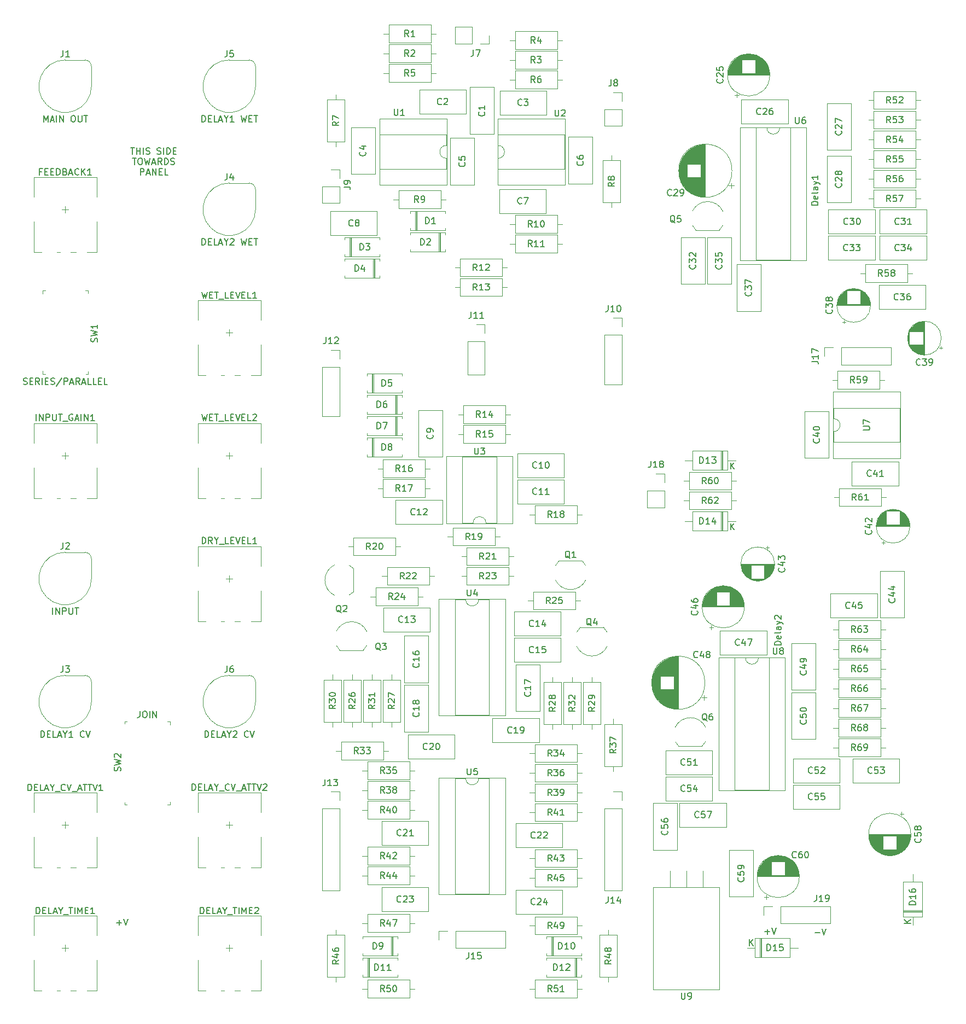
<source format=gto>
%TF.GenerationSoftware,KiCad,Pcbnew,(6.0.0-0)*%
%TF.CreationDate,2022-03-07T15:03:07+00:00*%
%TF.ProjectId,dual-digi-delay,6475616c-2d64-4696-9769-2d64656c6179,r05*%
%TF.SameCoordinates,Original*%
%TF.FileFunction,Legend,Top*%
%TF.FilePolarity,Positive*%
%FSLAX46Y46*%
G04 Gerber Fmt 4.6, Leading zero omitted, Abs format (unit mm)*
G04 Created by KiCad (PCBNEW (6.0.0-0)) date 2022-03-07 15:03:07*
%MOMM*%
%LPD*%
G01*
G04 APERTURE LIST*
%ADD10C,0.150000*%
%ADD11C,0.120000*%
%ADD12C,0.100000*%
G04 APERTURE END LIST*
D10*
X150820380Y-56490904D02*
X149820380Y-56490904D01*
X149820380Y-56252809D01*
X149868000Y-56109952D01*
X149963238Y-56014714D01*
X150058476Y-55967095D01*
X150248952Y-55919476D01*
X150391809Y-55919476D01*
X150582285Y-55967095D01*
X150677523Y-56014714D01*
X150772761Y-56109952D01*
X150820380Y-56252809D01*
X150820380Y-56490904D01*
X150772761Y-55109952D02*
X150820380Y-55205190D01*
X150820380Y-55395666D01*
X150772761Y-55490904D01*
X150677523Y-55538523D01*
X150296571Y-55538523D01*
X150201333Y-55490904D01*
X150153714Y-55395666D01*
X150153714Y-55205190D01*
X150201333Y-55109952D01*
X150296571Y-55062333D01*
X150391809Y-55062333D01*
X150487047Y-55538523D01*
X150820380Y-54490904D02*
X150772761Y-54586142D01*
X150677523Y-54633761D01*
X149820380Y-54633761D01*
X150820380Y-53681380D02*
X150296571Y-53681380D01*
X150201333Y-53729000D01*
X150153714Y-53824238D01*
X150153714Y-54014714D01*
X150201333Y-54109952D01*
X150772761Y-53681380D02*
X150820380Y-53776619D01*
X150820380Y-54014714D01*
X150772761Y-54109952D01*
X150677523Y-54157571D01*
X150582285Y-54157571D01*
X150487047Y-54109952D01*
X150439428Y-54014714D01*
X150439428Y-53776619D01*
X150391809Y-53681380D01*
X150153714Y-53300428D02*
X150820380Y-53062333D01*
X150153714Y-52824238D02*
X150820380Y-53062333D01*
X151058476Y-53157571D01*
X151106095Y-53205190D01*
X151153714Y-53300428D01*
X150820380Y-51919476D02*
X150820380Y-52490904D01*
X150820380Y-52205190D02*
X149820380Y-52205190D01*
X149963238Y-52300428D01*
X150058476Y-52395666D01*
X150106095Y-52490904D01*
X55451904Y-43632380D02*
X55451904Y-42632380D01*
X55690000Y-42632380D01*
X55832857Y-42680000D01*
X55928095Y-42775238D01*
X55975714Y-42870476D01*
X56023333Y-43060952D01*
X56023333Y-43203809D01*
X55975714Y-43394285D01*
X55928095Y-43489523D01*
X55832857Y-43584761D01*
X55690000Y-43632380D01*
X55451904Y-43632380D01*
X56451904Y-43108571D02*
X56785238Y-43108571D01*
X56928095Y-43632380D02*
X56451904Y-43632380D01*
X56451904Y-42632380D01*
X56928095Y-42632380D01*
X57832857Y-43632380D02*
X57356666Y-43632380D01*
X57356666Y-42632380D01*
X58118571Y-43346666D02*
X58594761Y-43346666D01*
X58023333Y-43632380D02*
X58356666Y-42632380D01*
X58690000Y-43632380D01*
X59213809Y-43156190D02*
X59213809Y-43632380D01*
X58880476Y-42632380D02*
X59213809Y-43156190D01*
X59547142Y-42632380D01*
X60404285Y-43632380D02*
X59832857Y-43632380D01*
X60118571Y-43632380D02*
X60118571Y-42632380D01*
X60023333Y-42775238D01*
X59928095Y-42870476D01*
X59832857Y-42918095D01*
X61499523Y-42632380D02*
X61737619Y-43632380D01*
X61928095Y-42918095D01*
X62118571Y-43632380D01*
X62356666Y-42632380D01*
X62737619Y-43108571D02*
X63070952Y-43108571D01*
X63213809Y-43632380D02*
X62737619Y-43632380D01*
X62737619Y-42632380D01*
X63213809Y-42632380D01*
X63499523Y-42632380D02*
X64070952Y-42632380D01*
X63785238Y-43632380D02*
X63785238Y-42632380D01*
X55928095Y-138882380D02*
X55928095Y-137882380D01*
X56166190Y-137882380D01*
X56309047Y-137930000D01*
X56404285Y-138025238D01*
X56451904Y-138120476D01*
X56499523Y-138310952D01*
X56499523Y-138453809D01*
X56451904Y-138644285D01*
X56404285Y-138739523D01*
X56309047Y-138834761D01*
X56166190Y-138882380D01*
X55928095Y-138882380D01*
X56928095Y-138358571D02*
X57261428Y-138358571D01*
X57404285Y-138882380D02*
X56928095Y-138882380D01*
X56928095Y-137882380D01*
X57404285Y-137882380D01*
X58309047Y-138882380D02*
X57832857Y-138882380D01*
X57832857Y-137882380D01*
X58594761Y-138596666D02*
X59070952Y-138596666D01*
X58499523Y-138882380D02*
X58832857Y-137882380D01*
X59166190Y-138882380D01*
X59690000Y-138406190D02*
X59690000Y-138882380D01*
X59356666Y-137882380D02*
X59690000Y-138406190D01*
X60023333Y-137882380D01*
X60309047Y-137977619D02*
X60356666Y-137930000D01*
X60451904Y-137882380D01*
X60690000Y-137882380D01*
X60785238Y-137930000D01*
X60832857Y-137977619D01*
X60880476Y-138072857D01*
X60880476Y-138168095D01*
X60832857Y-138310952D01*
X60261428Y-138882380D01*
X60880476Y-138882380D01*
X62642380Y-138787142D02*
X62594761Y-138834761D01*
X62451904Y-138882380D01*
X62356666Y-138882380D01*
X62213809Y-138834761D01*
X62118571Y-138739523D01*
X62070952Y-138644285D01*
X62023333Y-138453809D01*
X62023333Y-138310952D01*
X62070952Y-138120476D01*
X62118571Y-138025238D01*
X62213809Y-137930000D01*
X62356666Y-137882380D01*
X62451904Y-137882380D01*
X62594761Y-137930000D01*
X62642380Y-137977619D01*
X62928095Y-137882380D02*
X63261428Y-138882380D01*
X63594761Y-137882380D01*
X27837619Y-84224761D02*
X27980476Y-84272380D01*
X28218571Y-84272380D01*
X28313809Y-84224761D01*
X28361428Y-84177142D01*
X28409047Y-84081904D01*
X28409047Y-83986666D01*
X28361428Y-83891428D01*
X28313809Y-83843809D01*
X28218571Y-83796190D01*
X28028095Y-83748571D01*
X27932857Y-83700952D01*
X27885238Y-83653333D01*
X27837619Y-83558095D01*
X27837619Y-83462857D01*
X27885238Y-83367619D01*
X27932857Y-83320000D01*
X28028095Y-83272380D01*
X28266190Y-83272380D01*
X28409047Y-83320000D01*
X28837619Y-83748571D02*
X29170952Y-83748571D01*
X29313809Y-84272380D02*
X28837619Y-84272380D01*
X28837619Y-83272380D01*
X29313809Y-83272380D01*
X30313809Y-84272380D02*
X29980476Y-83796190D01*
X29742380Y-84272380D02*
X29742380Y-83272380D01*
X30123333Y-83272380D01*
X30218571Y-83320000D01*
X30266190Y-83367619D01*
X30313809Y-83462857D01*
X30313809Y-83605714D01*
X30266190Y-83700952D01*
X30218571Y-83748571D01*
X30123333Y-83796190D01*
X29742380Y-83796190D01*
X30742380Y-84272380D02*
X30742380Y-83272380D01*
X31218571Y-83748571D02*
X31551904Y-83748571D01*
X31694761Y-84272380D02*
X31218571Y-84272380D01*
X31218571Y-83272380D01*
X31694761Y-83272380D01*
X32075714Y-84224761D02*
X32218571Y-84272380D01*
X32456666Y-84272380D01*
X32551904Y-84224761D01*
X32599523Y-84177142D01*
X32647142Y-84081904D01*
X32647142Y-83986666D01*
X32599523Y-83891428D01*
X32551904Y-83843809D01*
X32456666Y-83796190D01*
X32266190Y-83748571D01*
X32170952Y-83700952D01*
X32123333Y-83653333D01*
X32075714Y-83558095D01*
X32075714Y-83462857D01*
X32123333Y-83367619D01*
X32170952Y-83320000D01*
X32266190Y-83272380D01*
X32504285Y-83272380D01*
X32647142Y-83320000D01*
X33790000Y-83224761D02*
X32932857Y-84510476D01*
X34123333Y-84272380D02*
X34123333Y-83272380D01*
X34504285Y-83272380D01*
X34599523Y-83320000D01*
X34647142Y-83367619D01*
X34694761Y-83462857D01*
X34694761Y-83605714D01*
X34647142Y-83700952D01*
X34599523Y-83748571D01*
X34504285Y-83796190D01*
X34123333Y-83796190D01*
X35075714Y-83986666D02*
X35551904Y-83986666D01*
X34980476Y-84272380D02*
X35313809Y-83272380D01*
X35647142Y-84272380D01*
X36551904Y-84272380D02*
X36218571Y-83796190D01*
X35980476Y-84272380D02*
X35980476Y-83272380D01*
X36361428Y-83272380D01*
X36456666Y-83320000D01*
X36504285Y-83367619D01*
X36551904Y-83462857D01*
X36551904Y-83605714D01*
X36504285Y-83700952D01*
X36456666Y-83748571D01*
X36361428Y-83796190D01*
X35980476Y-83796190D01*
X36932857Y-83986666D02*
X37409047Y-83986666D01*
X36837619Y-84272380D02*
X37170952Y-83272380D01*
X37504285Y-84272380D01*
X38313809Y-84272380D02*
X37837619Y-84272380D01*
X37837619Y-83272380D01*
X39123333Y-84272380D02*
X38647142Y-84272380D01*
X38647142Y-83272380D01*
X39456666Y-83748571D02*
X39790000Y-83748571D01*
X39932857Y-84272380D02*
X39456666Y-84272380D01*
X39456666Y-83272380D01*
X39932857Y-83272380D01*
X40837619Y-84272380D02*
X40361428Y-84272380D01*
X40361428Y-83272380D01*
X150320476Y-169108428D02*
X151082380Y-169108428D01*
X151415714Y-168489380D02*
X151749047Y-169489380D01*
X152082380Y-168489380D01*
X45847142Y-134834380D02*
X45847142Y-135548666D01*
X45799523Y-135691523D01*
X45704285Y-135786761D01*
X45561428Y-135834380D01*
X45466190Y-135834380D01*
X46513809Y-134834380D02*
X46704285Y-134834380D01*
X46799523Y-134882000D01*
X46894761Y-134977238D01*
X46942380Y-135167714D01*
X46942380Y-135501047D01*
X46894761Y-135691523D01*
X46799523Y-135786761D01*
X46704285Y-135834380D01*
X46513809Y-135834380D01*
X46418571Y-135786761D01*
X46323333Y-135691523D01*
X46275714Y-135501047D01*
X46275714Y-135167714D01*
X46323333Y-134977238D01*
X46418571Y-134882000D01*
X46513809Y-134834380D01*
X47370952Y-135834380D02*
X47370952Y-134834380D01*
X47847142Y-135834380D02*
X47847142Y-134834380D01*
X48418571Y-135834380D01*
X48418571Y-134834380D01*
X55451904Y-62682380D02*
X55451904Y-61682380D01*
X55690000Y-61682380D01*
X55832857Y-61730000D01*
X55928095Y-61825238D01*
X55975714Y-61920476D01*
X56023333Y-62110952D01*
X56023333Y-62253809D01*
X55975714Y-62444285D01*
X55928095Y-62539523D01*
X55832857Y-62634761D01*
X55690000Y-62682380D01*
X55451904Y-62682380D01*
X56451904Y-62158571D02*
X56785238Y-62158571D01*
X56928095Y-62682380D02*
X56451904Y-62682380D01*
X56451904Y-61682380D01*
X56928095Y-61682380D01*
X57832857Y-62682380D02*
X57356666Y-62682380D01*
X57356666Y-61682380D01*
X58118571Y-62396666D02*
X58594761Y-62396666D01*
X58023333Y-62682380D02*
X58356666Y-61682380D01*
X58690000Y-62682380D01*
X59213809Y-62206190D02*
X59213809Y-62682380D01*
X58880476Y-61682380D02*
X59213809Y-62206190D01*
X59547142Y-61682380D01*
X59832857Y-61777619D02*
X59880476Y-61730000D01*
X59975714Y-61682380D01*
X60213809Y-61682380D01*
X60309047Y-61730000D01*
X60356666Y-61777619D01*
X60404285Y-61872857D01*
X60404285Y-61968095D01*
X60356666Y-62110952D01*
X59785238Y-62682380D01*
X60404285Y-62682380D01*
X61499523Y-61682380D02*
X61737619Y-62682380D01*
X61928095Y-61968095D01*
X62118571Y-62682380D01*
X62356666Y-61682380D01*
X62737619Y-62158571D02*
X63070952Y-62158571D01*
X63213809Y-62682380D02*
X62737619Y-62682380D01*
X62737619Y-61682380D01*
X63213809Y-61682380D01*
X63499523Y-61682380D02*
X64070952Y-61682380D01*
X63785238Y-62682380D02*
X63785238Y-61682380D01*
X32361428Y-119832380D02*
X32361428Y-118832380D01*
X32837619Y-119832380D02*
X32837619Y-118832380D01*
X33409047Y-119832380D01*
X33409047Y-118832380D01*
X33885238Y-119832380D02*
X33885238Y-118832380D01*
X34266190Y-118832380D01*
X34361428Y-118880000D01*
X34409047Y-118927619D01*
X34456666Y-119022857D01*
X34456666Y-119165714D01*
X34409047Y-119260952D01*
X34361428Y-119308571D01*
X34266190Y-119356190D01*
X33885238Y-119356190D01*
X34885238Y-118832380D02*
X34885238Y-119641904D01*
X34932857Y-119737142D01*
X34980476Y-119784761D01*
X35075714Y-119832380D01*
X35266190Y-119832380D01*
X35361428Y-119784761D01*
X35409047Y-119737142D01*
X35456666Y-119641904D01*
X35456666Y-118832380D01*
X35790000Y-118832380D02*
X36361428Y-118832380D01*
X36075714Y-119832380D02*
X36075714Y-118832380D01*
X30528095Y-138882380D02*
X30528095Y-137882380D01*
X30766190Y-137882380D01*
X30909047Y-137930000D01*
X31004285Y-138025238D01*
X31051904Y-138120476D01*
X31099523Y-138310952D01*
X31099523Y-138453809D01*
X31051904Y-138644285D01*
X31004285Y-138739523D01*
X30909047Y-138834761D01*
X30766190Y-138882380D01*
X30528095Y-138882380D01*
X31528095Y-138358571D02*
X31861428Y-138358571D01*
X32004285Y-138882380D02*
X31528095Y-138882380D01*
X31528095Y-137882380D01*
X32004285Y-137882380D01*
X32909047Y-138882380D02*
X32432857Y-138882380D01*
X32432857Y-137882380D01*
X33194761Y-138596666D02*
X33670952Y-138596666D01*
X33099523Y-138882380D02*
X33432857Y-137882380D01*
X33766190Y-138882380D01*
X34290000Y-138406190D02*
X34290000Y-138882380D01*
X33956666Y-137882380D02*
X34290000Y-138406190D01*
X34623333Y-137882380D01*
X35480476Y-138882380D02*
X34909047Y-138882380D01*
X35194761Y-138882380D02*
X35194761Y-137882380D01*
X35099523Y-138025238D01*
X35004285Y-138120476D01*
X34909047Y-138168095D01*
X37242380Y-138787142D02*
X37194761Y-138834761D01*
X37051904Y-138882380D01*
X36956666Y-138882380D01*
X36813809Y-138834761D01*
X36718571Y-138739523D01*
X36670952Y-138644285D01*
X36623333Y-138453809D01*
X36623333Y-138310952D01*
X36670952Y-138120476D01*
X36718571Y-138025238D01*
X36813809Y-137930000D01*
X36956666Y-137882380D01*
X37051904Y-137882380D01*
X37194761Y-137930000D01*
X37242380Y-137977619D01*
X37528095Y-137882380D02*
X37861428Y-138882380D01*
X38194761Y-137882380D01*
X142573476Y-168981428D02*
X143335380Y-168981428D01*
X142954428Y-169362380D02*
X142954428Y-168600476D01*
X143668714Y-168362380D02*
X144002047Y-169362380D01*
X144335380Y-168362380D01*
X30956666Y-43632380D02*
X30956666Y-42632380D01*
X31290000Y-43346666D01*
X31623333Y-42632380D01*
X31623333Y-43632380D01*
X32051904Y-43346666D02*
X32528095Y-43346666D01*
X31956666Y-43632380D02*
X32290000Y-42632380D01*
X32623333Y-43632380D01*
X32956666Y-43632380D02*
X32956666Y-42632380D01*
X33432857Y-43632380D02*
X33432857Y-42632380D01*
X34004285Y-43632380D01*
X34004285Y-42632380D01*
X35432857Y-42632380D02*
X35623333Y-42632380D01*
X35718571Y-42680000D01*
X35813809Y-42775238D01*
X35861428Y-42965714D01*
X35861428Y-43299047D01*
X35813809Y-43489523D01*
X35718571Y-43584761D01*
X35623333Y-43632380D01*
X35432857Y-43632380D01*
X35337619Y-43584761D01*
X35242380Y-43489523D01*
X35194761Y-43299047D01*
X35194761Y-42965714D01*
X35242380Y-42775238D01*
X35337619Y-42680000D01*
X35432857Y-42632380D01*
X36290000Y-42632380D02*
X36290000Y-43441904D01*
X36337619Y-43537142D01*
X36385238Y-43584761D01*
X36480476Y-43632380D01*
X36670952Y-43632380D01*
X36766190Y-43584761D01*
X36813809Y-43537142D01*
X36861428Y-43441904D01*
X36861428Y-42632380D01*
X37194761Y-42632380D02*
X37766190Y-42632380D01*
X37480476Y-43632380D02*
X37480476Y-42632380D01*
X44434571Y-47626380D02*
X45006000Y-47626380D01*
X44720285Y-48626380D02*
X44720285Y-47626380D01*
X45339333Y-48626380D02*
X45339333Y-47626380D01*
X45339333Y-48102571D02*
X45910761Y-48102571D01*
X45910761Y-48626380D02*
X45910761Y-47626380D01*
X46386952Y-48626380D02*
X46386952Y-47626380D01*
X46815523Y-48578761D02*
X46958380Y-48626380D01*
X47196476Y-48626380D01*
X47291714Y-48578761D01*
X47339333Y-48531142D01*
X47386952Y-48435904D01*
X47386952Y-48340666D01*
X47339333Y-48245428D01*
X47291714Y-48197809D01*
X47196476Y-48150190D01*
X47006000Y-48102571D01*
X46910761Y-48054952D01*
X46863142Y-48007333D01*
X46815523Y-47912095D01*
X46815523Y-47816857D01*
X46863142Y-47721619D01*
X46910761Y-47674000D01*
X47006000Y-47626380D01*
X47244095Y-47626380D01*
X47386952Y-47674000D01*
X48529809Y-48578761D02*
X48672666Y-48626380D01*
X48910761Y-48626380D01*
X49006000Y-48578761D01*
X49053619Y-48531142D01*
X49101238Y-48435904D01*
X49101238Y-48340666D01*
X49053619Y-48245428D01*
X49006000Y-48197809D01*
X48910761Y-48150190D01*
X48720285Y-48102571D01*
X48625047Y-48054952D01*
X48577428Y-48007333D01*
X48529809Y-47912095D01*
X48529809Y-47816857D01*
X48577428Y-47721619D01*
X48625047Y-47674000D01*
X48720285Y-47626380D01*
X48958380Y-47626380D01*
X49101238Y-47674000D01*
X49529809Y-48626380D02*
X49529809Y-47626380D01*
X50006000Y-48626380D02*
X50006000Y-47626380D01*
X50244095Y-47626380D01*
X50386952Y-47674000D01*
X50482190Y-47769238D01*
X50529809Y-47864476D01*
X50577428Y-48054952D01*
X50577428Y-48197809D01*
X50529809Y-48388285D01*
X50482190Y-48483523D01*
X50386952Y-48578761D01*
X50244095Y-48626380D01*
X50006000Y-48626380D01*
X51006000Y-48102571D02*
X51339333Y-48102571D01*
X51482190Y-48626380D02*
X51006000Y-48626380D01*
X51006000Y-47626380D01*
X51482190Y-47626380D01*
X44720285Y-49236380D02*
X45291714Y-49236380D01*
X45006000Y-50236380D02*
X45006000Y-49236380D01*
X45815523Y-49236380D02*
X46006000Y-49236380D01*
X46101238Y-49284000D01*
X46196476Y-49379238D01*
X46244095Y-49569714D01*
X46244095Y-49903047D01*
X46196476Y-50093523D01*
X46101238Y-50188761D01*
X46006000Y-50236380D01*
X45815523Y-50236380D01*
X45720285Y-50188761D01*
X45625047Y-50093523D01*
X45577428Y-49903047D01*
X45577428Y-49569714D01*
X45625047Y-49379238D01*
X45720285Y-49284000D01*
X45815523Y-49236380D01*
X46577428Y-49236380D02*
X46815523Y-50236380D01*
X47006000Y-49522095D01*
X47196476Y-50236380D01*
X47434571Y-49236380D01*
X47767904Y-49950666D02*
X48244095Y-49950666D01*
X47672666Y-50236380D02*
X48006000Y-49236380D01*
X48339333Y-50236380D01*
X49244095Y-50236380D02*
X48910761Y-49760190D01*
X48672666Y-50236380D02*
X48672666Y-49236380D01*
X49053619Y-49236380D01*
X49148857Y-49284000D01*
X49196476Y-49331619D01*
X49244095Y-49426857D01*
X49244095Y-49569714D01*
X49196476Y-49664952D01*
X49148857Y-49712571D01*
X49053619Y-49760190D01*
X48672666Y-49760190D01*
X49672666Y-50236380D02*
X49672666Y-49236380D01*
X49910761Y-49236380D01*
X50053619Y-49284000D01*
X50148857Y-49379238D01*
X50196476Y-49474476D01*
X50244095Y-49664952D01*
X50244095Y-49807809D01*
X50196476Y-49998285D01*
X50148857Y-50093523D01*
X50053619Y-50188761D01*
X49910761Y-50236380D01*
X49672666Y-50236380D01*
X50625047Y-50188761D02*
X50767904Y-50236380D01*
X51006000Y-50236380D01*
X51101238Y-50188761D01*
X51148857Y-50141142D01*
X51196476Y-50045904D01*
X51196476Y-49950666D01*
X51148857Y-49855428D01*
X51101238Y-49807809D01*
X51006000Y-49760190D01*
X50815523Y-49712571D01*
X50720285Y-49664952D01*
X50672666Y-49617333D01*
X50625047Y-49522095D01*
X50625047Y-49426857D01*
X50672666Y-49331619D01*
X50720285Y-49284000D01*
X50815523Y-49236380D01*
X51053619Y-49236380D01*
X51196476Y-49284000D01*
X45934571Y-51846380D02*
X45934571Y-50846380D01*
X46315523Y-50846380D01*
X46410761Y-50894000D01*
X46458380Y-50941619D01*
X46506000Y-51036857D01*
X46506000Y-51179714D01*
X46458380Y-51274952D01*
X46410761Y-51322571D01*
X46315523Y-51370190D01*
X45934571Y-51370190D01*
X46886952Y-51560666D02*
X47363142Y-51560666D01*
X46791714Y-51846380D02*
X47125047Y-50846380D01*
X47458380Y-51846380D01*
X47791714Y-51846380D02*
X47791714Y-50846380D01*
X48363142Y-51846380D01*
X48363142Y-50846380D01*
X48839333Y-51322571D02*
X49172666Y-51322571D01*
X49315523Y-51846380D02*
X48839333Y-51846380D01*
X48839333Y-50846380D01*
X49315523Y-50846380D01*
X50220285Y-51846380D02*
X49744095Y-51846380D01*
X49744095Y-50846380D01*
X145105380Y-124562904D02*
X144105380Y-124562904D01*
X144105380Y-124324809D01*
X144153000Y-124181952D01*
X144248238Y-124086714D01*
X144343476Y-124039095D01*
X144533952Y-123991476D01*
X144676809Y-123991476D01*
X144867285Y-124039095D01*
X144962523Y-124086714D01*
X145057761Y-124181952D01*
X145105380Y-124324809D01*
X145105380Y-124562904D01*
X145057761Y-123181952D02*
X145105380Y-123277190D01*
X145105380Y-123467666D01*
X145057761Y-123562904D01*
X144962523Y-123610523D01*
X144581571Y-123610523D01*
X144486333Y-123562904D01*
X144438714Y-123467666D01*
X144438714Y-123277190D01*
X144486333Y-123181952D01*
X144581571Y-123134333D01*
X144676809Y-123134333D01*
X144772047Y-123610523D01*
X145105380Y-122562904D02*
X145057761Y-122658142D01*
X144962523Y-122705761D01*
X144105380Y-122705761D01*
X145105380Y-121753380D02*
X144581571Y-121753380D01*
X144486333Y-121801000D01*
X144438714Y-121896238D01*
X144438714Y-122086714D01*
X144486333Y-122181952D01*
X145057761Y-121753380D02*
X145105380Y-121848619D01*
X145105380Y-122086714D01*
X145057761Y-122181952D01*
X144962523Y-122229571D01*
X144867285Y-122229571D01*
X144772047Y-122181952D01*
X144724428Y-122086714D01*
X144724428Y-121848619D01*
X144676809Y-121753380D01*
X144438714Y-121372428D02*
X145105380Y-121134333D01*
X144438714Y-120896238D02*
X145105380Y-121134333D01*
X145343476Y-121229571D01*
X145391095Y-121277190D01*
X145438714Y-121372428D01*
X144200619Y-120562904D02*
X144153000Y-120515285D01*
X144105380Y-120420047D01*
X144105380Y-120181952D01*
X144153000Y-120086714D01*
X144200619Y-120039095D01*
X144295857Y-119991476D01*
X144391095Y-119991476D01*
X144533952Y-120039095D01*
X145105380Y-120610523D01*
X145105380Y-119991476D01*
X42243476Y-167584428D02*
X43005380Y-167584428D01*
X42624428Y-167965380D02*
X42624428Y-167203476D01*
X43338714Y-166965380D02*
X43672047Y-167965380D01*
X44005380Y-166965380D01*
%TO.C,C32*%
X131802142Y-65753857D02*
X131849761Y-65801476D01*
X131897380Y-65944333D01*
X131897380Y-66039571D01*
X131849761Y-66182428D01*
X131754523Y-66277666D01*
X131659285Y-66325285D01*
X131468809Y-66372904D01*
X131325952Y-66372904D01*
X131135476Y-66325285D01*
X131040238Y-66277666D01*
X130945000Y-66182428D01*
X130897380Y-66039571D01*
X130897380Y-65944333D01*
X130945000Y-65801476D01*
X130992619Y-65753857D01*
X130897380Y-65420523D02*
X130897380Y-64801476D01*
X131278333Y-65134809D01*
X131278333Y-64991952D01*
X131325952Y-64896714D01*
X131373571Y-64849095D01*
X131468809Y-64801476D01*
X131706904Y-64801476D01*
X131802142Y-64849095D01*
X131849761Y-64896714D01*
X131897380Y-64991952D01*
X131897380Y-65277666D01*
X131849761Y-65372904D01*
X131802142Y-65420523D01*
X130992619Y-64420523D02*
X130945000Y-64372904D01*
X130897380Y-64277666D01*
X130897380Y-64039571D01*
X130945000Y-63944333D01*
X130992619Y-63896714D01*
X131087857Y-63849095D01*
X131183095Y-63849095D01*
X131325952Y-63896714D01*
X131897380Y-64468142D01*
X131897380Y-63849095D01*
%TO.C,C26*%
X141938142Y-42394142D02*
X141890523Y-42441761D01*
X141747666Y-42489380D01*
X141652428Y-42489380D01*
X141509571Y-42441761D01*
X141414333Y-42346523D01*
X141366714Y-42251285D01*
X141319095Y-42060809D01*
X141319095Y-41917952D01*
X141366714Y-41727476D01*
X141414333Y-41632238D01*
X141509571Y-41537000D01*
X141652428Y-41489380D01*
X141747666Y-41489380D01*
X141890523Y-41537000D01*
X141938142Y-41584619D01*
X142319095Y-41584619D02*
X142366714Y-41537000D01*
X142461952Y-41489380D01*
X142700047Y-41489380D01*
X142795285Y-41537000D01*
X142842904Y-41584619D01*
X142890523Y-41679857D01*
X142890523Y-41775095D01*
X142842904Y-41917952D01*
X142271476Y-42489380D01*
X142890523Y-42489380D01*
X143747666Y-41489380D02*
X143557190Y-41489380D01*
X143461952Y-41537000D01*
X143414333Y-41584619D01*
X143319095Y-41727476D01*
X143271476Y-41917952D01*
X143271476Y-42298904D01*
X143319095Y-42394142D01*
X143366714Y-42441761D01*
X143461952Y-42489380D01*
X143652428Y-42489380D01*
X143747666Y-42441761D01*
X143795285Y-42394142D01*
X143842904Y-42298904D01*
X143842904Y-42060809D01*
X143795285Y-41965571D01*
X143747666Y-41917952D01*
X143652428Y-41870333D01*
X143461952Y-41870333D01*
X143366714Y-41917952D01*
X143319095Y-41965571D01*
X143271476Y-42060809D01*
%TO.C,C25*%
X136038142Y-36984857D02*
X136085761Y-37032476D01*
X136133380Y-37175333D01*
X136133380Y-37270571D01*
X136085761Y-37413428D01*
X135990523Y-37508666D01*
X135895285Y-37556285D01*
X135704809Y-37603904D01*
X135561952Y-37603904D01*
X135371476Y-37556285D01*
X135276238Y-37508666D01*
X135181000Y-37413428D01*
X135133380Y-37270571D01*
X135133380Y-37175333D01*
X135181000Y-37032476D01*
X135228619Y-36984857D01*
X135228619Y-36603904D02*
X135181000Y-36556285D01*
X135133380Y-36461047D01*
X135133380Y-36222952D01*
X135181000Y-36127714D01*
X135228619Y-36080095D01*
X135323857Y-36032476D01*
X135419095Y-36032476D01*
X135561952Y-36080095D01*
X136133380Y-36651523D01*
X136133380Y-36032476D01*
X135133380Y-35127714D02*
X135133380Y-35603904D01*
X135609571Y-35651523D01*
X135561952Y-35603904D01*
X135514333Y-35508666D01*
X135514333Y-35270571D01*
X135561952Y-35175333D01*
X135609571Y-35127714D01*
X135704809Y-35080095D01*
X135942904Y-35080095D01*
X136038142Y-35127714D01*
X136085761Y-35175333D01*
X136133380Y-35270571D01*
X136133380Y-35508666D01*
X136085761Y-35603904D01*
X136038142Y-35651523D01*
%TO.C,C35*%
X135866142Y-65753857D02*
X135913761Y-65801476D01*
X135961380Y-65944333D01*
X135961380Y-66039571D01*
X135913761Y-66182428D01*
X135818523Y-66277666D01*
X135723285Y-66325285D01*
X135532809Y-66372904D01*
X135389952Y-66372904D01*
X135199476Y-66325285D01*
X135104238Y-66277666D01*
X135009000Y-66182428D01*
X134961380Y-66039571D01*
X134961380Y-65944333D01*
X135009000Y-65801476D01*
X135056619Y-65753857D01*
X134961380Y-65420523D02*
X134961380Y-64801476D01*
X135342333Y-65134809D01*
X135342333Y-64991952D01*
X135389952Y-64896714D01*
X135437571Y-64849095D01*
X135532809Y-64801476D01*
X135770904Y-64801476D01*
X135866142Y-64849095D01*
X135913761Y-64896714D01*
X135961380Y-64991952D01*
X135961380Y-65277666D01*
X135913761Y-65372904D01*
X135866142Y-65420523D01*
X134961380Y-63896714D02*
X134961380Y-64372904D01*
X135437571Y-64420523D01*
X135389952Y-64372904D01*
X135342333Y-64277666D01*
X135342333Y-64039571D01*
X135389952Y-63944333D01*
X135437571Y-63896714D01*
X135532809Y-63849095D01*
X135770904Y-63849095D01*
X135866142Y-63896714D01*
X135913761Y-63944333D01*
X135961380Y-64039571D01*
X135961380Y-64277666D01*
X135913761Y-64372904D01*
X135866142Y-64420523D01*
%TO.C,C29*%
X128135142Y-54967142D02*
X128087523Y-55014761D01*
X127944666Y-55062380D01*
X127849428Y-55062380D01*
X127706571Y-55014761D01*
X127611333Y-54919523D01*
X127563714Y-54824285D01*
X127516095Y-54633809D01*
X127516095Y-54490952D01*
X127563714Y-54300476D01*
X127611333Y-54205238D01*
X127706571Y-54110000D01*
X127849428Y-54062380D01*
X127944666Y-54062380D01*
X128087523Y-54110000D01*
X128135142Y-54157619D01*
X128516095Y-54157619D02*
X128563714Y-54110000D01*
X128658952Y-54062380D01*
X128897047Y-54062380D01*
X128992285Y-54110000D01*
X129039904Y-54157619D01*
X129087523Y-54252857D01*
X129087523Y-54348095D01*
X129039904Y-54490952D01*
X128468476Y-55062380D01*
X129087523Y-55062380D01*
X129563714Y-55062380D02*
X129754190Y-55062380D01*
X129849428Y-55014761D01*
X129897047Y-54967142D01*
X129992285Y-54824285D01*
X130039904Y-54633809D01*
X130039904Y-54252857D01*
X129992285Y-54157619D01*
X129944666Y-54110000D01*
X129849428Y-54062380D01*
X129658952Y-54062380D01*
X129563714Y-54110000D01*
X129516095Y-54157619D01*
X129468476Y-54252857D01*
X129468476Y-54490952D01*
X129516095Y-54586190D01*
X129563714Y-54633809D01*
X129658952Y-54681428D01*
X129849428Y-54681428D01*
X129944666Y-54633809D01*
X129992285Y-54586190D01*
X130039904Y-54490952D01*
%TO.C,C37*%
X140438142Y-69944857D02*
X140485761Y-69992476D01*
X140533380Y-70135333D01*
X140533380Y-70230571D01*
X140485761Y-70373428D01*
X140390523Y-70468666D01*
X140295285Y-70516285D01*
X140104809Y-70563904D01*
X139961952Y-70563904D01*
X139771476Y-70516285D01*
X139676238Y-70468666D01*
X139581000Y-70373428D01*
X139533380Y-70230571D01*
X139533380Y-70135333D01*
X139581000Y-69992476D01*
X139628619Y-69944857D01*
X139533380Y-69611523D02*
X139533380Y-68992476D01*
X139914333Y-69325809D01*
X139914333Y-69182952D01*
X139961952Y-69087714D01*
X140009571Y-69040095D01*
X140104809Y-68992476D01*
X140342904Y-68992476D01*
X140438142Y-69040095D01*
X140485761Y-69087714D01*
X140533380Y-69182952D01*
X140533380Y-69468666D01*
X140485761Y-69563904D01*
X140438142Y-69611523D01*
X139533380Y-68659142D02*
X139533380Y-67992476D01*
X140533380Y-68421047D01*
%TO.C,C33*%
X155400142Y-63476142D02*
X155352523Y-63523761D01*
X155209666Y-63571380D01*
X155114428Y-63571380D01*
X154971571Y-63523761D01*
X154876333Y-63428523D01*
X154828714Y-63333285D01*
X154781095Y-63142809D01*
X154781095Y-62999952D01*
X154828714Y-62809476D01*
X154876333Y-62714238D01*
X154971571Y-62619000D01*
X155114428Y-62571380D01*
X155209666Y-62571380D01*
X155352523Y-62619000D01*
X155400142Y-62666619D01*
X155733476Y-62571380D02*
X156352523Y-62571380D01*
X156019190Y-62952333D01*
X156162047Y-62952333D01*
X156257285Y-62999952D01*
X156304904Y-63047571D01*
X156352523Y-63142809D01*
X156352523Y-63380904D01*
X156304904Y-63476142D01*
X156257285Y-63523761D01*
X156162047Y-63571380D01*
X155876333Y-63571380D01*
X155781095Y-63523761D01*
X155733476Y-63476142D01*
X156685857Y-62571380D02*
X157304904Y-62571380D01*
X156971571Y-62952333D01*
X157114428Y-62952333D01*
X157209666Y-62999952D01*
X157257285Y-63047571D01*
X157304904Y-63142809D01*
X157304904Y-63380904D01*
X157257285Y-63476142D01*
X157209666Y-63523761D01*
X157114428Y-63571380D01*
X156828714Y-63571380D01*
X156733476Y-63523761D01*
X156685857Y-63476142D01*
%TO.C,C27*%
X154408142Y-45005857D02*
X154455761Y-45053476D01*
X154503380Y-45196333D01*
X154503380Y-45291571D01*
X154455761Y-45434428D01*
X154360523Y-45529666D01*
X154265285Y-45577285D01*
X154074809Y-45624904D01*
X153931952Y-45624904D01*
X153741476Y-45577285D01*
X153646238Y-45529666D01*
X153551000Y-45434428D01*
X153503380Y-45291571D01*
X153503380Y-45196333D01*
X153551000Y-45053476D01*
X153598619Y-45005857D01*
X153598619Y-44624904D02*
X153551000Y-44577285D01*
X153503380Y-44482047D01*
X153503380Y-44243952D01*
X153551000Y-44148714D01*
X153598619Y-44101095D01*
X153693857Y-44053476D01*
X153789095Y-44053476D01*
X153931952Y-44101095D01*
X154503380Y-44672523D01*
X154503380Y-44053476D01*
X153503380Y-43720142D02*
X153503380Y-43053476D01*
X154503380Y-43482047D01*
%TO.C,C38*%
X152944142Y-72671857D02*
X152991761Y-72719476D01*
X153039380Y-72862333D01*
X153039380Y-72957571D01*
X152991761Y-73100428D01*
X152896523Y-73195666D01*
X152801285Y-73243285D01*
X152610809Y-73290904D01*
X152467952Y-73290904D01*
X152277476Y-73243285D01*
X152182238Y-73195666D01*
X152087000Y-73100428D01*
X152039380Y-72957571D01*
X152039380Y-72862333D01*
X152087000Y-72719476D01*
X152134619Y-72671857D01*
X152039380Y-72338523D02*
X152039380Y-71719476D01*
X152420333Y-72052809D01*
X152420333Y-71909952D01*
X152467952Y-71814714D01*
X152515571Y-71767095D01*
X152610809Y-71719476D01*
X152848904Y-71719476D01*
X152944142Y-71767095D01*
X152991761Y-71814714D01*
X153039380Y-71909952D01*
X153039380Y-72195666D01*
X152991761Y-72290904D01*
X152944142Y-72338523D01*
X152467952Y-71148047D02*
X152420333Y-71243285D01*
X152372714Y-71290904D01*
X152277476Y-71338523D01*
X152229857Y-71338523D01*
X152134619Y-71290904D01*
X152087000Y-71243285D01*
X152039380Y-71148047D01*
X152039380Y-70957571D01*
X152087000Y-70862333D01*
X152134619Y-70814714D01*
X152229857Y-70767095D01*
X152277476Y-70767095D01*
X152372714Y-70814714D01*
X152420333Y-70862333D01*
X152467952Y-70957571D01*
X152467952Y-71148047D01*
X152515571Y-71243285D01*
X152563190Y-71290904D01*
X152658428Y-71338523D01*
X152848904Y-71338523D01*
X152944142Y-71290904D01*
X152991761Y-71243285D01*
X153039380Y-71148047D01*
X153039380Y-70957571D01*
X152991761Y-70862333D01*
X152944142Y-70814714D01*
X152848904Y-70767095D01*
X152658428Y-70767095D01*
X152563190Y-70814714D01*
X152515571Y-70862333D01*
X152467952Y-70957571D01*
%TO.C,C30*%
X155440142Y-59412142D02*
X155392523Y-59459761D01*
X155249666Y-59507380D01*
X155154428Y-59507380D01*
X155011571Y-59459761D01*
X154916333Y-59364523D01*
X154868714Y-59269285D01*
X154821095Y-59078809D01*
X154821095Y-58935952D01*
X154868714Y-58745476D01*
X154916333Y-58650238D01*
X155011571Y-58555000D01*
X155154428Y-58507380D01*
X155249666Y-58507380D01*
X155392523Y-58555000D01*
X155440142Y-58602619D01*
X155773476Y-58507380D02*
X156392523Y-58507380D01*
X156059190Y-58888333D01*
X156202047Y-58888333D01*
X156297285Y-58935952D01*
X156344904Y-58983571D01*
X156392523Y-59078809D01*
X156392523Y-59316904D01*
X156344904Y-59412142D01*
X156297285Y-59459761D01*
X156202047Y-59507380D01*
X155916333Y-59507380D01*
X155821095Y-59459761D01*
X155773476Y-59412142D01*
X157011571Y-58507380D02*
X157106809Y-58507380D01*
X157202047Y-58555000D01*
X157249666Y-58602619D01*
X157297285Y-58697857D01*
X157344904Y-58888333D01*
X157344904Y-59126428D01*
X157297285Y-59316904D01*
X157249666Y-59412142D01*
X157202047Y-59459761D01*
X157106809Y-59507380D01*
X157011571Y-59507380D01*
X156916333Y-59459761D01*
X156868714Y-59412142D01*
X156821095Y-59316904D01*
X156773476Y-59126428D01*
X156773476Y-58888333D01*
X156821095Y-58697857D01*
X156868714Y-58602619D01*
X156916333Y-58555000D01*
X157011571Y-58507380D01*
%TO.C,C28*%
X154408142Y-53133857D02*
X154455761Y-53181476D01*
X154503380Y-53324333D01*
X154503380Y-53419571D01*
X154455761Y-53562428D01*
X154360523Y-53657666D01*
X154265285Y-53705285D01*
X154074809Y-53752904D01*
X153931952Y-53752904D01*
X153741476Y-53705285D01*
X153646238Y-53657666D01*
X153551000Y-53562428D01*
X153503380Y-53419571D01*
X153503380Y-53324333D01*
X153551000Y-53181476D01*
X153598619Y-53133857D01*
X153598619Y-52752904D02*
X153551000Y-52705285D01*
X153503380Y-52610047D01*
X153503380Y-52371952D01*
X153551000Y-52276714D01*
X153598619Y-52229095D01*
X153693857Y-52181476D01*
X153789095Y-52181476D01*
X153931952Y-52229095D01*
X154503380Y-52800523D01*
X154503380Y-52181476D01*
X153931952Y-51610047D02*
X153884333Y-51705285D01*
X153836714Y-51752904D01*
X153741476Y-51800523D01*
X153693857Y-51800523D01*
X153598619Y-51752904D01*
X153551000Y-51705285D01*
X153503380Y-51610047D01*
X153503380Y-51419571D01*
X153551000Y-51324333D01*
X153598619Y-51276714D01*
X153693857Y-51229095D01*
X153741476Y-51229095D01*
X153836714Y-51276714D01*
X153884333Y-51324333D01*
X153931952Y-51419571D01*
X153931952Y-51610047D01*
X153979571Y-51705285D01*
X154027190Y-51752904D01*
X154122428Y-51800523D01*
X154312904Y-51800523D01*
X154408142Y-51752904D01*
X154455761Y-51705285D01*
X154503380Y-51610047D01*
X154503380Y-51419571D01*
X154455761Y-51324333D01*
X154408142Y-51276714D01*
X154312904Y-51229095D01*
X154122428Y-51229095D01*
X154027190Y-51276714D01*
X153979571Y-51324333D01*
X153931952Y-51419571D01*
%TO.C,C34*%
X163354142Y-63476142D02*
X163306523Y-63523761D01*
X163163666Y-63571380D01*
X163068428Y-63571380D01*
X162925571Y-63523761D01*
X162830333Y-63428523D01*
X162782714Y-63333285D01*
X162735095Y-63142809D01*
X162735095Y-62999952D01*
X162782714Y-62809476D01*
X162830333Y-62714238D01*
X162925571Y-62619000D01*
X163068428Y-62571380D01*
X163163666Y-62571380D01*
X163306523Y-62619000D01*
X163354142Y-62666619D01*
X163687476Y-62571380D02*
X164306523Y-62571380D01*
X163973190Y-62952333D01*
X164116047Y-62952333D01*
X164211285Y-62999952D01*
X164258904Y-63047571D01*
X164306523Y-63142809D01*
X164306523Y-63380904D01*
X164258904Y-63476142D01*
X164211285Y-63523761D01*
X164116047Y-63571380D01*
X163830333Y-63571380D01*
X163735095Y-63523761D01*
X163687476Y-63476142D01*
X165163666Y-62904714D02*
X165163666Y-63571380D01*
X164925571Y-62523761D02*
X164687476Y-63238047D01*
X165306523Y-63238047D01*
%TO.C,C31*%
X163354142Y-59412142D02*
X163306523Y-59459761D01*
X163163666Y-59507380D01*
X163068428Y-59507380D01*
X162925571Y-59459761D01*
X162830333Y-59364523D01*
X162782714Y-59269285D01*
X162735095Y-59078809D01*
X162735095Y-58935952D01*
X162782714Y-58745476D01*
X162830333Y-58650238D01*
X162925571Y-58555000D01*
X163068428Y-58507380D01*
X163163666Y-58507380D01*
X163306523Y-58555000D01*
X163354142Y-58602619D01*
X163687476Y-58507380D02*
X164306523Y-58507380D01*
X163973190Y-58888333D01*
X164116047Y-58888333D01*
X164211285Y-58935952D01*
X164258904Y-58983571D01*
X164306523Y-59078809D01*
X164306523Y-59316904D01*
X164258904Y-59412142D01*
X164211285Y-59459761D01*
X164116047Y-59507380D01*
X163830333Y-59507380D01*
X163735095Y-59459761D01*
X163687476Y-59412142D01*
X165258904Y-59507380D02*
X164687476Y-59507380D01*
X164973190Y-59507380D02*
X164973190Y-58507380D01*
X164877952Y-58650238D01*
X164782714Y-58745476D01*
X164687476Y-58793095D01*
%TO.C,C36*%
X163227142Y-71096142D02*
X163179523Y-71143761D01*
X163036666Y-71191380D01*
X162941428Y-71191380D01*
X162798571Y-71143761D01*
X162703333Y-71048523D01*
X162655714Y-70953285D01*
X162608095Y-70762809D01*
X162608095Y-70619952D01*
X162655714Y-70429476D01*
X162703333Y-70334238D01*
X162798571Y-70239000D01*
X162941428Y-70191380D01*
X163036666Y-70191380D01*
X163179523Y-70239000D01*
X163227142Y-70286619D01*
X163560476Y-70191380D02*
X164179523Y-70191380D01*
X163846190Y-70572333D01*
X163989047Y-70572333D01*
X164084285Y-70619952D01*
X164131904Y-70667571D01*
X164179523Y-70762809D01*
X164179523Y-71000904D01*
X164131904Y-71096142D01*
X164084285Y-71143761D01*
X163989047Y-71191380D01*
X163703333Y-71191380D01*
X163608095Y-71143761D01*
X163560476Y-71096142D01*
X165036666Y-70191380D02*
X164846190Y-70191380D01*
X164750952Y-70239000D01*
X164703333Y-70286619D01*
X164608095Y-70429476D01*
X164560476Y-70619952D01*
X164560476Y-71000904D01*
X164608095Y-71096142D01*
X164655714Y-71143761D01*
X164750952Y-71191380D01*
X164941428Y-71191380D01*
X165036666Y-71143761D01*
X165084285Y-71096142D01*
X165131904Y-71000904D01*
X165131904Y-70762809D01*
X165084285Y-70667571D01*
X165036666Y-70619952D01*
X164941428Y-70572333D01*
X164750952Y-70572333D01*
X164655714Y-70619952D01*
X164608095Y-70667571D01*
X164560476Y-70762809D01*
%TO.C,C39*%
X166636142Y-81196142D02*
X166588523Y-81243761D01*
X166445666Y-81291380D01*
X166350428Y-81291380D01*
X166207571Y-81243761D01*
X166112333Y-81148523D01*
X166064714Y-81053285D01*
X166017095Y-80862809D01*
X166017095Y-80719952D01*
X166064714Y-80529476D01*
X166112333Y-80434238D01*
X166207571Y-80339000D01*
X166350428Y-80291380D01*
X166445666Y-80291380D01*
X166588523Y-80339000D01*
X166636142Y-80386619D01*
X166969476Y-80291380D02*
X167588523Y-80291380D01*
X167255190Y-80672333D01*
X167398047Y-80672333D01*
X167493285Y-80719952D01*
X167540904Y-80767571D01*
X167588523Y-80862809D01*
X167588523Y-81100904D01*
X167540904Y-81196142D01*
X167493285Y-81243761D01*
X167398047Y-81291380D01*
X167112333Y-81291380D01*
X167017095Y-81243761D01*
X166969476Y-81196142D01*
X168064714Y-81291380D02*
X168255190Y-81291380D01*
X168350428Y-81243761D01*
X168398047Y-81196142D01*
X168493285Y-81053285D01*
X168540904Y-80862809D01*
X168540904Y-80481857D01*
X168493285Y-80386619D01*
X168445666Y-80339000D01*
X168350428Y-80291380D01*
X168159952Y-80291380D01*
X168064714Y-80339000D01*
X168017095Y-80386619D01*
X167969476Y-80481857D01*
X167969476Y-80719952D01*
X168017095Y-80815190D01*
X168064714Y-80862809D01*
X168159952Y-80910428D01*
X168350428Y-80910428D01*
X168445666Y-80862809D01*
X168493285Y-80815190D01*
X168540904Y-80719952D01*
%TO.C,C51*%
X130207142Y-143105142D02*
X130159523Y-143152761D01*
X130016666Y-143200380D01*
X129921428Y-143200380D01*
X129778571Y-143152761D01*
X129683333Y-143057523D01*
X129635714Y-142962285D01*
X129588095Y-142771809D01*
X129588095Y-142628952D01*
X129635714Y-142438476D01*
X129683333Y-142343238D01*
X129778571Y-142248000D01*
X129921428Y-142200380D01*
X130016666Y-142200380D01*
X130159523Y-142248000D01*
X130207142Y-142295619D01*
X131111904Y-142200380D02*
X130635714Y-142200380D01*
X130588095Y-142676571D01*
X130635714Y-142628952D01*
X130730952Y-142581333D01*
X130969047Y-142581333D01*
X131064285Y-142628952D01*
X131111904Y-142676571D01*
X131159523Y-142771809D01*
X131159523Y-143009904D01*
X131111904Y-143105142D01*
X131064285Y-143152761D01*
X130969047Y-143200380D01*
X130730952Y-143200380D01*
X130635714Y-143152761D01*
X130588095Y-143105142D01*
X132111904Y-143200380D02*
X131540476Y-143200380D01*
X131826190Y-143200380D02*
X131826190Y-142200380D01*
X131730952Y-142343238D01*
X131635714Y-142438476D01*
X131540476Y-142486095D01*
%TO.C,C47*%
X138636142Y-124563142D02*
X138588523Y-124610761D01*
X138445666Y-124658380D01*
X138350428Y-124658380D01*
X138207571Y-124610761D01*
X138112333Y-124515523D01*
X138064714Y-124420285D01*
X138017095Y-124229809D01*
X138017095Y-124086952D01*
X138064714Y-123896476D01*
X138112333Y-123801238D01*
X138207571Y-123706000D01*
X138350428Y-123658380D01*
X138445666Y-123658380D01*
X138588523Y-123706000D01*
X138636142Y-123753619D01*
X139493285Y-123991714D02*
X139493285Y-124658380D01*
X139255190Y-123610761D02*
X139017095Y-124325047D01*
X139636142Y-124325047D01*
X139921857Y-123658380D02*
X140588523Y-123658380D01*
X140159952Y-124658380D01*
%TO.C,C46*%
X132101142Y-119320237D02*
X132148761Y-119367856D01*
X132196380Y-119510713D01*
X132196380Y-119605951D01*
X132148761Y-119748808D01*
X132053523Y-119844046D01*
X131958285Y-119891665D01*
X131767809Y-119939284D01*
X131624952Y-119939284D01*
X131434476Y-119891665D01*
X131339238Y-119844046D01*
X131244000Y-119748808D01*
X131196380Y-119605951D01*
X131196380Y-119510713D01*
X131244000Y-119367856D01*
X131291619Y-119320237D01*
X131529714Y-118463094D02*
X132196380Y-118463094D01*
X131148761Y-118701189D02*
X131863047Y-118939284D01*
X131863047Y-118320237D01*
X131196380Y-117510713D02*
X131196380Y-117701189D01*
X131244000Y-117796427D01*
X131291619Y-117844046D01*
X131434476Y-117939284D01*
X131624952Y-117986903D01*
X132005904Y-117986903D01*
X132101142Y-117939284D01*
X132148761Y-117891665D01*
X132196380Y-117796427D01*
X132196380Y-117605951D01*
X132148761Y-117510713D01*
X132101142Y-117463094D01*
X132005904Y-117415475D01*
X131767809Y-117415475D01*
X131672571Y-117463094D01*
X131624952Y-117510713D01*
X131577333Y-117605951D01*
X131577333Y-117796427D01*
X131624952Y-117891665D01*
X131672571Y-117939284D01*
X131767809Y-117986903D01*
%TO.C,C54*%
X130207142Y-147169142D02*
X130159523Y-147216761D01*
X130016666Y-147264380D01*
X129921428Y-147264380D01*
X129778571Y-147216761D01*
X129683333Y-147121523D01*
X129635714Y-147026285D01*
X129588095Y-146835809D01*
X129588095Y-146692952D01*
X129635714Y-146502476D01*
X129683333Y-146407238D01*
X129778571Y-146312000D01*
X129921428Y-146264380D01*
X130016666Y-146264380D01*
X130159523Y-146312000D01*
X130207142Y-146359619D01*
X131111904Y-146264380D02*
X130635714Y-146264380D01*
X130588095Y-146740571D01*
X130635714Y-146692952D01*
X130730952Y-146645333D01*
X130969047Y-146645333D01*
X131064285Y-146692952D01*
X131111904Y-146740571D01*
X131159523Y-146835809D01*
X131159523Y-147073904D01*
X131111904Y-147169142D01*
X131064285Y-147216761D01*
X130969047Y-147264380D01*
X130730952Y-147264380D01*
X130635714Y-147216761D01*
X130588095Y-147169142D01*
X132016666Y-146597714D02*
X132016666Y-147264380D01*
X131778571Y-146216761D02*
X131540476Y-146931047D01*
X132159523Y-146931047D01*
%TO.C,C48*%
X132199142Y-126468142D02*
X132151523Y-126515761D01*
X132008666Y-126563380D01*
X131913428Y-126563380D01*
X131770571Y-126515761D01*
X131675333Y-126420523D01*
X131627714Y-126325285D01*
X131580095Y-126134809D01*
X131580095Y-125991952D01*
X131627714Y-125801476D01*
X131675333Y-125706238D01*
X131770571Y-125611000D01*
X131913428Y-125563380D01*
X132008666Y-125563380D01*
X132151523Y-125611000D01*
X132199142Y-125658619D01*
X133056285Y-125896714D02*
X133056285Y-126563380D01*
X132818190Y-125515761D02*
X132580095Y-126230047D01*
X133199142Y-126230047D01*
X133722952Y-125991952D02*
X133627714Y-125944333D01*
X133580095Y-125896714D01*
X133532476Y-125801476D01*
X133532476Y-125753857D01*
X133580095Y-125658619D01*
X133627714Y-125611000D01*
X133722952Y-125563380D01*
X133913428Y-125563380D01*
X134008666Y-125611000D01*
X134056285Y-125658619D01*
X134103904Y-125753857D01*
X134103904Y-125801476D01*
X134056285Y-125896714D01*
X134008666Y-125944333D01*
X133913428Y-125991952D01*
X133722952Y-125991952D01*
X133627714Y-126039571D01*
X133580095Y-126087190D01*
X133532476Y-126182428D01*
X133532476Y-126372904D01*
X133580095Y-126468142D01*
X133627714Y-126515761D01*
X133722952Y-126563380D01*
X133913428Y-126563380D01*
X134008666Y-126515761D01*
X134056285Y-126468142D01*
X134103904Y-126372904D01*
X134103904Y-126182428D01*
X134056285Y-126087190D01*
X134008666Y-126039571D01*
X133913428Y-125991952D01*
%TO.C,C57*%
X132366142Y-151233142D02*
X132318523Y-151280761D01*
X132175666Y-151328380D01*
X132080428Y-151328380D01*
X131937571Y-151280761D01*
X131842333Y-151185523D01*
X131794714Y-151090285D01*
X131747095Y-150899809D01*
X131747095Y-150756952D01*
X131794714Y-150566476D01*
X131842333Y-150471238D01*
X131937571Y-150376000D01*
X132080428Y-150328380D01*
X132175666Y-150328380D01*
X132318523Y-150376000D01*
X132366142Y-150423619D01*
X133270904Y-150328380D02*
X132794714Y-150328380D01*
X132747095Y-150804571D01*
X132794714Y-150756952D01*
X132889952Y-150709333D01*
X133128047Y-150709333D01*
X133223285Y-150756952D01*
X133270904Y-150804571D01*
X133318523Y-150899809D01*
X133318523Y-151137904D01*
X133270904Y-151233142D01*
X133223285Y-151280761D01*
X133128047Y-151328380D01*
X132889952Y-151328380D01*
X132794714Y-151280761D01*
X132747095Y-151233142D01*
X133651857Y-150328380D02*
X134318523Y-150328380D01*
X133889952Y-151328380D01*
%TO.C,C55*%
X149939142Y-148439142D02*
X149891523Y-148486761D01*
X149748666Y-148534380D01*
X149653428Y-148534380D01*
X149510571Y-148486761D01*
X149415333Y-148391523D01*
X149367714Y-148296285D01*
X149320095Y-148105809D01*
X149320095Y-147962952D01*
X149367714Y-147772476D01*
X149415333Y-147677238D01*
X149510571Y-147582000D01*
X149653428Y-147534380D01*
X149748666Y-147534380D01*
X149891523Y-147582000D01*
X149939142Y-147629619D01*
X150843904Y-147534380D02*
X150367714Y-147534380D01*
X150320095Y-148010571D01*
X150367714Y-147962952D01*
X150462952Y-147915333D01*
X150701047Y-147915333D01*
X150796285Y-147962952D01*
X150843904Y-148010571D01*
X150891523Y-148105809D01*
X150891523Y-148343904D01*
X150843904Y-148439142D01*
X150796285Y-148486761D01*
X150701047Y-148534380D01*
X150462952Y-148534380D01*
X150367714Y-148486761D01*
X150320095Y-148439142D01*
X151796285Y-147534380D02*
X151320095Y-147534380D01*
X151272476Y-148010571D01*
X151320095Y-147962952D01*
X151415333Y-147915333D01*
X151653428Y-147915333D01*
X151748666Y-147962952D01*
X151796285Y-148010571D01*
X151843904Y-148105809D01*
X151843904Y-148343904D01*
X151796285Y-148439142D01*
X151748666Y-148486761D01*
X151653428Y-148534380D01*
X151415333Y-148534380D01*
X151320095Y-148486761D01*
X151272476Y-148439142D01*
%TO.C,C49*%
X148947142Y-128571857D02*
X148994761Y-128619476D01*
X149042380Y-128762333D01*
X149042380Y-128857571D01*
X148994761Y-129000428D01*
X148899523Y-129095666D01*
X148804285Y-129143285D01*
X148613809Y-129190904D01*
X148470952Y-129190904D01*
X148280476Y-129143285D01*
X148185238Y-129095666D01*
X148090000Y-129000428D01*
X148042380Y-128857571D01*
X148042380Y-128762333D01*
X148090000Y-128619476D01*
X148137619Y-128571857D01*
X148375714Y-127714714D02*
X149042380Y-127714714D01*
X147994761Y-127952809D02*
X148709047Y-128190904D01*
X148709047Y-127571857D01*
X149042380Y-127143285D02*
X149042380Y-126952809D01*
X148994761Y-126857571D01*
X148947142Y-126809952D01*
X148804285Y-126714714D01*
X148613809Y-126667095D01*
X148232857Y-126667095D01*
X148137619Y-126714714D01*
X148090000Y-126762333D01*
X148042380Y-126857571D01*
X148042380Y-127048047D01*
X148090000Y-127143285D01*
X148137619Y-127190904D01*
X148232857Y-127238523D01*
X148470952Y-127238523D01*
X148566190Y-127190904D01*
X148613809Y-127143285D01*
X148661428Y-127048047D01*
X148661428Y-126857571D01*
X148613809Y-126762333D01*
X148566190Y-126714714D01*
X148470952Y-126667095D01*
%TO.C,C43*%
X145585142Y-112676857D02*
X145632761Y-112724476D01*
X145680380Y-112867333D01*
X145680380Y-112962571D01*
X145632761Y-113105428D01*
X145537523Y-113200666D01*
X145442285Y-113248285D01*
X145251809Y-113295904D01*
X145108952Y-113295904D01*
X144918476Y-113248285D01*
X144823238Y-113200666D01*
X144728000Y-113105428D01*
X144680380Y-112962571D01*
X144680380Y-112867333D01*
X144728000Y-112724476D01*
X144775619Y-112676857D01*
X145013714Y-111819714D02*
X145680380Y-111819714D01*
X144632761Y-112057809D02*
X145347047Y-112295904D01*
X145347047Y-111676857D01*
X144680380Y-111391142D02*
X144680380Y-110772095D01*
X145061333Y-111105428D01*
X145061333Y-110962571D01*
X145108952Y-110867333D01*
X145156571Y-110819714D01*
X145251809Y-110772095D01*
X145489904Y-110772095D01*
X145585142Y-110819714D01*
X145632761Y-110867333D01*
X145680380Y-110962571D01*
X145680380Y-111248285D01*
X145632761Y-111343523D01*
X145585142Y-111391142D01*
%TO.C,C52*%
X149939142Y-144375142D02*
X149891523Y-144422761D01*
X149748666Y-144470380D01*
X149653428Y-144470380D01*
X149510571Y-144422761D01*
X149415333Y-144327523D01*
X149367714Y-144232285D01*
X149320095Y-144041809D01*
X149320095Y-143898952D01*
X149367714Y-143708476D01*
X149415333Y-143613238D01*
X149510571Y-143518000D01*
X149653428Y-143470380D01*
X149748666Y-143470380D01*
X149891523Y-143518000D01*
X149939142Y-143565619D01*
X150843904Y-143470380D02*
X150367714Y-143470380D01*
X150320095Y-143946571D01*
X150367714Y-143898952D01*
X150462952Y-143851333D01*
X150701047Y-143851333D01*
X150796285Y-143898952D01*
X150843904Y-143946571D01*
X150891523Y-144041809D01*
X150891523Y-144279904D01*
X150843904Y-144375142D01*
X150796285Y-144422761D01*
X150701047Y-144470380D01*
X150462952Y-144470380D01*
X150367714Y-144422761D01*
X150320095Y-144375142D01*
X151272476Y-143565619D02*
X151320095Y-143518000D01*
X151415333Y-143470380D01*
X151653428Y-143470380D01*
X151748666Y-143518000D01*
X151796285Y-143565619D01*
X151843904Y-143660857D01*
X151843904Y-143756095D01*
X151796285Y-143898952D01*
X151224857Y-144470380D01*
X151843904Y-144470380D01*
%TO.C,C50*%
X148947142Y-136191857D02*
X148994761Y-136239476D01*
X149042380Y-136382333D01*
X149042380Y-136477571D01*
X148994761Y-136620428D01*
X148899523Y-136715666D01*
X148804285Y-136763285D01*
X148613809Y-136810904D01*
X148470952Y-136810904D01*
X148280476Y-136763285D01*
X148185238Y-136715666D01*
X148090000Y-136620428D01*
X148042380Y-136477571D01*
X148042380Y-136382333D01*
X148090000Y-136239476D01*
X148137619Y-136191857D01*
X148042380Y-135287095D02*
X148042380Y-135763285D01*
X148518571Y-135810904D01*
X148470952Y-135763285D01*
X148423333Y-135668047D01*
X148423333Y-135429952D01*
X148470952Y-135334714D01*
X148518571Y-135287095D01*
X148613809Y-135239476D01*
X148851904Y-135239476D01*
X148947142Y-135287095D01*
X148994761Y-135334714D01*
X149042380Y-135429952D01*
X149042380Y-135668047D01*
X148994761Y-135763285D01*
X148947142Y-135810904D01*
X148042380Y-134620428D02*
X148042380Y-134525190D01*
X148090000Y-134429952D01*
X148137619Y-134382333D01*
X148232857Y-134334714D01*
X148423333Y-134287095D01*
X148661428Y-134287095D01*
X148851904Y-134334714D01*
X148947142Y-134382333D01*
X148994761Y-134429952D01*
X149042380Y-134525190D01*
X149042380Y-134620428D01*
X148994761Y-134715666D01*
X148947142Y-134763285D01*
X148851904Y-134810904D01*
X148661428Y-134858523D01*
X148423333Y-134858523D01*
X148232857Y-134810904D01*
X148137619Y-134763285D01*
X148090000Y-134715666D01*
X148042380Y-134620428D01*
%TO.C,C44*%
X162663142Y-117395857D02*
X162710761Y-117443476D01*
X162758380Y-117586333D01*
X162758380Y-117681571D01*
X162710761Y-117824428D01*
X162615523Y-117919666D01*
X162520285Y-117967285D01*
X162329809Y-118014904D01*
X162186952Y-118014904D01*
X161996476Y-117967285D01*
X161901238Y-117919666D01*
X161806000Y-117824428D01*
X161758380Y-117681571D01*
X161758380Y-117586333D01*
X161806000Y-117443476D01*
X161853619Y-117395857D01*
X162091714Y-116538714D02*
X162758380Y-116538714D01*
X161710761Y-116776809D02*
X162425047Y-117014904D01*
X162425047Y-116395857D01*
X162091714Y-115586333D02*
X162758380Y-115586333D01*
X161710761Y-115824428D02*
X162425047Y-116062523D01*
X162425047Y-115443476D01*
%TO.C,C53*%
X159163142Y-144375142D02*
X159115523Y-144422761D01*
X158972666Y-144470380D01*
X158877428Y-144470380D01*
X158734571Y-144422761D01*
X158639333Y-144327523D01*
X158591714Y-144232285D01*
X158544095Y-144041809D01*
X158544095Y-143898952D01*
X158591714Y-143708476D01*
X158639333Y-143613238D01*
X158734571Y-143518000D01*
X158877428Y-143470380D01*
X158972666Y-143470380D01*
X159115523Y-143518000D01*
X159163142Y-143565619D01*
X160067904Y-143470380D02*
X159591714Y-143470380D01*
X159544095Y-143946571D01*
X159591714Y-143898952D01*
X159686952Y-143851333D01*
X159925047Y-143851333D01*
X160020285Y-143898952D01*
X160067904Y-143946571D01*
X160115523Y-144041809D01*
X160115523Y-144279904D01*
X160067904Y-144375142D01*
X160020285Y-144422761D01*
X159925047Y-144470380D01*
X159686952Y-144470380D01*
X159591714Y-144422761D01*
X159544095Y-144375142D01*
X160448857Y-143470380D02*
X161067904Y-143470380D01*
X160734571Y-143851333D01*
X160877428Y-143851333D01*
X160972666Y-143898952D01*
X161020285Y-143946571D01*
X161067904Y-144041809D01*
X161067904Y-144279904D01*
X161020285Y-144375142D01*
X160972666Y-144422761D01*
X160877428Y-144470380D01*
X160591714Y-144470380D01*
X160496476Y-144422761D01*
X160448857Y-144375142D01*
%TO.C,C45*%
X155734142Y-118848142D02*
X155686523Y-118895761D01*
X155543666Y-118943380D01*
X155448428Y-118943380D01*
X155305571Y-118895761D01*
X155210333Y-118800523D01*
X155162714Y-118705285D01*
X155115095Y-118514809D01*
X155115095Y-118371952D01*
X155162714Y-118181476D01*
X155210333Y-118086238D01*
X155305571Y-117991000D01*
X155448428Y-117943380D01*
X155543666Y-117943380D01*
X155686523Y-117991000D01*
X155734142Y-118038619D01*
X156591285Y-118276714D02*
X156591285Y-118943380D01*
X156353190Y-117895761D02*
X156115095Y-118610047D01*
X156734142Y-118610047D01*
X157591285Y-117943380D02*
X157115095Y-117943380D01*
X157067476Y-118419571D01*
X157115095Y-118371952D01*
X157210333Y-118324333D01*
X157448428Y-118324333D01*
X157543666Y-118371952D01*
X157591285Y-118419571D01*
X157638904Y-118514809D01*
X157638904Y-118752904D01*
X157591285Y-118848142D01*
X157543666Y-118895761D01*
X157448428Y-118943380D01*
X157210333Y-118943380D01*
X157115095Y-118895761D01*
X157067476Y-118848142D01*
%TO.C,C42*%
X159040142Y-106834857D02*
X159087761Y-106882476D01*
X159135380Y-107025333D01*
X159135380Y-107120571D01*
X159087761Y-107263428D01*
X158992523Y-107358666D01*
X158897285Y-107406285D01*
X158706809Y-107453904D01*
X158563952Y-107453904D01*
X158373476Y-107406285D01*
X158278238Y-107358666D01*
X158183000Y-107263428D01*
X158135380Y-107120571D01*
X158135380Y-107025333D01*
X158183000Y-106882476D01*
X158230619Y-106834857D01*
X158468714Y-105977714D02*
X159135380Y-105977714D01*
X158087761Y-106215809D02*
X158802047Y-106453904D01*
X158802047Y-105834857D01*
X158230619Y-105501523D02*
X158183000Y-105453904D01*
X158135380Y-105358666D01*
X158135380Y-105120571D01*
X158183000Y-105025333D01*
X158230619Y-104977714D01*
X158325857Y-104930095D01*
X158421095Y-104930095D01*
X158563952Y-104977714D01*
X159135380Y-105549142D01*
X159135380Y-104930095D01*
%TO.C,D13*%
X132516714Y-96464380D02*
X132516714Y-95464380D01*
X132754809Y-95464380D01*
X132897666Y-95512000D01*
X132992904Y-95607238D01*
X133040523Y-95702476D01*
X133088142Y-95892952D01*
X133088142Y-96035809D01*
X133040523Y-96226285D01*
X132992904Y-96321523D01*
X132897666Y-96416761D01*
X132754809Y-96464380D01*
X132516714Y-96464380D01*
X134040523Y-96464380D02*
X133469095Y-96464380D01*
X133754809Y-96464380D02*
X133754809Y-95464380D01*
X133659571Y-95607238D01*
X133564333Y-95702476D01*
X133469095Y-95750095D01*
X134373857Y-95464380D02*
X134992904Y-95464380D01*
X134659571Y-95845333D01*
X134802428Y-95845333D01*
X134897666Y-95892952D01*
X134945285Y-95940571D01*
X134992904Y-96035809D01*
X134992904Y-96273904D01*
X134945285Y-96369142D01*
X134897666Y-96416761D01*
X134802428Y-96464380D01*
X134516714Y-96464380D01*
X134421476Y-96416761D01*
X134373857Y-96369142D01*
X137279095Y-97353380D02*
X137279095Y-96353380D01*
X137850523Y-97353380D02*
X137421952Y-96781952D01*
X137850523Y-96353380D02*
X137279095Y-96924809D01*
%TO.C,D14*%
X132516714Y-105862380D02*
X132516714Y-104862380D01*
X132754809Y-104862380D01*
X132897666Y-104910000D01*
X132992904Y-105005238D01*
X133040523Y-105100476D01*
X133088142Y-105290952D01*
X133088142Y-105433809D01*
X133040523Y-105624285D01*
X132992904Y-105719523D01*
X132897666Y-105814761D01*
X132754809Y-105862380D01*
X132516714Y-105862380D01*
X134040523Y-105862380D02*
X133469095Y-105862380D01*
X133754809Y-105862380D02*
X133754809Y-104862380D01*
X133659571Y-105005238D01*
X133564333Y-105100476D01*
X133469095Y-105148095D01*
X134897666Y-105195714D02*
X134897666Y-105862380D01*
X134659571Y-104814761D02*
X134421476Y-105529047D01*
X135040523Y-105529047D01*
X137279095Y-106751380D02*
X137279095Y-105751380D01*
X137850523Y-106751380D02*
X137421952Y-106179952D01*
X137850523Y-105751380D02*
X137279095Y-106322809D01*
%TO.C,Q5*%
X128682761Y-59221619D02*
X128587523Y-59174000D01*
X128492285Y-59078761D01*
X128349428Y-58935904D01*
X128254190Y-58888285D01*
X128158952Y-58888285D01*
X128206571Y-59126380D02*
X128111333Y-59078761D01*
X128016095Y-58983523D01*
X127968476Y-58793047D01*
X127968476Y-58459714D01*
X128016095Y-58269238D01*
X128111333Y-58174000D01*
X128206571Y-58126380D01*
X128397047Y-58126380D01*
X128492285Y-58174000D01*
X128587523Y-58269238D01*
X128635142Y-58459714D01*
X128635142Y-58793047D01*
X128587523Y-58983523D01*
X128492285Y-59078761D01*
X128397047Y-59126380D01*
X128206571Y-59126380D01*
X129539904Y-58126380D02*
X129063714Y-58126380D01*
X129016095Y-58602571D01*
X129063714Y-58554952D01*
X129158952Y-58507333D01*
X129397047Y-58507333D01*
X129492285Y-58554952D01*
X129539904Y-58602571D01*
X129587523Y-58697809D01*
X129587523Y-58935904D01*
X129539904Y-59031142D01*
X129492285Y-59078761D01*
X129397047Y-59126380D01*
X129158952Y-59126380D01*
X129063714Y-59078761D01*
X129016095Y-59031142D01*
%TO.C,Q6*%
X133635761Y-136310619D02*
X133540523Y-136263000D01*
X133445285Y-136167761D01*
X133302428Y-136024904D01*
X133207190Y-135977285D01*
X133111952Y-135977285D01*
X133159571Y-136215380D02*
X133064333Y-136167761D01*
X132969095Y-136072523D01*
X132921476Y-135882047D01*
X132921476Y-135548714D01*
X132969095Y-135358238D01*
X133064333Y-135263000D01*
X133159571Y-135215380D01*
X133350047Y-135215380D01*
X133445285Y-135263000D01*
X133540523Y-135358238D01*
X133588142Y-135548714D01*
X133588142Y-135882047D01*
X133540523Y-136072523D01*
X133445285Y-136167761D01*
X133350047Y-136215380D01*
X133159571Y-136215380D01*
X134445285Y-135215380D02*
X134254809Y-135215380D01*
X134159571Y-135263000D01*
X134111952Y-135310619D01*
X134016714Y-135453476D01*
X133969095Y-135643952D01*
X133969095Y-136024904D01*
X134016714Y-136120142D01*
X134064333Y-136167761D01*
X134159571Y-136215380D01*
X134350047Y-136215380D01*
X134445285Y-136167761D01*
X134492904Y-136120142D01*
X134540523Y-136024904D01*
X134540523Y-135786809D01*
X134492904Y-135691571D01*
X134445285Y-135643952D01*
X134350047Y-135596333D01*
X134159571Y-135596333D01*
X134064333Y-135643952D01*
X134016714Y-135691571D01*
X133969095Y-135786809D01*
%TO.C,R60*%
X133469142Y-99639380D02*
X133135809Y-99163190D01*
X132897714Y-99639380D02*
X132897714Y-98639380D01*
X133278666Y-98639380D01*
X133373904Y-98687000D01*
X133421523Y-98734619D01*
X133469142Y-98829857D01*
X133469142Y-98972714D01*
X133421523Y-99067952D01*
X133373904Y-99115571D01*
X133278666Y-99163190D01*
X132897714Y-99163190D01*
X134326285Y-98639380D02*
X134135809Y-98639380D01*
X134040571Y-98687000D01*
X133992952Y-98734619D01*
X133897714Y-98877476D01*
X133850095Y-99067952D01*
X133850095Y-99448904D01*
X133897714Y-99544142D01*
X133945333Y-99591761D01*
X134040571Y-99639380D01*
X134231047Y-99639380D01*
X134326285Y-99591761D01*
X134373904Y-99544142D01*
X134421523Y-99448904D01*
X134421523Y-99210809D01*
X134373904Y-99115571D01*
X134326285Y-99067952D01*
X134231047Y-99020333D01*
X134040571Y-99020333D01*
X133945333Y-99067952D01*
X133897714Y-99115571D01*
X133850095Y-99210809D01*
X135040571Y-98639380D02*
X135135809Y-98639380D01*
X135231047Y-98687000D01*
X135278666Y-98734619D01*
X135326285Y-98829857D01*
X135373904Y-99020333D01*
X135373904Y-99258428D01*
X135326285Y-99448904D01*
X135278666Y-99544142D01*
X135231047Y-99591761D01*
X135135809Y-99639380D01*
X135040571Y-99639380D01*
X134945333Y-99591761D01*
X134897714Y-99544142D01*
X134850095Y-99448904D01*
X134802476Y-99258428D01*
X134802476Y-99020333D01*
X134850095Y-98829857D01*
X134897714Y-98734619D01*
X134945333Y-98687000D01*
X135040571Y-98639380D01*
%TO.C,R52*%
X162044142Y-40711380D02*
X161710809Y-40235190D01*
X161472714Y-40711380D02*
X161472714Y-39711380D01*
X161853666Y-39711380D01*
X161948904Y-39759000D01*
X161996523Y-39806619D01*
X162044142Y-39901857D01*
X162044142Y-40044714D01*
X161996523Y-40139952D01*
X161948904Y-40187571D01*
X161853666Y-40235190D01*
X161472714Y-40235190D01*
X162948904Y-39711380D02*
X162472714Y-39711380D01*
X162425095Y-40187571D01*
X162472714Y-40139952D01*
X162567952Y-40092333D01*
X162806047Y-40092333D01*
X162901285Y-40139952D01*
X162948904Y-40187571D01*
X162996523Y-40282809D01*
X162996523Y-40520904D01*
X162948904Y-40616142D01*
X162901285Y-40663761D01*
X162806047Y-40711380D01*
X162567952Y-40711380D01*
X162472714Y-40663761D01*
X162425095Y-40616142D01*
X163377476Y-39806619D02*
X163425095Y-39759000D01*
X163520333Y-39711380D01*
X163758428Y-39711380D01*
X163853666Y-39759000D01*
X163901285Y-39806619D01*
X163948904Y-39901857D01*
X163948904Y-39997095D01*
X163901285Y-40139952D01*
X163329857Y-40711380D01*
X163948904Y-40711380D01*
%TO.C,R53*%
X162044142Y-43759380D02*
X161710809Y-43283190D01*
X161472714Y-43759380D02*
X161472714Y-42759380D01*
X161853666Y-42759380D01*
X161948904Y-42807000D01*
X161996523Y-42854619D01*
X162044142Y-42949857D01*
X162044142Y-43092714D01*
X161996523Y-43187952D01*
X161948904Y-43235571D01*
X161853666Y-43283190D01*
X161472714Y-43283190D01*
X162948904Y-42759380D02*
X162472714Y-42759380D01*
X162425095Y-43235571D01*
X162472714Y-43187952D01*
X162567952Y-43140333D01*
X162806047Y-43140333D01*
X162901285Y-43187952D01*
X162948904Y-43235571D01*
X162996523Y-43330809D01*
X162996523Y-43568904D01*
X162948904Y-43664142D01*
X162901285Y-43711761D01*
X162806047Y-43759380D01*
X162567952Y-43759380D01*
X162472714Y-43711761D01*
X162425095Y-43664142D01*
X163329857Y-42759380D02*
X163948904Y-42759380D01*
X163615571Y-43140333D01*
X163758428Y-43140333D01*
X163853666Y-43187952D01*
X163901285Y-43235571D01*
X163948904Y-43330809D01*
X163948904Y-43568904D01*
X163901285Y-43664142D01*
X163853666Y-43711761D01*
X163758428Y-43759380D01*
X163472714Y-43759380D01*
X163377476Y-43711761D01*
X163329857Y-43664142D01*
%TO.C,R58*%
X160774142Y-67508380D02*
X160440809Y-67032190D01*
X160202714Y-67508380D02*
X160202714Y-66508380D01*
X160583666Y-66508380D01*
X160678904Y-66556000D01*
X160726523Y-66603619D01*
X160774142Y-66698857D01*
X160774142Y-66841714D01*
X160726523Y-66936952D01*
X160678904Y-66984571D01*
X160583666Y-67032190D01*
X160202714Y-67032190D01*
X161678904Y-66508380D02*
X161202714Y-66508380D01*
X161155095Y-66984571D01*
X161202714Y-66936952D01*
X161297952Y-66889333D01*
X161536047Y-66889333D01*
X161631285Y-66936952D01*
X161678904Y-66984571D01*
X161726523Y-67079809D01*
X161726523Y-67317904D01*
X161678904Y-67413142D01*
X161631285Y-67460761D01*
X161536047Y-67508380D01*
X161297952Y-67508380D01*
X161202714Y-67460761D01*
X161155095Y-67413142D01*
X162297952Y-66936952D02*
X162202714Y-66889333D01*
X162155095Y-66841714D01*
X162107476Y-66746476D01*
X162107476Y-66698857D01*
X162155095Y-66603619D01*
X162202714Y-66556000D01*
X162297952Y-66508380D01*
X162488428Y-66508380D01*
X162583666Y-66556000D01*
X162631285Y-66603619D01*
X162678904Y-66698857D01*
X162678904Y-66746476D01*
X162631285Y-66841714D01*
X162583666Y-66889333D01*
X162488428Y-66936952D01*
X162297952Y-66936952D01*
X162202714Y-66984571D01*
X162155095Y-67032190D01*
X162107476Y-67127428D01*
X162107476Y-67317904D01*
X162155095Y-67413142D01*
X162202714Y-67460761D01*
X162297952Y-67508380D01*
X162488428Y-67508380D01*
X162583666Y-67460761D01*
X162631285Y-67413142D01*
X162678904Y-67317904D01*
X162678904Y-67127428D01*
X162631285Y-67032190D01*
X162583666Y-66984571D01*
X162488428Y-66936952D01*
%TO.C,R57*%
X162044142Y-55951380D02*
X161710809Y-55475190D01*
X161472714Y-55951380D02*
X161472714Y-54951380D01*
X161853666Y-54951380D01*
X161948904Y-54999000D01*
X161996523Y-55046619D01*
X162044142Y-55141857D01*
X162044142Y-55284714D01*
X161996523Y-55379952D01*
X161948904Y-55427571D01*
X161853666Y-55475190D01*
X161472714Y-55475190D01*
X162948904Y-54951380D02*
X162472714Y-54951380D01*
X162425095Y-55427571D01*
X162472714Y-55379952D01*
X162567952Y-55332333D01*
X162806047Y-55332333D01*
X162901285Y-55379952D01*
X162948904Y-55427571D01*
X162996523Y-55522809D01*
X162996523Y-55760904D01*
X162948904Y-55856142D01*
X162901285Y-55903761D01*
X162806047Y-55951380D01*
X162567952Y-55951380D01*
X162472714Y-55903761D01*
X162425095Y-55856142D01*
X163329857Y-54951380D02*
X163996523Y-54951380D01*
X163567952Y-55951380D01*
%TO.C,R56*%
X162044142Y-52903380D02*
X161710809Y-52427190D01*
X161472714Y-52903380D02*
X161472714Y-51903380D01*
X161853666Y-51903380D01*
X161948904Y-51951000D01*
X161996523Y-51998619D01*
X162044142Y-52093857D01*
X162044142Y-52236714D01*
X161996523Y-52331952D01*
X161948904Y-52379571D01*
X161853666Y-52427190D01*
X161472714Y-52427190D01*
X162948904Y-51903380D02*
X162472714Y-51903380D01*
X162425095Y-52379571D01*
X162472714Y-52331952D01*
X162567952Y-52284333D01*
X162806047Y-52284333D01*
X162901285Y-52331952D01*
X162948904Y-52379571D01*
X162996523Y-52474809D01*
X162996523Y-52712904D01*
X162948904Y-52808142D01*
X162901285Y-52855761D01*
X162806047Y-52903380D01*
X162567952Y-52903380D01*
X162472714Y-52855761D01*
X162425095Y-52808142D01*
X163853666Y-51903380D02*
X163663190Y-51903380D01*
X163567952Y-51951000D01*
X163520333Y-51998619D01*
X163425095Y-52141476D01*
X163377476Y-52331952D01*
X163377476Y-52712904D01*
X163425095Y-52808142D01*
X163472714Y-52855761D01*
X163567952Y-52903380D01*
X163758428Y-52903380D01*
X163853666Y-52855761D01*
X163901285Y-52808142D01*
X163948904Y-52712904D01*
X163948904Y-52474809D01*
X163901285Y-52379571D01*
X163853666Y-52331952D01*
X163758428Y-52284333D01*
X163567952Y-52284333D01*
X163472714Y-52331952D01*
X163425095Y-52379571D01*
X163377476Y-52474809D01*
%TO.C,R55*%
X162044142Y-49855380D02*
X161710809Y-49379190D01*
X161472714Y-49855380D02*
X161472714Y-48855380D01*
X161853666Y-48855380D01*
X161948904Y-48903000D01*
X161996523Y-48950619D01*
X162044142Y-49045857D01*
X162044142Y-49188714D01*
X161996523Y-49283952D01*
X161948904Y-49331571D01*
X161853666Y-49379190D01*
X161472714Y-49379190D01*
X162948904Y-48855380D02*
X162472714Y-48855380D01*
X162425095Y-49331571D01*
X162472714Y-49283952D01*
X162567952Y-49236333D01*
X162806047Y-49236333D01*
X162901285Y-49283952D01*
X162948904Y-49331571D01*
X162996523Y-49426809D01*
X162996523Y-49664904D01*
X162948904Y-49760142D01*
X162901285Y-49807761D01*
X162806047Y-49855380D01*
X162567952Y-49855380D01*
X162472714Y-49807761D01*
X162425095Y-49760142D01*
X163901285Y-48855380D02*
X163425095Y-48855380D01*
X163377476Y-49331571D01*
X163425095Y-49283952D01*
X163520333Y-49236333D01*
X163758428Y-49236333D01*
X163853666Y-49283952D01*
X163901285Y-49331571D01*
X163948904Y-49426809D01*
X163948904Y-49664904D01*
X163901285Y-49760142D01*
X163853666Y-49807761D01*
X163758428Y-49855380D01*
X163520333Y-49855380D01*
X163425095Y-49807761D01*
X163377476Y-49760142D01*
%TO.C,R54*%
X162044142Y-46807380D02*
X161710809Y-46331190D01*
X161472714Y-46807380D02*
X161472714Y-45807380D01*
X161853666Y-45807380D01*
X161948904Y-45855000D01*
X161996523Y-45902619D01*
X162044142Y-45997857D01*
X162044142Y-46140714D01*
X161996523Y-46235952D01*
X161948904Y-46283571D01*
X161853666Y-46331190D01*
X161472714Y-46331190D01*
X162948904Y-45807380D02*
X162472714Y-45807380D01*
X162425095Y-46283571D01*
X162472714Y-46235952D01*
X162567952Y-46188333D01*
X162806047Y-46188333D01*
X162901285Y-46235952D01*
X162948904Y-46283571D01*
X162996523Y-46378809D01*
X162996523Y-46616904D01*
X162948904Y-46712142D01*
X162901285Y-46759761D01*
X162806047Y-46807380D01*
X162567952Y-46807380D01*
X162472714Y-46759761D01*
X162425095Y-46712142D01*
X163853666Y-46140714D02*
X163853666Y-46807380D01*
X163615571Y-45759761D02*
X163377476Y-46474047D01*
X163996523Y-46474047D01*
%TO.C,R62*%
X133469142Y-102687380D02*
X133135809Y-102211190D01*
X132897714Y-102687380D02*
X132897714Y-101687380D01*
X133278666Y-101687380D01*
X133373904Y-101735000D01*
X133421523Y-101782619D01*
X133469142Y-101877857D01*
X133469142Y-102020714D01*
X133421523Y-102115952D01*
X133373904Y-102163571D01*
X133278666Y-102211190D01*
X132897714Y-102211190D01*
X134326285Y-101687380D02*
X134135809Y-101687380D01*
X134040571Y-101735000D01*
X133992952Y-101782619D01*
X133897714Y-101925476D01*
X133850095Y-102115952D01*
X133850095Y-102496904D01*
X133897714Y-102592142D01*
X133945333Y-102639761D01*
X134040571Y-102687380D01*
X134231047Y-102687380D01*
X134326285Y-102639761D01*
X134373904Y-102592142D01*
X134421523Y-102496904D01*
X134421523Y-102258809D01*
X134373904Y-102163571D01*
X134326285Y-102115952D01*
X134231047Y-102068333D01*
X134040571Y-102068333D01*
X133945333Y-102115952D01*
X133897714Y-102163571D01*
X133850095Y-102258809D01*
X134802476Y-101782619D02*
X134850095Y-101735000D01*
X134945333Y-101687380D01*
X135183428Y-101687380D01*
X135278666Y-101735000D01*
X135326285Y-101782619D01*
X135373904Y-101877857D01*
X135373904Y-101973095D01*
X135326285Y-102115952D01*
X134754857Y-102687380D01*
X135373904Y-102687380D01*
%TO.C,R64*%
X156583142Y-125674380D02*
X156249809Y-125198190D01*
X156011714Y-125674380D02*
X156011714Y-124674380D01*
X156392666Y-124674380D01*
X156487904Y-124722000D01*
X156535523Y-124769619D01*
X156583142Y-124864857D01*
X156583142Y-125007714D01*
X156535523Y-125102952D01*
X156487904Y-125150571D01*
X156392666Y-125198190D01*
X156011714Y-125198190D01*
X157440285Y-124674380D02*
X157249809Y-124674380D01*
X157154571Y-124722000D01*
X157106952Y-124769619D01*
X157011714Y-124912476D01*
X156964095Y-125102952D01*
X156964095Y-125483904D01*
X157011714Y-125579142D01*
X157059333Y-125626761D01*
X157154571Y-125674380D01*
X157345047Y-125674380D01*
X157440285Y-125626761D01*
X157487904Y-125579142D01*
X157535523Y-125483904D01*
X157535523Y-125245809D01*
X157487904Y-125150571D01*
X157440285Y-125102952D01*
X157345047Y-125055333D01*
X157154571Y-125055333D01*
X157059333Y-125102952D01*
X157011714Y-125150571D01*
X156964095Y-125245809D01*
X158392666Y-125007714D02*
X158392666Y-125674380D01*
X158154571Y-124626761D02*
X157916476Y-125341047D01*
X158535523Y-125341047D01*
%TO.C,R65*%
X156583142Y-128722380D02*
X156249809Y-128246190D01*
X156011714Y-128722380D02*
X156011714Y-127722380D01*
X156392666Y-127722380D01*
X156487904Y-127770000D01*
X156535523Y-127817619D01*
X156583142Y-127912857D01*
X156583142Y-128055714D01*
X156535523Y-128150952D01*
X156487904Y-128198571D01*
X156392666Y-128246190D01*
X156011714Y-128246190D01*
X157440285Y-127722380D02*
X157249809Y-127722380D01*
X157154571Y-127770000D01*
X157106952Y-127817619D01*
X157011714Y-127960476D01*
X156964095Y-128150952D01*
X156964095Y-128531904D01*
X157011714Y-128627142D01*
X157059333Y-128674761D01*
X157154571Y-128722380D01*
X157345047Y-128722380D01*
X157440285Y-128674761D01*
X157487904Y-128627142D01*
X157535523Y-128531904D01*
X157535523Y-128293809D01*
X157487904Y-128198571D01*
X157440285Y-128150952D01*
X157345047Y-128103333D01*
X157154571Y-128103333D01*
X157059333Y-128150952D01*
X157011714Y-128198571D01*
X156964095Y-128293809D01*
X158440285Y-127722380D02*
X157964095Y-127722380D01*
X157916476Y-128198571D01*
X157964095Y-128150952D01*
X158059333Y-128103333D01*
X158297428Y-128103333D01*
X158392666Y-128150952D01*
X158440285Y-128198571D01*
X158487904Y-128293809D01*
X158487904Y-128531904D01*
X158440285Y-128627142D01*
X158392666Y-128674761D01*
X158297428Y-128722380D01*
X158059333Y-128722380D01*
X157964095Y-128674761D01*
X157916476Y-128627142D01*
%TO.C,R63*%
X156583142Y-122626380D02*
X156249809Y-122150190D01*
X156011714Y-122626380D02*
X156011714Y-121626380D01*
X156392666Y-121626380D01*
X156487904Y-121674000D01*
X156535523Y-121721619D01*
X156583142Y-121816857D01*
X156583142Y-121959714D01*
X156535523Y-122054952D01*
X156487904Y-122102571D01*
X156392666Y-122150190D01*
X156011714Y-122150190D01*
X157440285Y-121626380D02*
X157249809Y-121626380D01*
X157154571Y-121674000D01*
X157106952Y-121721619D01*
X157011714Y-121864476D01*
X156964095Y-122054952D01*
X156964095Y-122435904D01*
X157011714Y-122531142D01*
X157059333Y-122578761D01*
X157154571Y-122626380D01*
X157345047Y-122626380D01*
X157440285Y-122578761D01*
X157487904Y-122531142D01*
X157535523Y-122435904D01*
X157535523Y-122197809D01*
X157487904Y-122102571D01*
X157440285Y-122054952D01*
X157345047Y-122007333D01*
X157154571Y-122007333D01*
X157059333Y-122054952D01*
X157011714Y-122102571D01*
X156964095Y-122197809D01*
X157868857Y-121626380D02*
X158487904Y-121626380D01*
X158154571Y-122007333D01*
X158297428Y-122007333D01*
X158392666Y-122054952D01*
X158440285Y-122102571D01*
X158487904Y-122197809D01*
X158487904Y-122435904D01*
X158440285Y-122531142D01*
X158392666Y-122578761D01*
X158297428Y-122626380D01*
X158011714Y-122626380D01*
X157916476Y-122578761D01*
X157868857Y-122531142D01*
%TO.C,R69*%
X156583142Y-140914380D02*
X156249809Y-140438190D01*
X156011714Y-140914380D02*
X156011714Y-139914380D01*
X156392666Y-139914380D01*
X156487904Y-139962000D01*
X156535523Y-140009619D01*
X156583142Y-140104857D01*
X156583142Y-140247714D01*
X156535523Y-140342952D01*
X156487904Y-140390571D01*
X156392666Y-140438190D01*
X156011714Y-140438190D01*
X157440285Y-139914380D02*
X157249809Y-139914380D01*
X157154571Y-139962000D01*
X157106952Y-140009619D01*
X157011714Y-140152476D01*
X156964095Y-140342952D01*
X156964095Y-140723904D01*
X157011714Y-140819142D01*
X157059333Y-140866761D01*
X157154571Y-140914380D01*
X157345047Y-140914380D01*
X157440285Y-140866761D01*
X157487904Y-140819142D01*
X157535523Y-140723904D01*
X157535523Y-140485809D01*
X157487904Y-140390571D01*
X157440285Y-140342952D01*
X157345047Y-140295333D01*
X157154571Y-140295333D01*
X157059333Y-140342952D01*
X157011714Y-140390571D01*
X156964095Y-140485809D01*
X158011714Y-140914380D02*
X158202190Y-140914380D01*
X158297428Y-140866761D01*
X158345047Y-140819142D01*
X158440285Y-140676285D01*
X158487904Y-140485809D01*
X158487904Y-140104857D01*
X158440285Y-140009619D01*
X158392666Y-139962000D01*
X158297428Y-139914380D01*
X158106952Y-139914380D01*
X158011714Y-139962000D01*
X157964095Y-140009619D01*
X157916476Y-140104857D01*
X157916476Y-140342952D01*
X157964095Y-140438190D01*
X158011714Y-140485809D01*
X158106952Y-140533428D01*
X158297428Y-140533428D01*
X158392666Y-140485809D01*
X158440285Y-140438190D01*
X158487904Y-140342952D01*
%TO.C,R68*%
X156583142Y-137866380D02*
X156249809Y-137390190D01*
X156011714Y-137866380D02*
X156011714Y-136866380D01*
X156392666Y-136866380D01*
X156487904Y-136914000D01*
X156535523Y-136961619D01*
X156583142Y-137056857D01*
X156583142Y-137199714D01*
X156535523Y-137294952D01*
X156487904Y-137342571D01*
X156392666Y-137390190D01*
X156011714Y-137390190D01*
X157440285Y-136866380D02*
X157249809Y-136866380D01*
X157154571Y-136914000D01*
X157106952Y-136961619D01*
X157011714Y-137104476D01*
X156964095Y-137294952D01*
X156964095Y-137675904D01*
X157011714Y-137771142D01*
X157059333Y-137818761D01*
X157154571Y-137866380D01*
X157345047Y-137866380D01*
X157440285Y-137818761D01*
X157487904Y-137771142D01*
X157535523Y-137675904D01*
X157535523Y-137437809D01*
X157487904Y-137342571D01*
X157440285Y-137294952D01*
X157345047Y-137247333D01*
X157154571Y-137247333D01*
X157059333Y-137294952D01*
X157011714Y-137342571D01*
X156964095Y-137437809D01*
X158106952Y-137294952D02*
X158011714Y-137247333D01*
X157964095Y-137199714D01*
X157916476Y-137104476D01*
X157916476Y-137056857D01*
X157964095Y-136961619D01*
X158011714Y-136914000D01*
X158106952Y-136866380D01*
X158297428Y-136866380D01*
X158392666Y-136914000D01*
X158440285Y-136961619D01*
X158487904Y-137056857D01*
X158487904Y-137104476D01*
X158440285Y-137199714D01*
X158392666Y-137247333D01*
X158297428Y-137294952D01*
X158106952Y-137294952D01*
X158011714Y-137342571D01*
X157964095Y-137390190D01*
X157916476Y-137485428D01*
X157916476Y-137675904D01*
X157964095Y-137771142D01*
X158011714Y-137818761D01*
X158106952Y-137866380D01*
X158297428Y-137866380D01*
X158392666Y-137818761D01*
X158440285Y-137771142D01*
X158487904Y-137675904D01*
X158487904Y-137485428D01*
X158440285Y-137390190D01*
X158392666Y-137342571D01*
X158297428Y-137294952D01*
%TO.C,R67*%
X156583142Y-134818380D02*
X156249809Y-134342190D01*
X156011714Y-134818380D02*
X156011714Y-133818380D01*
X156392666Y-133818380D01*
X156487904Y-133866000D01*
X156535523Y-133913619D01*
X156583142Y-134008857D01*
X156583142Y-134151714D01*
X156535523Y-134246952D01*
X156487904Y-134294571D01*
X156392666Y-134342190D01*
X156011714Y-134342190D01*
X157440285Y-133818380D02*
X157249809Y-133818380D01*
X157154571Y-133866000D01*
X157106952Y-133913619D01*
X157011714Y-134056476D01*
X156964095Y-134246952D01*
X156964095Y-134627904D01*
X157011714Y-134723142D01*
X157059333Y-134770761D01*
X157154571Y-134818380D01*
X157345047Y-134818380D01*
X157440285Y-134770761D01*
X157487904Y-134723142D01*
X157535523Y-134627904D01*
X157535523Y-134389809D01*
X157487904Y-134294571D01*
X157440285Y-134246952D01*
X157345047Y-134199333D01*
X157154571Y-134199333D01*
X157059333Y-134246952D01*
X157011714Y-134294571D01*
X156964095Y-134389809D01*
X157868857Y-133818380D02*
X158535523Y-133818380D01*
X158106952Y-134818380D01*
%TO.C,R66*%
X156583142Y-131770380D02*
X156249809Y-131294190D01*
X156011714Y-131770380D02*
X156011714Y-130770380D01*
X156392666Y-130770380D01*
X156487904Y-130818000D01*
X156535523Y-130865619D01*
X156583142Y-130960857D01*
X156583142Y-131103714D01*
X156535523Y-131198952D01*
X156487904Y-131246571D01*
X156392666Y-131294190D01*
X156011714Y-131294190D01*
X157440285Y-130770380D02*
X157249809Y-130770380D01*
X157154571Y-130818000D01*
X157106952Y-130865619D01*
X157011714Y-131008476D01*
X156964095Y-131198952D01*
X156964095Y-131579904D01*
X157011714Y-131675142D01*
X157059333Y-131722761D01*
X157154571Y-131770380D01*
X157345047Y-131770380D01*
X157440285Y-131722761D01*
X157487904Y-131675142D01*
X157535523Y-131579904D01*
X157535523Y-131341809D01*
X157487904Y-131246571D01*
X157440285Y-131198952D01*
X157345047Y-131151333D01*
X157154571Y-131151333D01*
X157059333Y-131198952D01*
X157011714Y-131246571D01*
X156964095Y-131341809D01*
X158392666Y-130770380D02*
X158202190Y-130770380D01*
X158106952Y-130818000D01*
X158059333Y-130865619D01*
X157964095Y-131008476D01*
X157916476Y-131198952D01*
X157916476Y-131579904D01*
X157964095Y-131675142D01*
X158011714Y-131722761D01*
X158106952Y-131770380D01*
X158297428Y-131770380D01*
X158392666Y-131722761D01*
X158440285Y-131675142D01*
X158487904Y-131579904D01*
X158487904Y-131341809D01*
X158440285Y-131246571D01*
X158392666Y-131198952D01*
X158297428Y-131151333D01*
X158106952Y-131151333D01*
X158011714Y-131198952D01*
X157964095Y-131246571D01*
X157916476Y-131341809D01*
%TO.C,U6*%
X147320095Y-42886380D02*
X147320095Y-43695904D01*
X147367714Y-43791142D01*
X147415333Y-43838761D01*
X147510571Y-43886380D01*
X147701047Y-43886380D01*
X147796285Y-43838761D01*
X147843904Y-43791142D01*
X147891523Y-43695904D01*
X147891523Y-42886380D01*
X148796285Y-42886380D02*
X148605809Y-42886380D01*
X148510571Y-42934000D01*
X148462952Y-42981619D01*
X148367714Y-43124476D01*
X148320095Y-43314952D01*
X148320095Y-43695904D01*
X148367714Y-43791142D01*
X148415333Y-43838761D01*
X148510571Y-43886380D01*
X148701047Y-43886380D01*
X148796285Y-43838761D01*
X148843904Y-43791142D01*
X148891523Y-43695904D01*
X148891523Y-43457809D01*
X148843904Y-43362571D01*
X148796285Y-43314952D01*
X148701047Y-43267333D01*
X148510571Y-43267333D01*
X148415333Y-43314952D01*
X148367714Y-43362571D01*
X148320095Y-43457809D01*
%TO.C,U8*%
X143891095Y-125011380D02*
X143891095Y-125820904D01*
X143938714Y-125916142D01*
X143986333Y-125963761D01*
X144081571Y-126011380D01*
X144272047Y-126011380D01*
X144367285Y-125963761D01*
X144414904Y-125916142D01*
X144462523Y-125820904D01*
X144462523Y-125011380D01*
X145081571Y-125439952D02*
X144986333Y-125392333D01*
X144938714Y-125344714D01*
X144891095Y-125249476D01*
X144891095Y-125201857D01*
X144938714Y-125106619D01*
X144986333Y-125059000D01*
X145081571Y-125011380D01*
X145272047Y-125011380D01*
X145367285Y-125059000D01*
X145414904Y-125106619D01*
X145462523Y-125201857D01*
X145462523Y-125249476D01*
X145414904Y-125344714D01*
X145367285Y-125392333D01*
X145272047Y-125439952D01*
X145081571Y-125439952D01*
X144986333Y-125487571D01*
X144938714Y-125535190D01*
X144891095Y-125630428D01*
X144891095Y-125820904D01*
X144938714Y-125916142D01*
X144986333Y-125963761D01*
X145081571Y-126011380D01*
X145272047Y-126011380D01*
X145367285Y-125963761D01*
X145414904Y-125916142D01*
X145462523Y-125820904D01*
X145462523Y-125630428D01*
X145414904Y-125535190D01*
X145367285Y-125487571D01*
X145272047Y-125439952D01*
%TO.C,C21*%
X86265142Y-154027142D02*
X86217523Y-154074761D01*
X86074666Y-154122380D01*
X85979428Y-154122380D01*
X85836571Y-154074761D01*
X85741333Y-153979523D01*
X85693714Y-153884285D01*
X85646095Y-153693809D01*
X85646095Y-153550952D01*
X85693714Y-153360476D01*
X85741333Y-153265238D01*
X85836571Y-153170000D01*
X85979428Y-153122380D01*
X86074666Y-153122380D01*
X86217523Y-153170000D01*
X86265142Y-153217619D01*
X86646095Y-153217619D02*
X86693714Y-153170000D01*
X86788952Y-153122380D01*
X87027047Y-153122380D01*
X87122285Y-153170000D01*
X87169904Y-153217619D01*
X87217523Y-153312857D01*
X87217523Y-153408095D01*
X87169904Y-153550952D01*
X86598476Y-154122380D01*
X87217523Y-154122380D01*
X88169904Y-154122380D02*
X87598476Y-154122380D01*
X87884190Y-154122380D02*
X87884190Y-153122380D01*
X87788952Y-153265238D01*
X87693714Y-153360476D01*
X87598476Y-153408095D01*
%TO.C,C22*%
X107013142Y-154408142D02*
X106965523Y-154455761D01*
X106822666Y-154503380D01*
X106727428Y-154503380D01*
X106584571Y-154455761D01*
X106489333Y-154360523D01*
X106441714Y-154265285D01*
X106394095Y-154074809D01*
X106394095Y-153931952D01*
X106441714Y-153741476D01*
X106489333Y-153646238D01*
X106584571Y-153551000D01*
X106727428Y-153503380D01*
X106822666Y-153503380D01*
X106965523Y-153551000D01*
X107013142Y-153598619D01*
X107394095Y-153598619D02*
X107441714Y-153551000D01*
X107536952Y-153503380D01*
X107775047Y-153503380D01*
X107870285Y-153551000D01*
X107917904Y-153598619D01*
X107965523Y-153693857D01*
X107965523Y-153789095D01*
X107917904Y-153931952D01*
X107346476Y-154503380D01*
X107965523Y-154503380D01*
X108346476Y-153598619D02*
X108394095Y-153551000D01*
X108489333Y-153503380D01*
X108727428Y-153503380D01*
X108822666Y-153551000D01*
X108870285Y-153598619D01*
X108917904Y-153693857D01*
X108917904Y-153789095D01*
X108870285Y-153931952D01*
X108298857Y-154503380D01*
X108917904Y-154503380D01*
%TO.C,C16*%
X89003142Y-127428857D02*
X89050761Y-127476476D01*
X89098380Y-127619333D01*
X89098380Y-127714571D01*
X89050761Y-127857428D01*
X88955523Y-127952666D01*
X88860285Y-128000285D01*
X88669809Y-128047904D01*
X88526952Y-128047904D01*
X88336476Y-128000285D01*
X88241238Y-127952666D01*
X88146000Y-127857428D01*
X88098380Y-127714571D01*
X88098380Y-127619333D01*
X88146000Y-127476476D01*
X88193619Y-127428857D01*
X89098380Y-126476476D02*
X89098380Y-127047904D01*
X89098380Y-126762190D02*
X88098380Y-126762190D01*
X88241238Y-126857428D01*
X88336476Y-126952666D01*
X88384095Y-127047904D01*
X88098380Y-125619333D02*
X88098380Y-125809809D01*
X88146000Y-125905047D01*
X88193619Y-125952666D01*
X88336476Y-126047904D01*
X88526952Y-126095523D01*
X88907904Y-126095523D01*
X89003142Y-126047904D01*
X89050761Y-126000285D01*
X89098380Y-125905047D01*
X89098380Y-125714571D01*
X89050761Y-125619333D01*
X89003142Y-125571714D01*
X88907904Y-125524095D01*
X88669809Y-125524095D01*
X88574571Y-125571714D01*
X88526952Y-125619333D01*
X88479333Y-125714571D01*
X88479333Y-125905047D01*
X88526952Y-126000285D01*
X88574571Y-126047904D01*
X88669809Y-126095523D01*
%TO.C,C15*%
X106759142Y-125706142D02*
X106711523Y-125753761D01*
X106568666Y-125801380D01*
X106473428Y-125801380D01*
X106330571Y-125753761D01*
X106235333Y-125658523D01*
X106187714Y-125563285D01*
X106140095Y-125372809D01*
X106140095Y-125229952D01*
X106187714Y-125039476D01*
X106235333Y-124944238D01*
X106330571Y-124849000D01*
X106473428Y-124801380D01*
X106568666Y-124801380D01*
X106711523Y-124849000D01*
X106759142Y-124896619D01*
X107711523Y-125801380D02*
X107140095Y-125801380D01*
X107425809Y-125801380D02*
X107425809Y-124801380D01*
X107330571Y-124944238D01*
X107235333Y-125039476D01*
X107140095Y-125087095D01*
X108616285Y-124801380D02*
X108140095Y-124801380D01*
X108092476Y-125277571D01*
X108140095Y-125229952D01*
X108235333Y-125182333D01*
X108473428Y-125182333D01*
X108568666Y-125229952D01*
X108616285Y-125277571D01*
X108663904Y-125372809D01*
X108663904Y-125610904D01*
X108616285Y-125706142D01*
X108568666Y-125753761D01*
X108473428Y-125801380D01*
X108235333Y-125801380D01*
X108140095Y-125753761D01*
X108092476Y-125706142D01*
%TO.C,C23*%
X86265142Y-164314142D02*
X86217523Y-164361761D01*
X86074666Y-164409380D01*
X85979428Y-164409380D01*
X85836571Y-164361761D01*
X85741333Y-164266523D01*
X85693714Y-164171285D01*
X85646095Y-163980809D01*
X85646095Y-163837952D01*
X85693714Y-163647476D01*
X85741333Y-163552238D01*
X85836571Y-163457000D01*
X85979428Y-163409380D01*
X86074666Y-163409380D01*
X86217523Y-163457000D01*
X86265142Y-163504619D01*
X86646095Y-163504619D02*
X86693714Y-163457000D01*
X86788952Y-163409380D01*
X87027047Y-163409380D01*
X87122285Y-163457000D01*
X87169904Y-163504619D01*
X87217523Y-163599857D01*
X87217523Y-163695095D01*
X87169904Y-163837952D01*
X86598476Y-164409380D01*
X87217523Y-164409380D01*
X87550857Y-163409380D02*
X88169904Y-163409380D01*
X87836571Y-163790333D01*
X87979428Y-163790333D01*
X88074666Y-163837952D01*
X88122285Y-163885571D01*
X88169904Y-163980809D01*
X88169904Y-164218904D01*
X88122285Y-164314142D01*
X88074666Y-164361761D01*
X87979428Y-164409380D01*
X87693714Y-164409380D01*
X87598476Y-164361761D01*
X87550857Y-164314142D01*
%TO.C,C19*%
X103410142Y-138152142D02*
X103362523Y-138199761D01*
X103219666Y-138247380D01*
X103124428Y-138247380D01*
X102981571Y-138199761D01*
X102886333Y-138104523D01*
X102838714Y-138009285D01*
X102791095Y-137818809D01*
X102791095Y-137675952D01*
X102838714Y-137485476D01*
X102886333Y-137390238D01*
X102981571Y-137295000D01*
X103124428Y-137247380D01*
X103219666Y-137247380D01*
X103362523Y-137295000D01*
X103410142Y-137342619D01*
X104362523Y-138247380D02*
X103791095Y-138247380D01*
X104076809Y-138247380D02*
X104076809Y-137247380D01*
X103981571Y-137390238D01*
X103886333Y-137485476D01*
X103791095Y-137533095D01*
X104838714Y-138247380D02*
X105029190Y-138247380D01*
X105124428Y-138199761D01*
X105172047Y-138152142D01*
X105267285Y-138009285D01*
X105314904Y-137818809D01*
X105314904Y-137437857D01*
X105267285Y-137342619D01*
X105219666Y-137295000D01*
X105124428Y-137247380D01*
X104933952Y-137247380D01*
X104838714Y-137295000D01*
X104791095Y-137342619D01*
X104743476Y-137437857D01*
X104743476Y-137675952D01*
X104791095Y-137771190D01*
X104838714Y-137818809D01*
X104933952Y-137866428D01*
X105124428Y-137866428D01*
X105219666Y-137818809D01*
X105267285Y-137771190D01*
X105314904Y-137675952D01*
%TO.C,C20*%
X90329142Y-140692142D02*
X90281523Y-140739761D01*
X90138666Y-140787380D01*
X90043428Y-140787380D01*
X89900571Y-140739761D01*
X89805333Y-140644523D01*
X89757714Y-140549285D01*
X89710095Y-140358809D01*
X89710095Y-140215952D01*
X89757714Y-140025476D01*
X89805333Y-139930238D01*
X89900571Y-139835000D01*
X90043428Y-139787380D01*
X90138666Y-139787380D01*
X90281523Y-139835000D01*
X90329142Y-139882619D01*
X90710095Y-139882619D02*
X90757714Y-139835000D01*
X90852952Y-139787380D01*
X91091047Y-139787380D01*
X91186285Y-139835000D01*
X91233904Y-139882619D01*
X91281523Y-139977857D01*
X91281523Y-140073095D01*
X91233904Y-140215952D01*
X90662476Y-140787380D01*
X91281523Y-140787380D01*
X91900571Y-139787380D02*
X91995809Y-139787380D01*
X92091047Y-139835000D01*
X92138666Y-139882619D01*
X92186285Y-139977857D01*
X92233904Y-140168333D01*
X92233904Y-140406428D01*
X92186285Y-140596904D01*
X92138666Y-140692142D01*
X92091047Y-140739761D01*
X91995809Y-140787380D01*
X91900571Y-140787380D01*
X91805333Y-140739761D01*
X91757714Y-140692142D01*
X91710095Y-140596904D01*
X91662476Y-140406428D01*
X91662476Y-140168333D01*
X91710095Y-139977857D01*
X91757714Y-139882619D01*
X91805333Y-139835000D01*
X91900571Y-139787380D01*
%TO.C,C17*%
X106275142Y-131873857D02*
X106322761Y-131921476D01*
X106370380Y-132064333D01*
X106370380Y-132159571D01*
X106322761Y-132302428D01*
X106227523Y-132397666D01*
X106132285Y-132445285D01*
X105941809Y-132492904D01*
X105798952Y-132492904D01*
X105608476Y-132445285D01*
X105513238Y-132397666D01*
X105418000Y-132302428D01*
X105370380Y-132159571D01*
X105370380Y-132064333D01*
X105418000Y-131921476D01*
X105465619Y-131873857D01*
X106370380Y-130921476D02*
X106370380Y-131492904D01*
X106370380Y-131207190D02*
X105370380Y-131207190D01*
X105513238Y-131302428D01*
X105608476Y-131397666D01*
X105656095Y-131492904D01*
X105370380Y-130588142D02*
X105370380Y-129921476D01*
X106370380Y-130350047D01*
%TO.C,C18*%
X89003142Y-135048857D02*
X89050761Y-135096476D01*
X89098380Y-135239333D01*
X89098380Y-135334571D01*
X89050761Y-135477428D01*
X88955523Y-135572666D01*
X88860285Y-135620285D01*
X88669809Y-135667904D01*
X88526952Y-135667904D01*
X88336476Y-135620285D01*
X88241238Y-135572666D01*
X88146000Y-135477428D01*
X88098380Y-135334571D01*
X88098380Y-135239333D01*
X88146000Y-135096476D01*
X88193619Y-135048857D01*
X89098380Y-134096476D02*
X89098380Y-134667904D01*
X89098380Y-134382190D02*
X88098380Y-134382190D01*
X88241238Y-134477428D01*
X88336476Y-134572666D01*
X88384095Y-134667904D01*
X88526952Y-133525047D02*
X88479333Y-133620285D01*
X88431714Y-133667904D01*
X88336476Y-133715523D01*
X88288857Y-133715523D01*
X88193619Y-133667904D01*
X88146000Y-133620285D01*
X88098380Y-133525047D01*
X88098380Y-133334571D01*
X88146000Y-133239333D01*
X88193619Y-133191714D01*
X88288857Y-133144095D01*
X88336476Y-133144095D01*
X88431714Y-133191714D01*
X88479333Y-133239333D01*
X88526952Y-133334571D01*
X88526952Y-133525047D01*
X88574571Y-133620285D01*
X88622190Y-133667904D01*
X88717428Y-133715523D01*
X88907904Y-133715523D01*
X89003142Y-133667904D01*
X89050761Y-133620285D01*
X89098380Y-133525047D01*
X89098380Y-133334571D01*
X89050761Y-133239333D01*
X89003142Y-133191714D01*
X88907904Y-133144095D01*
X88717428Y-133144095D01*
X88622190Y-133191714D01*
X88574571Y-133239333D01*
X88526952Y-133334571D01*
%TO.C,C14*%
X106759142Y-121642142D02*
X106711523Y-121689761D01*
X106568666Y-121737380D01*
X106473428Y-121737380D01*
X106330571Y-121689761D01*
X106235333Y-121594523D01*
X106187714Y-121499285D01*
X106140095Y-121308809D01*
X106140095Y-121165952D01*
X106187714Y-120975476D01*
X106235333Y-120880238D01*
X106330571Y-120785000D01*
X106473428Y-120737380D01*
X106568666Y-120737380D01*
X106711523Y-120785000D01*
X106759142Y-120832619D01*
X107711523Y-121737380D02*
X107140095Y-121737380D01*
X107425809Y-121737380D02*
X107425809Y-120737380D01*
X107330571Y-120880238D01*
X107235333Y-120975476D01*
X107140095Y-121023095D01*
X108568666Y-121070714D02*
X108568666Y-121737380D01*
X108330571Y-120689761D02*
X108092476Y-121404047D01*
X108711523Y-121404047D01*
%TO.C,C13*%
X86519142Y-121007142D02*
X86471523Y-121054761D01*
X86328666Y-121102380D01*
X86233428Y-121102380D01*
X86090571Y-121054761D01*
X85995333Y-120959523D01*
X85947714Y-120864285D01*
X85900095Y-120673809D01*
X85900095Y-120530952D01*
X85947714Y-120340476D01*
X85995333Y-120245238D01*
X86090571Y-120150000D01*
X86233428Y-120102380D01*
X86328666Y-120102380D01*
X86471523Y-120150000D01*
X86519142Y-120197619D01*
X87471523Y-121102380D02*
X86900095Y-121102380D01*
X87185809Y-121102380D02*
X87185809Y-120102380D01*
X87090571Y-120245238D01*
X86995333Y-120340476D01*
X86900095Y-120388095D01*
X87804857Y-120102380D02*
X88423904Y-120102380D01*
X88090571Y-120483333D01*
X88233428Y-120483333D01*
X88328666Y-120530952D01*
X88376285Y-120578571D01*
X88423904Y-120673809D01*
X88423904Y-120911904D01*
X88376285Y-121007142D01*
X88328666Y-121054761D01*
X88233428Y-121102380D01*
X87947714Y-121102380D01*
X87852476Y-121054761D01*
X87804857Y-121007142D01*
%TO.C,C60*%
X147439142Y-157456142D02*
X147391523Y-157503761D01*
X147248666Y-157551380D01*
X147153428Y-157551380D01*
X147010571Y-157503761D01*
X146915333Y-157408523D01*
X146867714Y-157313285D01*
X146820095Y-157122809D01*
X146820095Y-156979952D01*
X146867714Y-156789476D01*
X146915333Y-156694238D01*
X147010571Y-156599000D01*
X147153428Y-156551380D01*
X147248666Y-156551380D01*
X147391523Y-156599000D01*
X147439142Y-156646619D01*
X148296285Y-156551380D02*
X148105809Y-156551380D01*
X148010571Y-156599000D01*
X147962952Y-156646619D01*
X147867714Y-156789476D01*
X147820095Y-156979952D01*
X147820095Y-157360904D01*
X147867714Y-157456142D01*
X147915333Y-157503761D01*
X148010571Y-157551380D01*
X148201047Y-157551380D01*
X148296285Y-157503761D01*
X148343904Y-157456142D01*
X148391523Y-157360904D01*
X148391523Y-157122809D01*
X148343904Y-157027571D01*
X148296285Y-156979952D01*
X148201047Y-156932333D01*
X148010571Y-156932333D01*
X147915333Y-156979952D01*
X147867714Y-157027571D01*
X147820095Y-157122809D01*
X149010571Y-156551380D02*
X149105809Y-156551380D01*
X149201047Y-156599000D01*
X149248666Y-156646619D01*
X149296285Y-156741857D01*
X149343904Y-156932333D01*
X149343904Y-157170428D01*
X149296285Y-157360904D01*
X149248666Y-157456142D01*
X149201047Y-157503761D01*
X149105809Y-157551380D01*
X149010571Y-157551380D01*
X148915333Y-157503761D01*
X148867714Y-157456142D01*
X148820095Y-157360904D01*
X148772476Y-157170428D01*
X148772476Y-156932333D01*
X148820095Y-156741857D01*
X148867714Y-156646619D01*
X148915333Y-156599000D01*
X149010571Y-156551380D01*
%TO.C,C58*%
X166682142Y-154546857D02*
X166729761Y-154594476D01*
X166777380Y-154737333D01*
X166777380Y-154832571D01*
X166729761Y-154975428D01*
X166634523Y-155070666D01*
X166539285Y-155118285D01*
X166348809Y-155165904D01*
X166205952Y-155165904D01*
X166015476Y-155118285D01*
X165920238Y-155070666D01*
X165825000Y-154975428D01*
X165777380Y-154832571D01*
X165777380Y-154737333D01*
X165825000Y-154594476D01*
X165872619Y-154546857D01*
X165777380Y-153642095D02*
X165777380Y-154118285D01*
X166253571Y-154165904D01*
X166205952Y-154118285D01*
X166158333Y-154023047D01*
X166158333Y-153784952D01*
X166205952Y-153689714D01*
X166253571Y-153642095D01*
X166348809Y-153594476D01*
X166586904Y-153594476D01*
X166682142Y-153642095D01*
X166729761Y-153689714D01*
X166777380Y-153784952D01*
X166777380Y-154023047D01*
X166729761Y-154118285D01*
X166682142Y-154165904D01*
X166205952Y-153023047D02*
X166158333Y-153118285D01*
X166110714Y-153165904D01*
X166015476Y-153213523D01*
X165967857Y-153213523D01*
X165872619Y-153165904D01*
X165825000Y-153118285D01*
X165777380Y-153023047D01*
X165777380Y-152832571D01*
X165825000Y-152737333D01*
X165872619Y-152689714D01*
X165967857Y-152642095D01*
X166015476Y-152642095D01*
X166110714Y-152689714D01*
X166158333Y-152737333D01*
X166205952Y-152832571D01*
X166205952Y-153023047D01*
X166253571Y-153118285D01*
X166301190Y-153165904D01*
X166396428Y-153213523D01*
X166586904Y-153213523D01*
X166682142Y-153165904D01*
X166729761Y-153118285D01*
X166777380Y-153023047D01*
X166777380Y-152832571D01*
X166729761Y-152737333D01*
X166682142Y-152689714D01*
X166586904Y-152642095D01*
X166396428Y-152642095D01*
X166301190Y-152689714D01*
X166253571Y-152737333D01*
X166205952Y-152832571D01*
%TO.C,C59*%
X139295142Y-160575857D02*
X139342761Y-160623476D01*
X139390380Y-160766333D01*
X139390380Y-160861571D01*
X139342761Y-161004428D01*
X139247523Y-161099666D01*
X139152285Y-161147285D01*
X138961809Y-161194904D01*
X138818952Y-161194904D01*
X138628476Y-161147285D01*
X138533238Y-161099666D01*
X138438000Y-161004428D01*
X138390380Y-160861571D01*
X138390380Y-160766333D01*
X138438000Y-160623476D01*
X138485619Y-160575857D01*
X138390380Y-159671095D02*
X138390380Y-160147285D01*
X138866571Y-160194904D01*
X138818952Y-160147285D01*
X138771333Y-160052047D01*
X138771333Y-159813952D01*
X138818952Y-159718714D01*
X138866571Y-159671095D01*
X138961809Y-159623476D01*
X139199904Y-159623476D01*
X139295142Y-159671095D01*
X139342761Y-159718714D01*
X139390380Y-159813952D01*
X139390380Y-160052047D01*
X139342761Y-160147285D01*
X139295142Y-160194904D01*
X139390380Y-159147285D02*
X139390380Y-158956809D01*
X139342761Y-158861571D01*
X139295142Y-158813952D01*
X139152285Y-158718714D01*
X138961809Y-158671095D01*
X138580857Y-158671095D01*
X138485619Y-158718714D01*
X138438000Y-158766333D01*
X138390380Y-158861571D01*
X138390380Y-159052047D01*
X138438000Y-159147285D01*
X138485619Y-159194904D01*
X138580857Y-159242523D01*
X138818952Y-159242523D01*
X138914190Y-159194904D01*
X138961809Y-159147285D01*
X139009428Y-159052047D01*
X139009428Y-158861571D01*
X138961809Y-158766333D01*
X138914190Y-158718714D01*
X138818952Y-158671095D01*
%TO.C,C56*%
X127484142Y-153336857D02*
X127531761Y-153384476D01*
X127579380Y-153527333D01*
X127579380Y-153622571D01*
X127531761Y-153765428D01*
X127436523Y-153860666D01*
X127341285Y-153908285D01*
X127150809Y-153955904D01*
X127007952Y-153955904D01*
X126817476Y-153908285D01*
X126722238Y-153860666D01*
X126627000Y-153765428D01*
X126579380Y-153622571D01*
X126579380Y-153527333D01*
X126627000Y-153384476D01*
X126674619Y-153336857D01*
X126579380Y-152432095D02*
X126579380Y-152908285D01*
X127055571Y-152955904D01*
X127007952Y-152908285D01*
X126960333Y-152813047D01*
X126960333Y-152574952D01*
X127007952Y-152479714D01*
X127055571Y-152432095D01*
X127150809Y-152384476D01*
X127388904Y-152384476D01*
X127484142Y-152432095D01*
X127531761Y-152479714D01*
X127579380Y-152574952D01*
X127579380Y-152813047D01*
X127531761Y-152908285D01*
X127484142Y-152955904D01*
X126579380Y-151527333D02*
X126579380Y-151717809D01*
X126627000Y-151813047D01*
X126674619Y-151860666D01*
X126817476Y-151955904D01*
X127007952Y-152003523D01*
X127388904Y-152003523D01*
X127484142Y-151955904D01*
X127531761Y-151908285D01*
X127579380Y-151813047D01*
X127579380Y-151622571D01*
X127531761Y-151527333D01*
X127484142Y-151479714D01*
X127388904Y-151432095D01*
X127150809Y-151432095D01*
X127055571Y-151479714D01*
X127007952Y-151527333D01*
X126960333Y-151622571D01*
X126960333Y-151813047D01*
X127007952Y-151908285D01*
X127055571Y-151955904D01*
X127150809Y-152003523D01*
%TO.C,D15*%
X142930714Y-171902380D02*
X142930714Y-170902380D01*
X143168809Y-170902380D01*
X143311666Y-170950000D01*
X143406904Y-171045238D01*
X143454523Y-171140476D01*
X143502142Y-171330952D01*
X143502142Y-171473809D01*
X143454523Y-171664285D01*
X143406904Y-171759523D01*
X143311666Y-171854761D01*
X143168809Y-171902380D01*
X142930714Y-171902380D01*
X144454523Y-171902380D02*
X143883095Y-171902380D01*
X144168809Y-171902380D02*
X144168809Y-170902380D01*
X144073571Y-171045238D01*
X143978333Y-171140476D01*
X143883095Y-171188095D01*
X145359285Y-170902380D02*
X144883095Y-170902380D01*
X144835476Y-171378571D01*
X144883095Y-171330952D01*
X144978333Y-171283333D01*
X145216428Y-171283333D01*
X145311666Y-171330952D01*
X145359285Y-171378571D01*
X145406904Y-171473809D01*
X145406904Y-171711904D01*
X145359285Y-171807142D01*
X145311666Y-171854761D01*
X145216428Y-171902380D01*
X144978333Y-171902380D01*
X144883095Y-171854761D01*
X144835476Y-171807142D01*
X140200095Y-171140380D02*
X140200095Y-170140380D01*
X140771523Y-171140380D02*
X140342952Y-170568952D01*
X140771523Y-170140380D02*
X140200095Y-170711809D01*
%TO.C,D16*%
X165933380Y-164790285D02*
X164933380Y-164790285D01*
X164933380Y-164552190D01*
X164981000Y-164409333D01*
X165076238Y-164314095D01*
X165171476Y-164266476D01*
X165361952Y-164218857D01*
X165504809Y-164218857D01*
X165695285Y-164266476D01*
X165790523Y-164314095D01*
X165885761Y-164409333D01*
X165933380Y-164552190D01*
X165933380Y-164790285D01*
X165933380Y-163266476D02*
X165933380Y-163837904D01*
X165933380Y-163552190D02*
X164933380Y-163552190D01*
X165076238Y-163647428D01*
X165171476Y-163742666D01*
X165219095Y-163837904D01*
X164933380Y-162409333D02*
X164933380Y-162599809D01*
X164981000Y-162695047D01*
X165028619Y-162742666D01*
X165171476Y-162837904D01*
X165361952Y-162885523D01*
X165742904Y-162885523D01*
X165838142Y-162837904D01*
X165885761Y-162790285D01*
X165933380Y-162695047D01*
X165933380Y-162504571D01*
X165885761Y-162409333D01*
X165838142Y-162361714D01*
X165742904Y-162314095D01*
X165504809Y-162314095D01*
X165409571Y-162361714D01*
X165361952Y-162409333D01*
X165314333Y-162504571D01*
X165314333Y-162695047D01*
X165361952Y-162790285D01*
X165409571Y-162837904D01*
X165504809Y-162885523D01*
X165171380Y-167647904D02*
X164171380Y-167647904D01*
X165171380Y-167076476D02*
X164599952Y-167505047D01*
X164171380Y-167076476D02*
X164742809Y-167647904D01*
%TO.C,DELAY_CV_ATTV1*%
X28528095Y-147137380D02*
X28528095Y-146137380D01*
X28766190Y-146137380D01*
X28909047Y-146185000D01*
X29004285Y-146280238D01*
X29051904Y-146375476D01*
X29099523Y-146565952D01*
X29099523Y-146708809D01*
X29051904Y-146899285D01*
X29004285Y-146994523D01*
X28909047Y-147089761D01*
X28766190Y-147137380D01*
X28528095Y-147137380D01*
X29528095Y-146613571D02*
X29861428Y-146613571D01*
X30004285Y-147137380D02*
X29528095Y-147137380D01*
X29528095Y-146137380D01*
X30004285Y-146137380D01*
X30909047Y-147137380D02*
X30432857Y-147137380D01*
X30432857Y-146137380D01*
X31194761Y-146851666D02*
X31670952Y-146851666D01*
X31099523Y-147137380D02*
X31432857Y-146137380D01*
X31766190Y-147137380D01*
X32290000Y-146661190D02*
X32290000Y-147137380D01*
X31956666Y-146137380D02*
X32290000Y-146661190D01*
X32623333Y-146137380D01*
X32718571Y-147232619D02*
X33480476Y-147232619D01*
X34290000Y-147042142D02*
X34242380Y-147089761D01*
X34099523Y-147137380D01*
X34004285Y-147137380D01*
X33861428Y-147089761D01*
X33766190Y-146994523D01*
X33718571Y-146899285D01*
X33670952Y-146708809D01*
X33670952Y-146565952D01*
X33718571Y-146375476D01*
X33766190Y-146280238D01*
X33861428Y-146185000D01*
X34004285Y-146137380D01*
X34099523Y-146137380D01*
X34242380Y-146185000D01*
X34290000Y-146232619D01*
X34575714Y-146137380D02*
X34909047Y-147137380D01*
X35242380Y-146137380D01*
X35337619Y-147232619D02*
X36099523Y-147232619D01*
X36290000Y-146851666D02*
X36766190Y-146851666D01*
X36194761Y-147137380D02*
X36528095Y-146137380D01*
X36861428Y-147137380D01*
X37051904Y-146137380D02*
X37623333Y-146137380D01*
X37337619Y-147137380D02*
X37337619Y-146137380D01*
X37813809Y-146137380D02*
X38385238Y-146137380D01*
X38099523Y-147137380D02*
X38099523Y-146137380D01*
X38575714Y-146137380D02*
X38909047Y-147137380D01*
X39242380Y-146137380D01*
X40099523Y-147137380D02*
X39528095Y-147137380D01*
X39813809Y-147137380D02*
X39813809Y-146137380D01*
X39718571Y-146280238D01*
X39623333Y-146375476D01*
X39528095Y-146423095D01*
%TO.C,DELAY_TIME1*%
X29813809Y-166187380D02*
X29813809Y-165187380D01*
X30051904Y-165187380D01*
X30194761Y-165235000D01*
X30289999Y-165330238D01*
X30337619Y-165425476D01*
X30385238Y-165615952D01*
X30385238Y-165758809D01*
X30337619Y-165949285D01*
X30289999Y-166044523D01*
X30194761Y-166139761D01*
X30051904Y-166187380D01*
X29813809Y-166187380D01*
X30813809Y-165663571D02*
X31147142Y-165663571D01*
X31289999Y-166187380D02*
X30813809Y-166187380D01*
X30813809Y-165187380D01*
X31289999Y-165187380D01*
X32194761Y-166187380D02*
X31718571Y-166187380D01*
X31718571Y-165187380D01*
X32480476Y-165901666D02*
X32956666Y-165901666D01*
X32385238Y-166187380D02*
X32718571Y-165187380D01*
X33051904Y-166187380D01*
X33575714Y-165711190D02*
X33575714Y-166187380D01*
X33242380Y-165187380D02*
X33575714Y-165711190D01*
X33909047Y-165187380D01*
X34004285Y-166282619D02*
X34766190Y-166282619D01*
X34861428Y-165187380D02*
X35432857Y-165187380D01*
X35147142Y-166187380D02*
X35147142Y-165187380D01*
X35766190Y-166187380D02*
X35766190Y-165187380D01*
X36242380Y-166187380D02*
X36242380Y-165187380D01*
X36575714Y-165901666D01*
X36909047Y-165187380D01*
X36909047Y-166187380D01*
X37385238Y-165663571D02*
X37718571Y-165663571D01*
X37861428Y-166187380D02*
X37385238Y-166187380D01*
X37385238Y-165187380D01*
X37861428Y-165187380D01*
X38813809Y-166187380D02*
X38242380Y-166187380D01*
X38528095Y-166187380D02*
X38528095Y-165187380D01*
X38432857Y-165330238D01*
X38337619Y-165425476D01*
X38242380Y-165473095D01*
%TO.C,DELAY_CV_ATTV2*%
X53928095Y-147102381D02*
X53928095Y-146102381D01*
X54166190Y-146102381D01*
X54309047Y-146150001D01*
X54404285Y-146245239D01*
X54451904Y-146340477D01*
X54499523Y-146530953D01*
X54499523Y-146673810D01*
X54451904Y-146864286D01*
X54404285Y-146959524D01*
X54309047Y-147054762D01*
X54166190Y-147102381D01*
X53928095Y-147102381D01*
X54928095Y-146578572D02*
X55261428Y-146578572D01*
X55404285Y-147102381D02*
X54928095Y-147102381D01*
X54928095Y-146102381D01*
X55404285Y-146102381D01*
X56309047Y-147102381D02*
X55832857Y-147102381D01*
X55832857Y-146102381D01*
X56594761Y-146816667D02*
X57070952Y-146816667D01*
X56499523Y-147102381D02*
X56832857Y-146102381D01*
X57166190Y-147102381D01*
X57690000Y-146626191D02*
X57690000Y-147102381D01*
X57356666Y-146102381D02*
X57690000Y-146626191D01*
X58023333Y-146102381D01*
X58118571Y-147197620D02*
X58880476Y-147197620D01*
X59690000Y-147007143D02*
X59642380Y-147054762D01*
X59499523Y-147102381D01*
X59404285Y-147102381D01*
X59261428Y-147054762D01*
X59166190Y-146959524D01*
X59118571Y-146864286D01*
X59070952Y-146673810D01*
X59070952Y-146530953D01*
X59118571Y-146340477D01*
X59166190Y-146245239D01*
X59261428Y-146150001D01*
X59404285Y-146102381D01*
X59499523Y-146102381D01*
X59642380Y-146150001D01*
X59690000Y-146197620D01*
X59975714Y-146102381D02*
X60309047Y-147102381D01*
X60642380Y-146102381D01*
X60737619Y-147197620D02*
X61499523Y-147197620D01*
X61690000Y-146816667D02*
X62166190Y-146816667D01*
X61594761Y-147102381D02*
X61928095Y-146102381D01*
X62261428Y-147102381D01*
X62451904Y-146102381D02*
X63023333Y-146102381D01*
X62737619Y-147102381D02*
X62737619Y-146102381D01*
X63213809Y-146102381D02*
X63785238Y-146102381D01*
X63499523Y-147102381D02*
X63499523Y-146102381D01*
X63975714Y-146102381D02*
X64309047Y-147102381D01*
X64642380Y-146102381D01*
X64928095Y-146197620D02*
X64975714Y-146150001D01*
X65070952Y-146102381D01*
X65309047Y-146102381D01*
X65404285Y-146150001D01*
X65451904Y-146197620D01*
X65499523Y-146292858D01*
X65499523Y-146388096D01*
X65451904Y-146530953D01*
X64880476Y-147102381D01*
X65499523Y-147102381D01*
%TO.C,DELAY_TIME2*%
X55213809Y-166187380D02*
X55213809Y-165187380D01*
X55451904Y-165187380D01*
X55594761Y-165235000D01*
X55690000Y-165330238D01*
X55737619Y-165425476D01*
X55785238Y-165615952D01*
X55785238Y-165758809D01*
X55737619Y-165949285D01*
X55690000Y-166044523D01*
X55594761Y-166139761D01*
X55451904Y-166187380D01*
X55213809Y-166187380D01*
X56213809Y-165663571D02*
X56547142Y-165663571D01*
X56690000Y-166187380D02*
X56213809Y-166187380D01*
X56213809Y-165187380D01*
X56690000Y-165187380D01*
X57594761Y-166187380D02*
X57118571Y-166187380D01*
X57118571Y-165187380D01*
X57880476Y-165901666D02*
X58356666Y-165901666D01*
X57785238Y-166187380D02*
X58118571Y-165187380D01*
X58451904Y-166187380D01*
X58975714Y-165711190D02*
X58975714Y-166187380D01*
X58642380Y-165187380D02*
X58975714Y-165711190D01*
X59309047Y-165187380D01*
X59404285Y-166282619D02*
X60166190Y-166282619D01*
X60261428Y-165187380D02*
X60832857Y-165187380D01*
X60547142Y-166187380D02*
X60547142Y-165187380D01*
X61166190Y-166187380D02*
X61166190Y-165187380D01*
X61642380Y-166187380D02*
X61642380Y-165187380D01*
X61975714Y-165901666D01*
X62309047Y-165187380D01*
X62309047Y-166187380D01*
X62785238Y-165663571D02*
X63118571Y-165663571D01*
X63261428Y-166187380D02*
X62785238Y-166187380D01*
X62785238Y-165187380D01*
X63261428Y-165187380D01*
X63642380Y-165282619D02*
X63690000Y-165235000D01*
X63785238Y-165187380D01*
X64023333Y-165187380D01*
X64118571Y-165235000D01*
X64166190Y-165282619D01*
X64213809Y-165377857D01*
X64213809Y-165473095D01*
X64166190Y-165615952D01*
X63594761Y-166187380D01*
X64213809Y-166187380D01*
%TO.C,J6*%
X59356667Y-127802380D02*
X59356667Y-128516666D01*
X59309048Y-128659523D01*
X59213810Y-128754761D01*
X59070953Y-128802380D01*
X58975715Y-128802380D01*
X60261429Y-127802380D02*
X60070953Y-127802380D01*
X59975715Y-127850000D01*
X59928096Y-127897619D01*
X59832858Y-128040476D01*
X59785239Y-128230952D01*
X59785239Y-128611904D01*
X59832858Y-128707142D01*
X59880477Y-128754761D01*
X59975715Y-128802380D01*
X60166191Y-128802380D01*
X60261429Y-128754761D01*
X60309048Y-128707142D01*
X60356667Y-128611904D01*
X60356667Y-128373809D01*
X60309048Y-128278571D01*
X60261429Y-128230952D01*
X60166191Y-128183333D01*
X59975715Y-128183333D01*
X59880477Y-128230952D01*
X59832858Y-128278571D01*
X59785239Y-128373809D01*
%TO.C,J3*%
X33956666Y-127802380D02*
X33956666Y-128516666D01*
X33909047Y-128659523D01*
X33813809Y-128754761D01*
X33670952Y-128802380D01*
X33575714Y-128802380D01*
X34337619Y-127802380D02*
X34956666Y-127802380D01*
X34623333Y-128183333D01*
X34766190Y-128183333D01*
X34861428Y-128230952D01*
X34909047Y-128278571D01*
X34956666Y-128373809D01*
X34956666Y-128611904D01*
X34909047Y-128707142D01*
X34861428Y-128754761D01*
X34766190Y-128802380D01*
X34480476Y-128802380D01*
X34385238Y-128754761D01*
X34337619Y-128707142D01*
%TO.C,J15*%
X96726476Y-172172380D02*
X96726476Y-172886666D01*
X96678857Y-173029523D01*
X96583619Y-173124761D01*
X96440761Y-173172380D01*
X96345523Y-173172380D01*
X97726476Y-173172380D02*
X97155047Y-173172380D01*
X97440761Y-173172380D02*
X97440761Y-172172380D01*
X97345523Y-172315238D01*
X97250285Y-172410476D01*
X97155047Y-172458095D01*
X98631238Y-172172380D02*
X98155047Y-172172380D01*
X98107428Y-172648571D01*
X98155047Y-172600952D01*
X98250285Y-172553333D01*
X98488380Y-172553333D01*
X98583619Y-172600952D01*
X98631238Y-172648571D01*
X98678857Y-172743809D01*
X98678857Y-172981904D01*
X98631238Y-173077142D01*
X98583619Y-173124761D01*
X98488380Y-173172380D01*
X98250285Y-173172380D01*
X98155047Y-173124761D01*
X98107428Y-173077142D01*
%TO.C,Q4*%
X115728761Y-121578619D02*
X115633523Y-121531000D01*
X115538285Y-121435761D01*
X115395428Y-121292904D01*
X115300190Y-121245285D01*
X115204952Y-121245285D01*
X115252571Y-121483380D02*
X115157333Y-121435761D01*
X115062095Y-121340523D01*
X115014476Y-121150047D01*
X115014476Y-120816714D01*
X115062095Y-120626238D01*
X115157333Y-120531000D01*
X115252571Y-120483380D01*
X115443047Y-120483380D01*
X115538285Y-120531000D01*
X115633523Y-120626238D01*
X115681142Y-120816714D01*
X115681142Y-121150047D01*
X115633523Y-121340523D01*
X115538285Y-121435761D01*
X115443047Y-121483380D01*
X115252571Y-121483380D01*
X116538285Y-120816714D02*
X116538285Y-121483380D01*
X116300190Y-120435761D02*
X116062095Y-121150047D01*
X116681142Y-121150047D01*
%TO.C,Q3*%
X83089761Y-125388619D02*
X82994523Y-125341000D01*
X82899285Y-125245761D01*
X82756428Y-125102904D01*
X82661190Y-125055285D01*
X82565952Y-125055285D01*
X82613571Y-125293380D02*
X82518333Y-125245761D01*
X82423095Y-125150523D01*
X82375476Y-124960047D01*
X82375476Y-124626714D01*
X82423095Y-124436238D01*
X82518333Y-124341000D01*
X82613571Y-124293380D01*
X82804047Y-124293380D01*
X82899285Y-124341000D01*
X82994523Y-124436238D01*
X83042142Y-124626714D01*
X83042142Y-124960047D01*
X82994523Y-125150523D01*
X82899285Y-125245761D01*
X82804047Y-125293380D01*
X82613571Y-125293380D01*
X83375476Y-124293380D02*
X83994523Y-124293380D01*
X83661190Y-124674333D01*
X83804047Y-124674333D01*
X83899285Y-124721952D01*
X83946904Y-124769571D01*
X83994523Y-124864809D01*
X83994523Y-125102904D01*
X83946904Y-125198142D01*
X83899285Y-125245761D01*
X83804047Y-125293380D01*
X83518333Y-125293380D01*
X83423095Y-125245761D01*
X83375476Y-125198142D01*
%TO.C,Q1*%
X112426761Y-111164619D02*
X112331523Y-111117000D01*
X112236285Y-111021761D01*
X112093428Y-110878904D01*
X111998190Y-110831285D01*
X111902952Y-110831285D01*
X111950571Y-111069380D02*
X111855333Y-111021761D01*
X111760095Y-110926523D01*
X111712476Y-110736047D01*
X111712476Y-110402714D01*
X111760095Y-110212238D01*
X111855333Y-110117000D01*
X111950571Y-110069380D01*
X112141047Y-110069380D01*
X112236285Y-110117000D01*
X112331523Y-110212238D01*
X112379142Y-110402714D01*
X112379142Y-110736047D01*
X112331523Y-110926523D01*
X112236285Y-111021761D01*
X112141047Y-111069380D01*
X111950571Y-111069380D01*
X113331523Y-111069380D02*
X112760095Y-111069380D01*
X113045809Y-111069380D02*
X113045809Y-110069380D01*
X112950571Y-110212238D01*
X112855333Y-110307476D01*
X112760095Y-110355095D01*
%TO.C,Q2*%
X76993761Y-119546619D02*
X76898523Y-119499000D01*
X76803285Y-119403761D01*
X76660428Y-119260904D01*
X76565190Y-119213285D01*
X76469952Y-119213285D01*
X76517571Y-119451380D02*
X76422333Y-119403761D01*
X76327095Y-119308523D01*
X76279476Y-119118047D01*
X76279476Y-118784714D01*
X76327095Y-118594238D01*
X76422333Y-118499000D01*
X76517571Y-118451380D01*
X76708047Y-118451380D01*
X76803285Y-118499000D01*
X76898523Y-118594238D01*
X76946142Y-118784714D01*
X76946142Y-119118047D01*
X76898523Y-119308523D01*
X76803285Y-119403761D01*
X76708047Y-119451380D01*
X76517571Y-119451380D01*
X77327095Y-118546619D02*
X77374714Y-118499000D01*
X77469952Y-118451380D01*
X77708047Y-118451380D01*
X77803285Y-118499000D01*
X77850904Y-118546619D01*
X77898523Y-118641857D01*
X77898523Y-118737095D01*
X77850904Y-118879952D01*
X77279476Y-119451380D01*
X77898523Y-119451380D01*
%TO.C,R42*%
X83685142Y-157678380D02*
X83351809Y-157202190D01*
X83113714Y-157678380D02*
X83113714Y-156678380D01*
X83494666Y-156678380D01*
X83589904Y-156726000D01*
X83637523Y-156773619D01*
X83685142Y-156868857D01*
X83685142Y-157011714D01*
X83637523Y-157106952D01*
X83589904Y-157154571D01*
X83494666Y-157202190D01*
X83113714Y-157202190D01*
X84542285Y-157011714D02*
X84542285Y-157678380D01*
X84304190Y-156630761D02*
X84066095Y-157345047D01*
X84685142Y-157345047D01*
X85018476Y-156773619D02*
X85066095Y-156726000D01*
X85161333Y-156678380D01*
X85399428Y-156678380D01*
X85494666Y-156726000D01*
X85542285Y-156773619D01*
X85589904Y-156868857D01*
X85589904Y-156964095D01*
X85542285Y-157106952D01*
X84970857Y-157678380D01*
X85589904Y-157678380D01*
%TO.C,R47*%
X83685142Y-168092380D02*
X83351809Y-167616190D01*
X83113714Y-168092380D02*
X83113714Y-167092380D01*
X83494666Y-167092380D01*
X83589904Y-167140000D01*
X83637523Y-167187619D01*
X83685142Y-167282857D01*
X83685142Y-167425714D01*
X83637523Y-167520952D01*
X83589904Y-167568571D01*
X83494666Y-167616190D01*
X83113714Y-167616190D01*
X84542285Y-167425714D02*
X84542285Y-168092380D01*
X84304190Y-167044761D02*
X84066095Y-167759047D01*
X84685142Y-167759047D01*
X84970857Y-167092380D02*
X85637523Y-167092380D01*
X85208952Y-168092380D01*
%TO.C,R49*%
X109593142Y-168473380D02*
X109259809Y-167997190D01*
X109021714Y-168473380D02*
X109021714Y-167473380D01*
X109402666Y-167473380D01*
X109497904Y-167521000D01*
X109545523Y-167568619D01*
X109593142Y-167663857D01*
X109593142Y-167806714D01*
X109545523Y-167901952D01*
X109497904Y-167949571D01*
X109402666Y-167997190D01*
X109021714Y-167997190D01*
X110450285Y-167806714D02*
X110450285Y-168473380D01*
X110212190Y-167425761D02*
X109974095Y-168140047D01*
X110593142Y-168140047D01*
X111021714Y-168473380D02*
X111212190Y-168473380D01*
X111307428Y-168425761D01*
X111355047Y-168378142D01*
X111450285Y-168235285D01*
X111497904Y-168044809D01*
X111497904Y-167663857D01*
X111450285Y-167568619D01*
X111402666Y-167521000D01*
X111307428Y-167473380D01*
X111116952Y-167473380D01*
X111021714Y-167521000D01*
X110974095Y-167568619D01*
X110926476Y-167663857D01*
X110926476Y-167901952D01*
X110974095Y-167997190D01*
X111021714Y-168044809D01*
X111116952Y-168092428D01*
X111307428Y-168092428D01*
X111402666Y-168044809D01*
X111450285Y-167997190D01*
X111497904Y-167901952D01*
%TO.C,R37*%
X119578380Y-140723857D02*
X119102190Y-141057190D01*
X119578380Y-141295285D02*
X118578380Y-141295285D01*
X118578380Y-140914333D01*
X118626000Y-140819095D01*
X118673619Y-140771476D01*
X118768857Y-140723857D01*
X118911714Y-140723857D01*
X119006952Y-140771476D01*
X119054571Y-140819095D01*
X119102190Y-140914333D01*
X119102190Y-141295285D01*
X118578380Y-140390523D02*
X118578380Y-139771476D01*
X118959333Y-140104809D01*
X118959333Y-139961952D01*
X119006952Y-139866714D01*
X119054571Y-139819095D01*
X119149809Y-139771476D01*
X119387904Y-139771476D01*
X119483142Y-139819095D01*
X119530761Y-139866714D01*
X119578380Y-139961952D01*
X119578380Y-140247666D01*
X119530761Y-140342904D01*
X119483142Y-140390523D01*
X118578380Y-139438142D02*
X118578380Y-138771476D01*
X119578380Y-139200047D01*
%TO.C,R45*%
X109593142Y-161107380D02*
X109259809Y-160631190D01*
X109021714Y-161107380D02*
X109021714Y-160107380D01*
X109402666Y-160107380D01*
X109497904Y-160155000D01*
X109545523Y-160202619D01*
X109593142Y-160297857D01*
X109593142Y-160440714D01*
X109545523Y-160535952D01*
X109497904Y-160583571D01*
X109402666Y-160631190D01*
X109021714Y-160631190D01*
X110450285Y-160440714D02*
X110450285Y-161107380D01*
X110212190Y-160059761D02*
X109974095Y-160774047D01*
X110593142Y-160774047D01*
X111450285Y-160107380D02*
X110974095Y-160107380D01*
X110926476Y-160583571D01*
X110974095Y-160535952D01*
X111069333Y-160488333D01*
X111307428Y-160488333D01*
X111402666Y-160535952D01*
X111450285Y-160583571D01*
X111497904Y-160678809D01*
X111497904Y-160916904D01*
X111450285Y-161012142D01*
X111402666Y-161059761D01*
X111307428Y-161107380D01*
X111069333Y-161107380D01*
X110974095Y-161059761D01*
X110926476Y-161012142D01*
%TO.C,R44*%
X83685142Y-160726380D02*
X83351809Y-160250190D01*
X83113714Y-160726380D02*
X83113714Y-159726380D01*
X83494666Y-159726380D01*
X83589904Y-159774000D01*
X83637523Y-159821619D01*
X83685142Y-159916857D01*
X83685142Y-160059714D01*
X83637523Y-160154952D01*
X83589904Y-160202571D01*
X83494666Y-160250190D01*
X83113714Y-160250190D01*
X84542285Y-160059714D02*
X84542285Y-160726380D01*
X84304190Y-159678761D02*
X84066095Y-160393047D01*
X84685142Y-160393047D01*
X85494666Y-160059714D02*
X85494666Y-160726380D01*
X85256571Y-159678761D02*
X85018476Y-160393047D01*
X85637523Y-160393047D01*
%TO.C,R38*%
X83685142Y-147518380D02*
X83351809Y-147042190D01*
X83113714Y-147518380D02*
X83113714Y-146518380D01*
X83494666Y-146518380D01*
X83589904Y-146566000D01*
X83637523Y-146613619D01*
X83685142Y-146708857D01*
X83685142Y-146851714D01*
X83637523Y-146946952D01*
X83589904Y-146994571D01*
X83494666Y-147042190D01*
X83113714Y-147042190D01*
X84018476Y-146518380D02*
X84637523Y-146518380D01*
X84304190Y-146899333D01*
X84447047Y-146899333D01*
X84542285Y-146946952D01*
X84589904Y-146994571D01*
X84637523Y-147089809D01*
X84637523Y-147327904D01*
X84589904Y-147423142D01*
X84542285Y-147470761D01*
X84447047Y-147518380D01*
X84161333Y-147518380D01*
X84066095Y-147470761D01*
X84018476Y-147423142D01*
X85208952Y-146946952D02*
X85113714Y-146899333D01*
X85066095Y-146851714D01*
X85018476Y-146756476D01*
X85018476Y-146708857D01*
X85066095Y-146613619D01*
X85113714Y-146566000D01*
X85208952Y-146518380D01*
X85399428Y-146518380D01*
X85494666Y-146566000D01*
X85542285Y-146613619D01*
X85589904Y-146708857D01*
X85589904Y-146756476D01*
X85542285Y-146851714D01*
X85494666Y-146899333D01*
X85399428Y-146946952D01*
X85208952Y-146946952D01*
X85113714Y-146994571D01*
X85066095Y-147042190D01*
X85018476Y-147137428D01*
X85018476Y-147327904D01*
X85066095Y-147423142D01*
X85113714Y-147470761D01*
X85208952Y-147518380D01*
X85399428Y-147518380D01*
X85494666Y-147470761D01*
X85542285Y-147423142D01*
X85589904Y-147327904D01*
X85589904Y-147137428D01*
X85542285Y-147042190D01*
X85494666Y-146994571D01*
X85399428Y-146946952D01*
%TO.C,R39*%
X109593142Y-147899380D02*
X109259809Y-147423190D01*
X109021714Y-147899380D02*
X109021714Y-146899380D01*
X109402666Y-146899380D01*
X109497904Y-146947000D01*
X109545523Y-146994619D01*
X109593142Y-147089857D01*
X109593142Y-147232714D01*
X109545523Y-147327952D01*
X109497904Y-147375571D01*
X109402666Y-147423190D01*
X109021714Y-147423190D01*
X109926476Y-146899380D02*
X110545523Y-146899380D01*
X110212190Y-147280333D01*
X110355047Y-147280333D01*
X110450285Y-147327952D01*
X110497904Y-147375571D01*
X110545523Y-147470809D01*
X110545523Y-147708904D01*
X110497904Y-147804142D01*
X110450285Y-147851761D01*
X110355047Y-147899380D01*
X110069333Y-147899380D01*
X109974095Y-147851761D01*
X109926476Y-147804142D01*
X111021714Y-147899380D02*
X111212190Y-147899380D01*
X111307428Y-147851761D01*
X111355047Y-147804142D01*
X111450285Y-147661285D01*
X111497904Y-147470809D01*
X111497904Y-147089857D01*
X111450285Y-146994619D01*
X111402666Y-146947000D01*
X111307428Y-146899380D01*
X111116952Y-146899380D01*
X111021714Y-146947000D01*
X110974095Y-146994619D01*
X110926476Y-147089857D01*
X110926476Y-147327952D01*
X110974095Y-147423190D01*
X111021714Y-147470809D01*
X111116952Y-147518428D01*
X111307428Y-147518428D01*
X111402666Y-147470809D01*
X111450285Y-147423190D01*
X111497904Y-147327952D01*
%TO.C,R35*%
X83685142Y-144470380D02*
X83351809Y-143994190D01*
X83113714Y-144470380D02*
X83113714Y-143470380D01*
X83494666Y-143470380D01*
X83589904Y-143518000D01*
X83637523Y-143565619D01*
X83685142Y-143660857D01*
X83685142Y-143803714D01*
X83637523Y-143898952D01*
X83589904Y-143946571D01*
X83494666Y-143994190D01*
X83113714Y-143994190D01*
X84018476Y-143470380D02*
X84637523Y-143470380D01*
X84304190Y-143851333D01*
X84447047Y-143851333D01*
X84542285Y-143898952D01*
X84589904Y-143946571D01*
X84637523Y-144041809D01*
X84637523Y-144279904D01*
X84589904Y-144375142D01*
X84542285Y-144422761D01*
X84447047Y-144470380D01*
X84161333Y-144470380D01*
X84066095Y-144422761D01*
X84018476Y-144375142D01*
X85542285Y-143470380D02*
X85066095Y-143470380D01*
X85018476Y-143946571D01*
X85066095Y-143898952D01*
X85161333Y-143851333D01*
X85399428Y-143851333D01*
X85494666Y-143898952D01*
X85542285Y-143946571D01*
X85589904Y-144041809D01*
X85589904Y-144279904D01*
X85542285Y-144375142D01*
X85494666Y-144422761D01*
X85399428Y-144470380D01*
X85161333Y-144470380D01*
X85066095Y-144422761D01*
X85018476Y-144375142D01*
%TO.C,R43*%
X109593142Y-158059380D02*
X109259809Y-157583190D01*
X109021714Y-158059380D02*
X109021714Y-157059380D01*
X109402666Y-157059380D01*
X109497904Y-157107000D01*
X109545523Y-157154619D01*
X109593142Y-157249857D01*
X109593142Y-157392714D01*
X109545523Y-157487952D01*
X109497904Y-157535571D01*
X109402666Y-157583190D01*
X109021714Y-157583190D01*
X110450285Y-157392714D02*
X110450285Y-158059380D01*
X110212190Y-157011761D02*
X109974095Y-157726047D01*
X110593142Y-157726047D01*
X110878857Y-157059380D02*
X111497904Y-157059380D01*
X111164571Y-157440333D01*
X111307428Y-157440333D01*
X111402666Y-157487952D01*
X111450285Y-157535571D01*
X111497904Y-157630809D01*
X111497904Y-157868904D01*
X111450285Y-157964142D01*
X111402666Y-158011761D01*
X111307428Y-158059380D01*
X111021714Y-158059380D01*
X110926476Y-158011761D01*
X110878857Y-157964142D01*
%TO.C,R31*%
X82240380Y-133865857D02*
X81764190Y-134199190D01*
X82240380Y-134437285D02*
X81240380Y-134437285D01*
X81240380Y-134056333D01*
X81288000Y-133961095D01*
X81335619Y-133913476D01*
X81430857Y-133865857D01*
X81573714Y-133865857D01*
X81668952Y-133913476D01*
X81716571Y-133961095D01*
X81764190Y-134056333D01*
X81764190Y-134437285D01*
X81240380Y-133532523D02*
X81240380Y-132913476D01*
X81621333Y-133246809D01*
X81621333Y-133103952D01*
X81668952Y-133008714D01*
X81716571Y-132961095D01*
X81811809Y-132913476D01*
X82049904Y-132913476D01*
X82145142Y-132961095D01*
X82192761Y-133008714D01*
X82240380Y-133103952D01*
X82240380Y-133389666D01*
X82192761Y-133484904D01*
X82145142Y-133532523D01*
X82240380Y-131961095D02*
X82240380Y-132532523D01*
X82240380Y-132246809D02*
X81240380Y-132246809D01*
X81383238Y-132342047D01*
X81478476Y-132437285D01*
X81526095Y-132532523D01*
%TO.C,R34*%
X109593142Y-141803380D02*
X109259809Y-141327190D01*
X109021714Y-141803380D02*
X109021714Y-140803380D01*
X109402666Y-140803380D01*
X109497904Y-140851000D01*
X109545523Y-140898619D01*
X109593142Y-140993857D01*
X109593142Y-141136714D01*
X109545523Y-141231952D01*
X109497904Y-141279571D01*
X109402666Y-141327190D01*
X109021714Y-141327190D01*
X109926476Y-140803380D02*
X110545523Y-140803380D01*
X110212190Y-141184333D01*
X110355047Y-141184333D01*
X110450285Y-141231952D01*
X110497904Y-141279571D01*
X110545523Y-141374809D01*
X110545523Y-141612904D01*
X110497904Y-141708142D01*
X110450285Y-141755761D01*
X110355047Y-141803380D01*
X110069333Y-141803380D01*
X109974095Y-141755761D01*
X109926476Y-141708142D01*
X111402666Y-141136714D02*
X111402666Y-141803380D01*
X111164571Y-140755761D02*
X110926476Y-141470047D01*
X111545523Y-141470047D01*
%TO.C,R33*%
X79621142Y-141422380D02*
X79287809Y-140946190D01*
X79049714Y-141422380D02*
X79049714Y-140422380D01*
X79430666Y-140422380D01*
X79525904Y-140470000D01*
X79573523Y-140517619D01*
X79621142Y-140612857D01*
X79621142Y-140755714D01*
X79573523Y-140850952D01*
X79525904Y-140898571D01*
X79430666Y-140946190D01*
X79049714Y-140946190D01*
X79954476Y-140422380D02*
X80573523Y-140422380D01*
X80240190Y-140803333D01*
X80383047Y-140803333D01*
X80478285Y-140850952D01*
X80525904Y-140898571D01*
X80573523Y-140993809D01*
X80573523Y-141231904D01*
X80525904Y-141327142D01*
X80478285Y-141374761D01*
X80383047Y-141422380D01*
X80097333Y-141422380D01*
X80002095Y-141374761D01*
X79954476Y-141327142D01*
X80906857Y-140422380D02*
X81525904Y-140422380D01*
X81192571Y-140803333D01*
X81335428Y-140803333D01*
X81430666Y-140850952D01*
X81478285Y-140898571D01*
X81525904Y-140993809D01*
X81525904Y-141231904D01*
X81478285Y-141327142D01*
X81430666Y-141374761D01*
X81335428Y-141422380D01*
X81049714Y-141422380D01*
X80954476Y-141374761D01*
X80906857Y-141327142D01*
%TO.C,R28*%
X110180380Y-134246857D02*
X109704190Y-134580190D01*
X110180380Y-134818285D02*
X109180380Y-134818285D01*
X109180380Y-134437333D01*
X109228000Y-134342095D01*
X109275619Y-134294476D01*
X109370857Y-134246857D01*
X109513714Y-134246857D01*
X109608952Y-134294476D01*
X109656571Y-134342095D01*
X109704190Y-134437333D01*
X109704190Y-134818285D01*
X109275619Y-133865904D02*
X109228000Y-133818285D01*
X109180380Y-133723047D01*
X109180380Y-133484952D01*
X109228000Y-133389714D01*
X109275619Y-133342095D01*
X109370857Y-133294476D01*
X109466095Y-133294476D01*
X109608952Y-133342095D01*
X110180380Y-133913523D01*
X110180380Y-133294476D01*
X109608952Y-132723047D02*
X109561333Y-132818285D01*
X109513714Y-132865904D01*
X109418476Y-132913523D01*
X109370857Y-132913523D01*
X109275619Y-132865904D01*
X109228000Y-132818285D01*
X109180380Y-132723047D01*
X109180380Y-132532571D01*
X109228000Y-132437333D01*
X109275619Y-132389714D01*
X109370857Y-132342095D01*
X109418476Y-132342095D01*
X109513714Y-132389714D01*
X109561333Y-132437333D01*
X109608952Y-132532571D01*
X109608952Y-132723047D01*
X109656571Y-132818285D01*
X109704190Y-132865904D01*
X109799428Y-132913523D01*
X109989904Y-132913523D01*
X110085142Y-132865904D01*
X110132761Y-132818285D01*
X110180380Y-132723047D01*
X110180380Y-132532571D01*
X110132761Y-132437333D01*
X110085142Y-132389714D01*
X109989904Y-132342095D01*
X109799428Y-132342095D01*
X109704190Y-132389714D01*
X109656571Y-132437333D01*
X109608952Y-132532571D01*
%TO.C,R36*%
X109593142Y-144851380D02*
X109259809Y-144375190D01*
X109021714Y-144851380D02*
X109021714Y-143851380D01*
X109402666Y-143851380D01*
X109497904Y-143899000D01*
X109545523Y-143946619D01*
X109593142Y-144041857D01*
X109593142Y-144184714D01*
X109545523Y-144279952D01*
X109497904Y-144327571D01*
X109402666Y-144375190D01*
X109021714Y-144375190D01*
X109926476Y-143851380D02*
X110545523Y-143851380D01*
X110212190Y-144232333D01*
X110355047Y-144232333D01*
X110450285Y-144279952D01*
X110497904Y-144327571D01*
X110545523Y-144422809D01*
X110545523Y-144660904D01*
X110497904Y-144756142D01*
X110450285Y-144803761D01*
X110355047Y-144851380D01*
X110069333Y-144851380D01*
X109974095Y-144803761D01*
X109926476Y-144756142D01*
X111402666Y-143851380D02*
X111212190Y-143851380D01*
X111116952Y-143899000D01*
X111069333Y-143946619D01*
X110974095Y-144089476D01*
X110926476Y-144279952D01*
X110926476Y-144660904D01*
X110974095Y-144756142D01*
X111021714Y-144803761D01*
X111116952Y-144851380D01*
X111307428Y-144851380D01*
X111402666Y-144803761D01*
X111450285Y-144756142D01*
X111497904Y-144660904D01*
X111497904Y-144422809D01*
X111450285Y-144327571D01*
X111402666Y-144279952D01*
X111307428Y-144232333D01*
X111116952Y-144232333D01*
X111021714Y-144279952D01*
X110974095Y-144327571D01*
X110926476Y-144422809D01*
%TO.C,R21*%
X99052142Y-111323380D02*
X98718809Y-110847190D01*
X98480714Y-111323380D02*
X98480714Y-110323380D01*
X98861666Y-110323380D01*
X98956904Y-110371000D01*
X99004523Y-110418619D01*
X99052142Y-110513857D01*
X99052142Y-110656714D01*
X99004523Y-110751952D01*
X98956904Y-110799571D01*
X98861666Y-110847190D01*
X98480714Y-110847190D01*
X99433095Y-110418619D02*
X99480714Y-110371000D01*
X99575952Y-110323380D01*
X99814047Y-110323380D01*
X99909285Y-110371000D01*
X99956904Y-110418619D01*
X100004523Y-110513857D01*
X100004523Y-110609095D01*
X99956904Y-110751952D01*
X99385476Y-111323380D01*
X100004523Y-111323380D01*
X100956904Y-111323380D02*
X100385476Y-111323380D01*
X100671190Y-111323380D02*
X100671190Y-110323380D01*
X100575952Y-110466238D01*
X100480714Y-110561476D01*
X100385476Y-110609095D01*
%TO.C,R27*%
X85288380Y-133865857D02*
X84812190Y-134199190D01*
X85288380Y-134437285D02*
X84288380Y-134437285D01*
X84288380Y-134056333D01*
X84336000Y-133961095D01*
X84383619Y-133913476D01*
X84478857Y-133865857D01*
X84621714Y-133865857D01*
X84716952Y-133913476D01*
X84764571Y-133961095D01*
X84812190Y-134056333D01*
X84812190Y-134437285D01*
X84383619Y-133484904D02*
X84336000Y-133437285D01*
X84288380Y-133342047D01*
X84288380Y-133103952D01*
X84336000Y-133008714D01*
X84383619Y-132961095D01*
X84478857Y-132913476D01*
X84574095Y-132913476D01*
X84716952Y-132961095D01*
X85288380Y-133532523D01*
X85288380Y-132913476D01*
X84288380Y-132580142D02*
X84288380Y-131913476D01*
X85288380Y-132342047D01*
%TO.C,R29*%
X116276380Y-134246857D02*
X115800190Y-134580190D01*
X116276380Y-134818285D02*
X115276380Y-134818285D01*
X115276380Y-134437333D01*
X115324000Y-134342095D01*
X115371619Y-134294476D01*
X115466857Y-134246857D01*
X115609714Y-134246857D01*
X115704952Y-134294476D01*
X115752571Y-134342095D01*
X115800190Y-134437333D01*
X115800190Y-134818285D01*
X115371619Y-133865904D02*
X115324000Y-133818285D01*
X115276380Y-133723047D01*
X115276380Y-133484952D01*
X115324000Y-133389714D01*
X115371619Y-133342095D01*
X115466857Y-133294476D01*
X115562095Y-133294476D01*
X115704952Y-133342095D01*
X116276380Y-133913523D01*
X116276380Y-133294476D01*
X116276380Y-132818285D02*
X116276380Y-132627809D01*
X116228761Y-132532571D01*
X116181142Y-132484952D01*
X116038285Y-132389714D01*
X115847809Y-132342095D01*
X115466857Y-132342095D01*
X115371619Y-132389714D01*
X115324000Y-132437333D01*
X115276380Y-132532571D01*
X115276380Y-132723047D01*
X115324000Y-132818285D01*
X115371619Y-132865904D01*
X115466857Y-132913523D01*
X115704952Y-132913523D01*
X115800190Y-132865904D01*
X115847809Y-132818285D01*
X115895428Y-132723047D01*
X115895428Y-132532571D01*
X115847809Y-132437333D01*
X115800190Y-132389714D01*
X115704952Y-132342095D01*
%TO.C,R26*%
X79192380Y-133865857D02*
X78716190Y-134199190D01*
X79192380Y-134437285D02*
X78192380Y-134437285D01*
X78192380Y-134056333D01*
X78240000Y-133961095D01*
X78287619Y-133913476D01*
X78382857Y-133865857D01*
X78525714Y-133865857D01*
X78620952Y-133913476D01*
X78668571Y-133961095D01*
X78716190Y-134056333D01*
X78716190Y-134437285D01*
X78287619Y-133484904D02*
X78240000Y-133437285D01*
X78192380Y-133342047D01*
X78192380Y-133103952D01*
X78240000Y-133008714D01*
X78287619Y-132961095D01*
X78382857Y-132913476D01*
X78478095Y-132913476D01*
X78620952Y-132961095D01*
X79192380Y-133532523D01*
X79192380Y-132913476D01*
X78192380Y-132056333D02*
X78192380Y-132246809D01*
X78240000Y-132342047D01*
X78287619Y-132389666D01*
X78430476Y-132484904D01*
X78620952Y-132532523D01*
X79001904Y-132532523D01*
X79097142Y-132484904D01*
X79144761Y-132437285D01*
X79192380Y-132342047D01*
X79192380Y-132151571D01*
X79144761Y-132056333D01*
X79097142Y-132008714D01*
X79001904Y-131961095D01*
X78763809Y-131961095D01*
X78668571Y-132008714D01*
X78620952Y-132056333D01*
X78573333Y-132151571D01*
X78573333Y-132342047D01*
X78620952Y-132437285D01*
X78668571Y-132484904D01*
X78763809Y-132532523D01*
%TO.C,R32*%
X113228380Y-134246857D02*
X112752190Y-134580190D01*
X113228380Y-134818285D02*
X112228380Y-134818285D01*
X112228380Y-134437333D01*
X112276000Y-134342095D01*
X112323619Y-134294476D01*
X112418857Y-134246857D01*
X112561714Y-134246857D01*
X112656952Y-134294476D01*
X112704571Y-134342095D01*
X112752190Y-134437333D01*
X112752190Y-134818285D01*
X112228380Y-133913523D02*
X112228380Y-133294476D01*
X112609333Y-133627809D01*
X112609333Y-133484952D01*
X112656952Y-133389714D01*
X112704571Y-133342095D01*
X112799809Y-133294476D01*
X113037904Y-133294476D01*
X113133142Y-133342095D01*
X113180761Y-133389714D01*
X113228380Y-133484952D01*
X113228380Y-133770666D01*
X113180761Y-133865904D01*
X113133142Y-133913523D01*
X112323619Y-132913523D02*
X112276000Y-132865904D01*
X112228380Y-132770666D01*
X112228380Y-132532571D01*
X112276000Y-132437333D01*
X112323619Y-132389714D01*
X112418857Y-132342095D01*
X112514095Y-132342095D01*
X112656952Y-132389714D01*
X113228380Y-132961142D01*
X113228380Y-132342095D01*
%TO.C,R30*%
X76144380Y-133865857D02*
X75668190Y-134199190D01*
X76144380Y-134437285D02*
X75144380Y-134437285D01*
X75144380Y-134056333D01*
X75192000Y-133961095D01*
X75239619Y-133913476D01*
X75334857Y-133865857D01*
X75477714Y-133865857D01*
X75572952Y-133913476D01*
X75620571Y-133961095D01*
X75668190Y-134056333D01*
X75668190Y-134437285D01*
X75144380Y-133532523D02*
X75144380Y-132913476D01*
X75525333Y-133246809D01*
X75525333Y-133103952D01*
X75572952Y-133008714D01*
X75620571Y-132961095D01*
X75715809Y-132913476D01*
X75953904Y-132913476D01*
X76049142Y-132961095D01*
X76096761Y-133008714D01*
X76144380Y-133103952D01*
X76144380Y-133389666D01*
X76096761Y-133484904D01*
X76049142Y-133532523D01*
X75144380Y-132294428D02*
X75144380Y-132199190D01*
X75192000Y-132103952D01*
X75239619Y-132056333D01*
X75334857Y-132008714D01*
X75525333Y-131961095D01*
X75763428Y-131961095D01*
X75953904Y-132008714D01*
X76049142Y-132056333D01*
X76096761Y-132103952D01*
X76144380Y-132199190D01*
X76144380Y-132294428D01*
X76096761Y-132389666D01*
X76049142Y-132437285D01*
X75953904Y-132484904D01*
X75763428Y-132532523D01*
X75525333Y-132532523D01*
X75334857Y-132484904D01*
X75239619Y-132437285D01*
X75192000Y-132389666D01*
X75144380Y-132294428D01*
%TO.C,R23*%
X99052142Y-114371380D02*
X98718809Y-113895190D01*
X98480714Y-114371380D02*
X98480714Y-113371380D01*
X98861666Y-113371380D01*
X98956904Y-113419000D01*
X99004523Y-113466619D01*
X99052142Y-113561857D01*
X99052142Y-113704714D01*
X99004523Y-113799952D01*
X98956904Y-113847571D01*
X98861666Y-113895190D01*
X98480714Y-113895190D01*
X99433095Y-113466619D02*
X99480714Y-113419000D01*
X99575952Y-113371380D01*
X99814047Y-113371380D01*
X99909285Y-113419000D01*
X99956904Y-113466619D01*
X100004523Y-113561857D01*
X100004523Y-113657095D01*
X99956904Y-113799952D01*
X99385476Y-114371380D01*
X100004523Y-114371380D01*
X100337857Y-113371380D02*
X100956904Y-113371380D01*
X100623571Y-113752333D01*
X100766428Y-113752333D01*
X100861666Y-113799952D01*
X100909285Y-113847571D01*
X100956904Y-113942809D01*
X100956904Y-114180904D01*
X100909285Y-114276142D01*
X100861666Y-114323761D01*
X100766428Y-114371380D01*
X100480714Y-114371380D01*
X100385476Y-114323761D01*
X100337857Y-114276142D01*
%TO.C,R25*%
X109339142Y-118181380D02*
X109005809Y-117705190D01*
X108767714Y-118181380D02*
X108767714Y-117181380D01*
X109148666Y-117181380D01*
X109243904Y-117229000D01*
X109291523Y-117276619D01*
X109339142Y-117371857D01*
X109339142Y-117514714D01*
X109291523Y-117609952D01*
X109243904Y-117657571D01*
X109148666Y-117705190D01*
X108767714Y-117705190D01*
X109720095Y-117276619D02*
X109767714Y-117229000D01*
X109862952Y-117181380D01*
X110101047Y-117181380D01*
X110196285Y-117229000D01*
X110243904Y-117276619D01*
X110291523Y-117371857D01*
X110291523Y-117467095D01*
X110243904Y-117609952D01*
X109672476Y-118181380D01*
X110291523Y-118181380D01*
X111196285Y-117181380D02*
X110720095Y-117181380D01*
X110672476Y-117657571D01*
X110720095Y-117609952D01*
X110815333Y-117562333D01*
X111053428Y-117562333D01*
X111148666Y-117609952D01*
X111196285Y-117657571D01*
X111243904Y-117752809D01*
X111243904Y-117990904D01*
X111196285Y-118086142D01*
X111148666Y-118133761D01*
X111053428Y-118181380D01*
X110815333Y-118181380D01*
X110720095Y-118133761D01*
X110672476Y-118086142D01*
%TO.C,R22*%
X86733142Y-114371380D02*
X86399809Y-113895190D01*
X86161714Y-114371380D02*
X86161714Y-113371380D01*
X86542666Y-113371380D01*
X86637904Y-113419000D01*
X86685523Y-113466619D01*
X86733142Y-113561857D01*
X86733142Y-113704714D01*
X86685523Y-113799952D01*
X86637904Y-113847571D01*
X86542666Y-113895190D01*
X86161714Y-113895190D01*
X87114095Y-113466619D02*
X87161714Y-113419000D01*
X87256952Y-113371380D01*
X87495047Y-113371380D01*
X87590285Y-113419000D01*
X87637904Y-113466619D01*
X87685523Y-113561857D01*
X87685523Y-113657095D01*
X87637904Y-113799952D01*
X87066476Y-114371380D01*
X87685523Y-114371380D01*
X88066476Y-113466619D02*
X88114095Y-113419000D01*
X88209333Y-113371380D01*
X88447428Y-113371380D01*
X88542666Y-113419000D01*
X88590285Y-113466619D01*
X88637904Y-113561857D01*
X88637904Y-113657095D01*
X88590285Y-113799952D01*
X88018857Y-114371380D01*
X88637904Y-114371380D01*
%TO.C,R24*%
X84955142Y-117546380D02*
X84621809Y-117070190D01*
X84383714Y-117546380D02*
X84383714Y-116546380D01*
X84764666Y-116546380D01*
X84859904Y-116594000D01*
X84907523Y-116641619D01*
X84955142Y-116736857D01*
X84955142Y-116879714D01*
X84907523Y-116974952D01*
X84859904Y-117022571D01*
X84764666Y-117070190D01*
X84383714Y-117070190D01*
X85336095Y-116641619D02*
X85383714Y-116594000D01*
X85478952Y-116546380D01*
X85717047Y-116546380D01*
X85812285Y-116594000D01*
X85859904Y-116641619D01*
X85907523Y-116736857D01*
X85907523Y-116832095D01*
X85859904Y-116974952D01*
X85288476Y-117546380D01*
X85907523Y-117546380D01*
X86764666Y-116879714D02*
X86764666Y-117546380D01*
X86526571Y-116498761D02*
X86288476Y-117213047D01*
X86907523Y-117213047D01*
%TO.C,R19*%
X96893142Y-108275380D02*
X96559809Y-107799190D01*
X96321714Y-108275380D02*
X96321714Y-107275380D01*
X96702666Y-107275380D01*
X96797904Y-107323000D01*
X96845523Y-107370619D01*
X96893142Y-107465857D01*
X96893142Y-107608714D01*
X96845523Y-107703952D01*
X96797904Y-107751571D01*
X96702666Y-107799190D01*
X96321714Y-107799190D01*
X97845523Y-108275380D02*
X97274095Y-108275380D01*
X97559809Y-108275380D02*
X97559809Y-107275380D01*
X97464571Y-107418238D01*
X97369333Y-107513476D01*
X97274095Y-107561095D01*
X98321714Y-108275380D02*
X98512190Y-108275380D01*
X98607428Y-108227761D01*
X98655047Y-108180142D01*
X98750285Y-108037285D01*
X98797904Y-107846809D01*
X98797904Y-107465857D01*
X98750285Y-107370619D01*
X98702666Y-107323000D01*
X98607428Y-107275380D01*
X98416952Y-107275380D01*
X98321714Y-107323000D01*
X98274095Y-107370619D01*
X98226476Y-107465857D01*
X98226476Y-107703952D01*
X98274095Y-107799190D01*
X98321714Y-107846809D01*
X98416952Y-107894428D01*
X98607428Y-107894428D01*
X98702666Y-107846809D01*
X98750285Y-107799190D01*
X98797904Y-107703952D01*
%TO.C,R20*%
X81526142Y-109799380D02*
X81192809Y-109323190D01*
X80954714Y-109799380D02*
X80954714Y-108799380D01*
X81335666Y-108799380D01*
X81430904Y-108847000D01*
X81478523Y-108894619D01*
X81526142Y-108989857D01*
X81526142Y-109132714D01*
X81478523Y-109227952D01*
X81430904Y-109275571D01*
X81335666Y-109323190D01*
X80954714Y-109323190D01*
X81907095Y-108894619D02*
X81954714Y-108847000D01*
X82049952Y-108799380D01*
X82288047Y-108799380D01*
X82383285Y-108847000D01*
X82430904Y-108894619D01*
X82478523Y-108989857D01*
X82478523Y-109085095D01*
X82430904Y-109227952D01*
X81859476Y-109799380D01*
X82478523Y-109799380D01*
X83097571Y-108799380D02*
X83192809Y-108799380D01*
X83288047Y-108847000D01*
X83335666Y-108894619D01*
X83383285Y-108989857D01*
X83430904Y-109180333D01*
X83430904Y-109418428D01*
X83383285Y-109608904D01*
X83335666Y-109704142D01*
X83288047Y-109751761D01*
X83192809Y-109799380D01*
X83097571Y-109799380D01*
X83002333Y-109751761D01*
X82954714Y-109704142D01*
X82907095Y-109608904D01*
X82859476Y-109418428D01*
X82859476Y-109180333D01*
X82907095Y-108989857D01*
X82954714Y-108894619D01*
X83002333Y-108847000D01*
X83097571Y-108799380D01*
%TO.C,SW2*%
X42844762Y-144068333D02*
X42892381Y-143925476D01*
X42892381Y-143687380D01*
X42844762Y-143592142D01*
X42797143Y-143544523D01*
X42701905Y-143496904D01*
X42606667Y-143496904D01*
X42511429Y-143544523D01*
X42463810Y-143592142D01*
X42416191Y-143687380D01*
X42368572Y-143877857D01*
X42320953Y-143973095D01*
X42273334Y-144020714D01*
X42178096Y-144068333D01*
X42082858Y-144068333D01*
X41987620Y-144020714D01*
X41940001Y-143973095D01*
X41892381Y-143877857D01*
X41892381Y-143639761D01*
X41940001Y-143496904D01*
X41892381Y-143163571D02*
X42892381Y-142925476D01*
X42178096Y-142735000D01*
X42892381Y-142544523D01*
X41892381Y-142306428D01*
X41987620Y-141973095D02*
X41940001Y-141925476D01*
X41892381Y-141830238D01*
X41892381Y-141592142D01*
X41940001Y-141496904D01*
X41987620Y-141449285D01*
X42082858Y-141401666D01*
X42178096Y-141401666D01*
X42320953Y-141449285D01*
X42892381Y-142020714D01*
X42892381Y-141401666D01*
%TO.C,U4*%
X96520095Y-115994380D02*
X96520095Y-116803904D01*
X96567714Y-116899142D01*
X96615333Y-116946761D01*
X96710571Y-116994380D01*
X96901047Y-116994380D01*
X96996285Y-116946761D01*
X97043904Y-116899142D01*
X97091523Y-116803904D01*
X97091523Y-115994380D01*
X97996285Y-116327714D02*
X97996285Y-116994380D01*
X97758190Y-115946761D02*
X97520095Y-116661047D01*
X98139142Y-116661047D01*
%TO.C,U9*%
X129667095Y-178401380D02*
X129667095Y-179210904D01*
X129714714Y-179306142D01*
X129762333Y-179353761D01*
X129857571Y-179401380D01*
X130048047Y-179401380D01*
X130143285Y-179353761D01*
X130190904Y-179306142D01*
X130238523Y-179210904D01*
X130238523Y-178401380D01*
X130762333Y-179401380D02*
X130952809Y-179401380D01*
X131048047Y-179353761D01*
X131095666Y-179306142D01*
X131190904Y-179163285D01*
X131238523Y-178972809D01*
X131238523Y-178591857D01*
X131190904Y-178496619D01*
X131143285Y-178449000D01*
X131048047Y-178401380D01*
X130857571Y-178401380D01*
X130762333Y-178449000D01*
X130714714Y-178496619D01*
X130667095Y-178591857D01*
X130667095Y-178829952D01*
X130714714Y-178925190D01*
X130762333Y-178972809D01*
X130857571Y-179020428D01*
X131048047Y-179020428D01*
X131143285Y-178972809D01*
X131190904Y-178925190D01*
X131238523Y-178829952D01*
%TO.C,C3*%
X104989333Y-40997142D02*
X104941714Y-41044761D01*
X104798857Y-41092380D01*
X104703619Y-41092380D01*
X104560761Y-41044761D01*
X104465523Y-40949523D01*
X104417904Y-40854285D01*
X104370285Y-40663809D01*
X104370285Y-40520952D01*
X104417904Y-40330476D01*
X104465523Y-40235238D01*
X104560761Y-40140000D01*
X104703619Y-40092380D01*
X104798857Y-40092380D01*
X104941714Y-40140000D01*
X104989333Y-40187619D01*
X105322666Y-40092380D02*
X105941714Y-40092380D01*
X105608380Y-40473333D01*
X105751238Y-40473333D01*
X105846476Y-40520952D01*
X105894095Y-40568571D01*
X105941714Y-40663809D01*
X105941714Y-40901904D01*
X105894095Y-40997142D01*
X105846476Y-41044761D01*
X105751238Y-41092380D01*
X105465523Y-41092380D01*
X105370285Y-41044761D01*
X105322666Y-40997142D01*
%TO.C,C1*%
X99163142Y-42076666D02*
X99210761Y-42124285D01*
X99258380Y-42267142D01*
X99258380Y-42362380D01*
X99210761Y-42505238D01*
X99115523Y-42600476D01*
X99020285Y-42648095D01*
X98829809Y-42695714D01*
X98686952Y-42695714D01*
X98496476Y-42648095D01*
X98401238Y-42600476D01*
X98306000Y-42505238D01*
X98258380Y-42362380D01*
X98258380Y-42267142D01*
X98306000Y-42124285D01*
X98353619Y-42076666D01*
X99258380Y-41124285D02*
X99258380Y-41695714D01*
X99258380Y-41410000D02*
X98258380Y-41410000D01*
X98401238Y-41505238D01*
X98496476Y-41600476D01*
X98544095Y-41695714D01*
%TO.C,C6*%
X114403142Y-49736666D02*
X114450761Y-49784285D01*
X114498380Y-49927142D01*
X114498380Y-50022380D01*
X114450761Y-50165238D01*
X114355523Y-50260476D01*
X114260285Y-50308095D01*
X114069809Y-50355714D01*
X113926952Y-50355714D01*
X113736476Y-50308095D01*
X113641238Y-50260476D01*
X113546000Y-50165238D01*
X113498380Y-50022380D01*
X113498380Y-49927142D01*
X113546000Y-49784285D01*
X113593619Y-49736666D01*
X113498380Y-48879523D02*
X113498380Y-49070000D01*
X113546000Y-49165238D01*
X113593619Y-49212857D01*
X113736476Y-49308095D01*
X113926952Y-49355714D01*
X114307904Y-49355714D01*
X114403142Y-49308095D01*
X114450761Y-49260476D01*
X114498380Y-49165238D01*
X114498380Y-48974761D01*
X114450761Y-48879523D01*
X114403142Y-48831904D01*
X114307904Y-48784285D01*
X114069809Y-48784285D01*
X113974571Y-48831904D01*
X113926952Y-48879523D01*
X113879333Y-48974761D01*
X113879333Y-49165238D01*
X113926952Y-49260476D01*
X113974571Y-49308095D01*
X114069809Y-49355714D01*
%TO.C,C7*%
X104949333Y-56237142D02*
X104901714Y-56284761D01*
X104758857Y-56332380D01*
X104663619Y-56332380D01*
X104520761Y-56284761D01*
X104425523Y-56189523D01*
X104377904Y-56094285D01*
X104330285Y-55903809D01*
X104330285Y-55760952D01*
X104377904Y-55570476D01*
X104425523Y-55475238D01*
X104520761Y-55380000D01*
X104663619Y-55332380D01*
X104758857Y-55332380D01*
X104901714Y-55380000D01*
X104949333Y-55427619D01*
X105282666Y-55332380D02*
X105949333Y-55332380D01*
X105520761Y-56332380D01*
%TO.C,R3*%
X107021333Y-34488380D02*
X106688000Y-34012190D01*
X106449904Y-34488380D02*
X106449904Y-33488380D01*
X106830857Y-33488380D01*
X106926095Y-33536000D01*
X106973714Y-33583619D01*
X107021333Y-33678857D01*
X107021333Y-33821714D01*
X106973714Y-33916952D01*
X106926095Y-33964571D01*
X106830857Y-34012190D01*
X106449904Y-34012190D01*
X107354666Y-33488380D02*
X107973714Y-33488380D01*
X107640380Y-33869333D01*
X107783238Y-33869333D01*
X107878476Y-33916952D01*
X107926095Y-33964571D01*
X107973714Y-34059809D01*
X107973714Y-34297904D01*
X107926095Y-34393142D01*
X107878476Y-34440761D01*
X107783238Y-34488380D01*
X107497523Y-34488380D01*
X107402285Y-34440761D01*
X107354666Y-34393142D01*
%TO.C,R6*%
X107021333Y-37536380D02*
X106688000Y-37060190D01*
X106449904Y-37536380D02*
X106449904Y-36536380D01*
X106830857Y-36536380D01*
X106926095Y-36584000D01*
X106973714Y-36631619D01*
X107021333Y-36726857D01*
X107021333Y-36869714D01*
X106973714Y-36964952D01*
X106926095Y-37012571D01*
X106830857Y-37060190D01*
X106449904Y-37060190D01*
X107878476Y-36536380D02*
X107688000Y-36536380D01*
X107592761Y-36584000D01*
X107545142Y-36631619D01*
X107449904Y-36774476D01*
X107402285Y-36964952D01*
X107402285Y-37345904D01*
X107449904Y-37441142D01*
X107497523Y-37488761D01*
X107592761Y-37536380D01*
X107783238Y-37536380D01*
X107878476Y-37488761D01*
X107926095Y-37441142D01*
X107973714Y-37345904D01*
X107973714Y-37107809D01*
X107926095Y-37012571D01*
X107878476Y-36964952D01*
X107783238Y-36917333D01*
X107592761Y-36917333D01*
X107497523Y-36964952D01*
X107449904Y-37012571D01*
X107402285Y-37107809D01*
%TO.C,R11*%
X106545142Y-62936380D02*
X106211809Y-62460190D01*
X105973714Y-62936380D02*
X105973714Y-61936380D01*
X106354666Y-61936380D01*
X106449904Y-61984000D01*
X106497523Y-62031619D01*
X106545142Y-62126857D01*
X106545142Y-62269714D01*
X106497523Y-62364952D01*
X106449904Y-62412571D01*
X106354666Y-62460190D01*
X105973714Y-62460190D01*
X107497523Y-62936380D02*
X106926095Y-62936380D01*
X107211809Y-62936380D02*
X107211809Y-61936380D01*
X107116571Y-62079238D01*
X107021333Y-62174476D01*
X106926095Y-62222095D01*
X108449904Y-62936380D02*
X107878476Y-62936380D01*
X108164190Y-62936380D02*
X108164190Y-61936380D01*
X108068952Y-62079238D01*
X107973714Y-62174476D01*
X107878476Y-62222095D01*
%TO.C,R10*%
X106545142Y-59888380D02*
X106211809Y-59412190D01*
X105973714Y-59888380D02*
X105973714Y-58888380D01*
X106354666Y-58888380D01*
X106449904Y-58936000D01*
X106497523Y-58983619D01*
X106545142Y-59078857D01*
X106545142Y-59221714D01*
X106497523Y-59316952D01*
X106449904Y-59364571D01*
X106354666Y-59412190D01*
X105973714Y-59412190D01*
X107497523Y-59888380D02*
X106926095Y-59888380D01*
X107211809Y-59888380D02*
X107211809Y-58888380D01*
X107116571Y-59031238D01*
X107021333Y-59126476D01*
X106926095Y-59174095D01*
X108116571Y-58888380D02*
X108211809Y-58888380D01*
X108307047Y-58936000D01*
X108354666Y-58983619D01*
X108402285Y-59078857D01*
X108449904Y-59269333D01*
X108449904Y-59507428D01*
X108402285Y-59697904D01*
X108354666Y-59793142D01*
X108307047Y-59840761D01*
X108211809Y-59888380D01*
X108116571Y-59888380D01*
X108021333Y-59840761D01*
X107973714Y-59793142D01*
X107926095Y-59697904D01*
X107878476Y-59507428D01*
X107878476Y-59269333D01*
X107926095Y-59078857D01*
X107973714Y-58983619D01*
X108021333Y-58936000D01*
X108116571Y-58888380D01*
%TO.C,DRY_LEVEL1*%
X55499523Y-108910380D02*
X55499523Y-107910380D01*
X55737619Y-107910380D01*
X55880476Y-107958000D01*
X55975714Y-108053238D01*
X56023333Y-108148476D01*
X56070952Y-108338952D01*
X56070952Y-108481809D01*
X56023333Y-108672285D01*
X55975714Y-108767523D01*
X55880476Y-108862761D01*
X55737619Y-108910380D01*
X55499523Y-108910380D01*
X57070952Y-108910380D02*
X56737619Y-108434190D01*
X56499523Y-108910380D02*
X56499523Y-107910380D01*
X56880476Y-107910380D01*
X56975714Y-107958000D01*
X57023333Y-108005619D01*
X57070952Y-108100857D01*
X57070952Y-108243714D01*
X57023333Y-108338952D01*
X56975714Y-108386571D01*
X56880476Y-108434190D01*
X56499523Y-108434190D01*
X57690000Y-108434190D02*
X57690000Y-108910380D01*
X57356666Y-107910380D02*
X57690000Y-108434190D01*
X58023333Y-107910380D01*
X58118571Y-109005619D02*
X58880476Y-109005619D01*
X59594761Y-108910380D02*
X59118571Y-108910380D01*
X59118571Y-107910380D01*
X59928095Y-108386571D02*
X60261428Y-108386571D01*
X60404285Y-108910380D02*
X59928095Y-108910380D01*
X59928095Y-107910380D01*
X60404285Y-107910380D01*
X60690000Y-107910380D02*
X61023333Y-108910380D01*
X61356666Y-107910380D01*
X61690000Y-108386571D02*
X62023333Y-108386571D01*
X62166190Y-108910380D02*
X61690000Y-108910380D01*
X61690000Y-107910380D01*
X62166190Y-107910380D01*
X63070952Y-108910380D02*
X62594761Y-108910380D01*
X62594761Y-107910380D01*
X63928095Y-108910380D02*
X63356666Y-108910380D01*
X63642380Y-108910380D02*
X63642380Y-107910380D01*
X63547142Y-108053238D01*
X63451904Y-108148476D01*
X63356666Y-108196095D01*
%TO.C,FEEDBACK1*%
X30623333Y-51328571D02*
X30290000Y-51328571D01*
X30290000Y-51852380D02*
X30290000Y-50852380D01*
X30766190Y-50852380D01*
X31147142Y-51328571D02*
X31480476Y-51328571D01*
X31623333Y-51852380D02*
X31147142Y-51852380D01*
X31147142Y-50852380D01*
X31623333Y-50852380D01*
X32051904Y-51328571D02*
X32385238Y-51328571D01*
X32528095Y-51852380D02*
X32051904Y-51852380D01*
X32051904Y-50852380D01*
X32528095Y-50852380D01*
X32956666Y-51852380D02*
X32956666Y-50852380D01*
X33194761Y-50852380D01*
X33337619Y-50900000D01*
X33432857Y-50995238D01*
X33480476Y-51090476D01*
X33528095Y-51280952D01*
X33528095Y-51423809D01*
X33480476Y-51614285D01*
X33432857Y-51709523D01*
X33337619Y-51804761D01*
X33194761Y-51852380D01*
X32956666Y-51852380D01*
X34290000Y-51328571D02*
X34432857Y-51376190D01*
X34480476Y-51423809D01*
X34528095Y-51519047D01*
X34528095Y-51661904D01*
X34480476Y-51757142D01*
X34432857Y-51804761D01*
X34337619Y-51852380D01*
X33956666Y-51852380D01*
X33956666Y-50852380D01*
X34290000Y-50852380D01*
X34385238Y-50900000D01*
X34432857Y-50947619D01*
X34480476Y-51042857D01*
X34480476Y-51138095D01*
X34432857Y-51233333D01*
X34385238Y-51280952D01*
X34290000Y-51328571D01*
X33956666Y-51328571D01*
X34909047Y-51566666D02*
X35385238Y-51566666D01*
X34813809Y-51852380D02*
X35147142Y-50852380D01*
X35480476Y-51852380D01*
X36385238Y-51757142D02*
X36337619Y-51804761D01*
X36194761Y-51852380D01*
X36099523Y-51852380D01*
X35956666Y-51804761D01*
X35861428Y-51709523D01*
X35813809Y-51614285D01*
X35766190Y-51423809D01*
X35766190Y-51280952D01*
X35813809Y-51090476D01*
X35861428Y-50995238D01*
X35956666Y-50900000D01*
X36099523Y-50852380D01*
X36194761Y-50852380D01*
X36337619Y-50900000D01*
X36385238Y-50947619D01*
X36813809Y-51852380D02*
X36813809Y-50852380D01*
X37385238Y-51852380D02*
X36956666Y-51280952D01*
X37385238Y-50852380D02*
X36813809Y-51423809D01*
X38337619Y-51852380D02*
X37766190Y-51852380D01*
X38051904Y-51852380D02*
X38051904Y-50852380D01*
X37956666Y-50995238D01*
X37861428Y-51090476D01*
X37766190Y-51138095D01*
%TO.C,INPUT_GAIN1*%
X29813809Y-89860380D02*
X29813809Y-88860380D01*
X30290000Y-89860380D02*
X30290000Y-88860380D01*
X30861428Y-89860380D01*
X30861428Y-88860380D01*
X31337619Y-89860380D02*
X31337619Y-88860380D01*
X31718571Y-88860380D01*
X31813809Y-88908000D01*
X31861428Y-88955619D01*
X31909047Y-89050857D01*
X31909047Y-89193714D01*
X31861428Y-89288952D01*
X31813809Y-89336571D01*
X31718571Y-89384190D01*
X31337619Y-89384190D01*
X32337619Y-88860380D02*
X32337619Y-89669904D01*
X32385238Y-89765142D01*
X32432857Y-89812761D01*
X32528095Y-89860380D01*
X32718571Y-89860380D01*
X32813809Y-89812761D01*
X32861428Y-89765142D01*
X32909047Y-89669904D01*
X32909047Y-88860380D01*
X33242380Y-88860380D02*
X33813809Y-88860380D01*
X33528095Y-89860380D02*
X33528095Y-88860380D01*
X33909047Y-89955619D02*
X34670952Y-89955619D01*
X35432857Y-88908000D02*
X35337619Y-88860380D01*
X35194761Y-88860380D01*
X35051904Y-88908000D01*
X34956666Y-89003238D01*
X34909047Y-89098476D01*
X34861428Y-89288952D01*
X34861428Y-89431809D01*
X34909047Y-89622285D01*
X34956666Y-89717523D01*
X35051904Y-89812761D01*
X35194761Y-89860380D01*
X35290000Y-89860380D01*
X35432857Y-89812761D01*
X35480476Y-89765142D01*
X35480476Y-89431809D01*
X35290000Y-89431809D01*
X35861428Y-89574666D02*
X36337619Y-89574666D01*
X35766190Y-89860380D02*
X36099523Y-88860380D01*
X36432857Y-89860380D01*
X36766190Y-89860380D02*
X36766190Y-88860380D01*
X37242380Y-89860380D02*
X37242380Y-88860380D01*
X37813809Y-89860380D01*
X37813809Y-88860380D01*
X38813809Y-89860380D02*
X38242380Y-89860380D01*
X38528095Y-89860380D02*
X38528095Y-88860380D01*
X38432857Y-89003238D01*
X38337619Y-89098476D01*
X38242380Y-89146095D01*
%TO.C,J2*%
X33956666Y-108752380D02*
X33956666Y-109466666D01*
X33909047Y-109609523D01*
X33813809Y-109704761D01*
X33670952Y-109752380D01*
X33575714Y-109752380D01*
X34385238Y-108847619D02*
X34432857Y-108800000D01*
X34528095Y-108752380D01*
X34766190Y-108752380D01*
X34861428Y-108800000D01*
X34909047Y-108847619D01*
X34956666Y-108942857D01*
X34956666Y-109038095D01*
X34909047Y-109180952D01*
X34337619Y-109752380D01*
X34956666Y-109752380D01*
%TO.C,J1*%
X33956666Y-32552380D02*
X33956666Y-33266666D01*
X33909047Y-33409523D01*
X33813809Y-33504761D01*
X33670952Y-33552380D01*
X33575714Y-33552380D01*
X34956666Y-33552380D02*
X34385238Y-33552380D01*
X34670952Y-33552380D02*
X34670952Y-32552380D01*
X34575714Y-32695238D01*
X34480476Y-32790476D01*
X34385238Y-32838095D01*
%TO.C,J5*%
X59356667Y-32552380D02*
X59356667Y-33266666D01*
X59309048Y-33409523D01*
X59213810Y-33504761D01*
X59070953Y-33552380D01*
X58975715Y-33552380D01*
X60309048Y-32552380D02*
X59832858Y-32552380D01*
X59785239Y-33028571D01*
X59832858Y-32980952D01*
X59928096Y-32933333D01*
X60166191Y-32933333D01*
X60261429Y-32980952D01*
X60309048Y-33028571D01*
X60356667Y-33123809D01*
X60356667Y-33361904D01*
X60309048Y-33457142D01*
X60261429Y-33504761D01*
X60166191Y-33552380D01*
X59928096Y-33552380D01*
X59832858Y-33504761D01*
X59785239Y-33457142D01*
%TO.C,J4*%
X59356666Y-51602380D02*
X59356666Y-52316666D01*
X59309047Y-52459523D01*
X59213809Y-52554761D01*
X59070952Y-52602380D01*
X58975714Y-52602380D01*
X60261428Y-51935714D02*
X60261428Y-52602380D01*
X60023333Y-51554761D02*
X59785238Y-52269047D01*
X60404285Y-52269047D01*
%TO.C,SW1*%
X39244761Y-77673333D02*
X39292380Y-77530476D01*
X39292380Y-77292380D01*
X39244761Y-77197142D01*
X39197142Y-77149523D01*
X39101904Y-77101904D01*
X39006666Y-77101904D01*
X38911428Y-77149523D01*
X38863809Y-77197142D01*
X38816190Y-77292380D01*
X38768571Y-77482857D01*
X38720952Y-77578095D01*
X38673333Y-77625714D01*
X38578095Y-77673333D01*
X38482857Y-77673333D01*
X38387619Y-77625714D01*
X38340000Y-77578095D01*
X38292380Y-77482857D01*
X38292380Y-77244761D01*
X38340000Y-77101904D01*
X38292380Y-76768571D02*
X39292380Y-76530476D01*
X38578095Y-76340000D01*
X39292380Y-76149523D01*
X38292380Y-75911428D01*
X39292380Y-75006666D02*
X39292380Y-75578095D01*
X39292380Y-75292380D02*
X38292380Y-75292380D01*
X38435238Y-75387619D01*
X38530476Y-75482857D01*
X38578095Y-75578095D01*
%TO.C,WET_LEVEL1*%
X55428095Y-69937380D02*
X55666190Y-70937380D01*
X55856666Y-70223095D01*
X56047142Y-70937380D01*
X56285238Y-69937380D01*
X56666190Y-70413571D02*
X56999523Y-70413571D01*
X57142380Y-70937380D02*
X56666190Y-70937380D01*
X56666190Y-69937380D01*
X57142380Y-69937380D01*
X57428095Y-69937380D02*
X57999523Y-69937380D01*
X57713809Y-70937380D02*
X57713809Y-69937380D01*
X58094761Y-71032619D02*
X58856666Y-71032619D01*
X59570952Y-70937380D02*
X59094761Y-70937380D01*
X59094761Y-69937380D01*
X59904285Y-70413571D02*
X60237619Y-70413571D01*
X60380476Y-70937380D02*
X59904285Y-70937380D01*
X59904285Y-69937380D01*
X60380476Y-69937380D01*
X60666190Y-69937380D02*
X60999523Y-70937380D01*
X61332857Y-69937380D01*
X61666190Y-70413571D02*
X61999523Y-70413571D01*
X62142380Y-70937380D02*
X61666190Y-70937380D01*
X61666190Y-69937380D01*
X62142380Y-69937380D01*
X63047142Y-70937380D02*
X62570952Y-70937380D01*
X62570952Y-69937380D01*
X63904285Y-70937380D02*
X63332857Y-70937380D01*
X63618571Y-70937380D02*
X63618571Y-69937380D01*
X63523333Y-70080238D01*
X63428095Y-70175476D01*
X63332857Y-70223095D01*
%TO.C,WET_LEVEL2*%
X55428095Y-88860380D02*
X55666190Y-89860380D01*
X55856666Y-89146095D01*
X56047142Y-89860380D01*
X56285238Y-88860380D01*
X56666190Y-89336571D02*
X56999523Y-89336571D01*
X57142380Y-89860380D02*
X56666190Y-89860380D01*
X56666190Y-88860380D01*
X57142380Y-88860380D01*
X57428095Y-88860380D02*
X57999523Y-88860380D01*
X57713809Y-89860380D02*
X57713809Y-88860380D01*
X58094761Y-89955619D02*
X58856666Y-89955619D01*
X59570952Y-89860380D02*
X59094761Y-89860380D01*
X59094761Y-88860380D01*
X59904285Y-89336571D02*
X60237619Y-89336571D01*
X60380476Y-89860380D02*
X59904285Y-89860380D01*
X59904285Y-88860380D01*
X60380476Y-88860380D01*
X60666190Y-88860380D02*
X60999523Y-89860380D01*
X61332857Y-88860380D01*
X61666190Y-89336571D02*
X61999523Y-89336571D01*
X62142380Y-89860380D02*
X61666190Y-89860380D01*
X61666190Y-88860380D01*
X62142380Y-88860380D01*
X63047142Y-89860380D02*
X62570952Y-89860380D01*
X62570952Y-88860380D01*
X63332857Y-88955619D02*
X63380476Y-88908000D01*
X63475714Y-88860380D01*
X63713809Y-88860380D01*
X63809047Y-88908000D01*
X63856666Y-88955619D01*
X63904285Y-89050857D01*
X63904285Y-89146095D01*
X63856666Y-89288952D01*
X63285238Y-89860380D01*
X63904285Y-89860380D01*
%TO.C,J18*%
X124920476Y-96099380D02*
X124920476Y-96813666D01*
X124872857Y-96956523D01*
X124777619Y-97051761D01*
X124634761Y-97099380D01*
X124539523Y-97099380D01*
X125920476Y-97099380D02*
X125349047Y-97099380D01*
X125634761Y-97099380D02*
X125634761Y-96099380D01*
X125539523Y-96242238D01*
X125444285Y-96337476D01*
X125349047Y-96385095D01*
X126491904Y-96527952D02*
X126396666Y-96480333D01*
X126349047Y-96432714D01*
X126301428Y-96337476D01*
X126301428Y-96289857D01*
X126349047Y-96194619D01*
X126396666Y-96147000D01*
X126491904Y-96099380D01*
X126682380Y-96099380D01*
X126777619Y-96147000D01*
X126825238Y-96194619D01*
X126872857Y-96289857D01*
X126872857Y-96337476D01*
X126825238Y-96432714D01*
X126777619Y-96480333D01*
X126682380Y-96527952D01*
X126491904Y-96527952D01*
X126396666Y-96575571D01*
X126349047Y-96623190D01*
X126301428Y-96718428D01*
X126301428Y-96908904D01*
X126349047Y-97004142D01*
X126396666Y-97051761D01*
X126491904Y-97099380D01*
X126682380Y-97099380D01*
X126777619Y-97051761D01*
X126825238Y-97004142D01*
X126872857Y-96908904D01*
X126872857Y-96718428D01*
X126825238Y-96623190D01*
X126777619Y-96575571D01*
X126682380Y-96527952D01*
%TO.C,C2*%
X92543333Y-40870142D02*
X92495714Y-40917761D01*
X92352857Y-40965380D01*
X92257619Y-40965380D01*
X92114761Y-40917761D01*
X92019523Y-40822523D01*
X91971904Y-40727285D01*
X91924285Y-40536809D01*
X91924285Y-40393952D01*
X91971904Y-40203476D01*
X92019523Y-40108238D01*
X92114761Y-40013000D01*
X92257619Y-39965380D01*
X92352857Y-39965380D01*
X92495714Y-40013000D01*
X92543333Y-40060619D01*
X92924285Y-40060619D02*
X92971904Y-40013000D01*
X93067142Y-39965380D01*
X93305238Y-39965380D01*
X93400476Y-40013000D01*
X93448095Y-40060619D01*
X93495714Y-40155857D01*
X93495714Y-40251095D01*
X93448095Y-40393952D01*
X92876666Y-40965380D01*
X93495714Y-40965380D01*
%TO.C,C5*%
X96115142Y-49910666D02*
X96162761Y-49958285D01*
X96210380Y-50101142D01*
X96210380Y-50196380D01*
X96162761Y-50339238D01*
X96067523Y-50434476D01*
X95972285Y-50482095D01*
X95781809Y-50529714D01*
X95638952Y-50529714D01*
X95448476Y-50482095D01*
X95353238Y-50434476D01*
X95258000Y-50339238D01*
X95210380Y-50196380D01*
X95210380Y-50101142D01*
X95258000Y-49958285D01*
X95305619Y-49910666D01*
X95210380Y-49005904D02*
X95210380Y-49482095D01*
X95686571Y-49529714D01*
X95638952Y-49482095D01*
X95591333Y-49386857D01*
X95591333Y-49148761D01*
X95638952Y-49053523D01*
X95686571Y-49005904D01*
X95781809Y-48958285D01*
X96019904Y-48958285D01*
X96115142Y-49005904D01*
X96162761Y-49053523D01*
X96210380Y-49148761D01*
X96210380Y-49386857D01*
X96162761Y-49482095D01*
X96115142Y-49529714D01*
%TO.C,C4*%
X80748142Y-48259666D02*
X80795761Y-48307285D01*
X80843380Y-48450142D01*
X80843380Y-48545380D01*
X80795761Y-48688238D01*
X80700523Y-48783476D01*
X80605285Y-48831095D01*
X80414809Y-48878714D01*
X80271952Y-48878714D01*
X80081476Y-48831095D01*
X79986238Y-48783476D01*
X79891000Y-48688238D01*
X79843380Y-48545380D01*
X79843380Y-48450142D01*
X79891000Y-48307285D01*
X79938619Y-48259666D01*
X80176714Y-47402523D02*
X80843380Y-47402523D01*
X79795761Y-47640619D02*
X80510047Y-47878714D01*
X80510047Y-47259666D01*
%TO.C,C12*%
X88424142Y-104370142D02*
X88376523Y-104417761D01*
X88233666Y-104465380D01*
X88138428Y-104465380D01*
X87995571Y-104417761D01*
X87900333Y-104322523D01*
X87852714Y-104227285D01*
X87805095Y-104036809D01*
X87805095Y-103893952D01*
X87852714Y-103703476D01*
X87900333Y-103608238D01*
X87995571Y-103513000D01*
X88138428Y-103465380D01*
X88233666Y-103465380D01*
X88376523Y-103513000D01*
X88424142Y-103560619D01*
X89376523Y-104465380D02*
X88805095Y-104465380D01*
X89090809Y-104465380D02*
X89090809Y-103465380D01*
X88995571Y-103608238D01*
X88900333Y-103703476D01*
X88805095Y-103751095D01*
X89757476Y-103560619D02*
X89805095Y-103513000D01*
X89900333Y-103465380D01*
X90138428Y-103465380D01*
X90233666Y-103513000D01*
X90281285Y-103560619D01*
X90328904Y-103655857D01*
X90328904Y-103751095D01*
X90281285Y-103893952D01*
X89709857Y-104465380D01*
X90328904Y-104465380D01*
%TO.C,C10*%
X107267142Y-97131142D02*
X107219523Y-97178761D01*
X107076666Y-97226380D01*
X106981428Y-97226380D01*
X106838571Y-97178761D01*
X106743333Y-97083523D01*
X106695714Y-96988285D01*
X106648095Y-96797809D01*
X106648095Y-96654952D01*
X106695714Y-96464476D01*
X106743333Y-96369238D01*
X106838571Y-96274000D01*
X106981428Y-96226380D01*
X107076666Y-96226380D01*
X107219523Y-96274000D01*
X107267142Y-96321619D01*
X108219523Y-97226380D02*
X107648095Y-97226380D01*
X107933809Y-97226380D02*
X107933809Y-96226380D01*
X107838571Y-96369238D01*
X107743333Y-96464476D01*
X107648095Y-96512095D01*
X108838571Y-96226380D02*
X108933809Y-96226380D01*
X109029047Y-96274000D01*
X109076666Y-96321619D01*
X109124285Y-96416857D01*
X109171904Y-96607333D01*
X109171904Y-96845428D01*
X109124285Y-97035904D01*
X109076666Y-97131142D01*
X109029047Y-97178761D01*
X108933809Y-97226380D01*
X108838571Y-97226380D01*
X108743333Y-97178761D01*
X108695714Y-97131142D01*
X108648095Y-97035904D01*
X108600476Y-96845428D01*
X108600476Y-96607333D01*
X108648095Y-96416857D01*
X108695714Y-96321619D01*
X108743333Y-96274000D01*
X108838571Y-96226380D01*
%TO.C,D4*%
X79144904Y-66746380D02*
X79144904Y-65746380D01*
X79383000Y-65746380D01*
X79525857Y-65794000D01*
X79621095Y-65889238D01*
X79668714Y-65984476D01*
X79716333Y-66174952D01*
X79716333Y-66317809D01*
X79668714Y-66508285D01*
X79621095Y-66603523D01*
X79525857Y-66698761D01*
X79383000Y-66746380D01*
X79144904Y-66746380D01*
X80573476Y-66079714D02*
X80573476Y-66746380D01*
X80335380Y-65698761D02*
X80097285Y-66413047D01*
X80716333Y-66413047D01*
%TO.C,D2*%
X89304904Y-62682380D02*
X89304904Y-61682380D01*
X89543000Y-61682380D01*
X89685857Y-61730000D01*
X89781095Y-61825238D01*
X89828714Y-61920476D01*
X89876333Y-62110952D01*
X89876333Y-62253809D01*
X89828714Y-62444285D01*
X89781095Y-62539523D01*
X89685857Y-62634761D01*
X89543000Y-62682380D01*
X89304904Y-62682380D01*
X90257285Y-61777619D02*
X90304904Y-61730000D01*
X90400142Y-61682380D01*
X90638238Y-61682380D01*
X90733476Y-61730000D01*
X90781095Y-61777619D01*
X90828714Y-61872857D01*
X90828714Y-61968095D01*
X90781095Y-62110952D01*
X90209666Y-62682380D01*
X90828714Y-62682380D01*
%TO.C,D3*%
X79906904Y-63444380D02*
X79906904Y-62444380D01*
X80145000Y-62444380D01*
X80287857Y-62492000D01*
X80383095Y-62587238D01*
X80430714Y-62682476D01*
X80478333Y-62872952D01*
X80478333Y-63015809D01*
X80430714Y-63206285D01*
X80383095Y-63301523D01*
X80287857Y-63396761D01*
X80145000Y-63444380D01*
X79906904Y-63444380D01*
X80811666Y-62444380D02*
X81430714Y-62444380D01*
X81097380Y-62825333D01*
X81240238Y-62825333D01*
X81335476Y-62872952D01*
X81383095Y-62920571D01*
X81430714Y-63015809D01*
X81430714Y-63253904D01*
X81383095Y-63349142D01*
X81335476Y-63396761D01*
X81240238Y-63444380D01*
X80954523Y-63444380D01*
X80859285Y-63396761D01*
X80811666Y-63349142D01*
%TO.C,D1*%
X90066904Y-59380380D02*
X90066904Y-58380380D01*
X90305000Y-58380380D01*
X90447857Y-58428000D01*
X90543095Y-58523238D01*
X90590714Y-58618476D01*
X90638333Y-58808952D01*
X90638333Y-58951809D01*
X90590714Y-59142285D01*
X90543095Y-59237523D01*
X90447857Y-59332761D01*
X90305000Y-59380380D01*
X90066904Y-59380380D01*
X91590714Y-59380380D02*
X91019285Y-59380380D01*
X91305000Y-59380380D02*
X91305000Y-58380380D01*
X91209761Y-58523238D01*
X91114523Y-58618476D01*
X91019285Y-58666095D01*
%TO.C,D8*%
X83335904Y-94432380D02*
X83335904Y-93432380D01*
X83574000Y-93432380D01*
X83716857Y-93480000D01*
X83812095Y-93575238D01*
X83859714Y-93670476D01*
X83907333Y-93860952D01*
X83907333Y-94003809D01*
X83859714Y-94194285D01*
X83812095Y-94289523D01*
X83716857Y-94384761D01*
X83574000Y-94432380D01*
X83335904Y-94432380D01*
X84478761Y-93860952D02*
X84383523Y-93813333D01*
X84335904Y-93765714D01*
X84288285Y-93670476D01*
X84288285Y-93622857D01*
X84335904Y-93527619D01*
X84383523Y-93480000D01*
X84478761Y-93432380D01*
X84669238Y-93432380D01*
X84764476Y-93480000D01*
X84812095Y-93527619D01*
X84859714Y-93622857D01*
X84859714Y-93670476D01*
X84812095Y-93765714D01*
X84764476Y-93813333D01*
X84669238Y-93860952D01*
X84478761Y-93860952D01*
X84383523Y-93908571D01*
X84335904Y-93956190D01*
X84288285Y-94051428D01*
X84288285Y-94241904D01*
X84335904Y-94337142D01*
X84383523Y-94384761D01*
X84478761Y-94432380D01*
X84669238Y-94432380D01*
X84764476Y-94384761D01*
X84812095Y-94337142D01*
X84859714Y-94241904D01*
X84859714Y-94051428D01*
X84812095Y-93956190D01*
X84764476Y-93908571D01*
X84669238Y-93860952D01*
%TO.C,D6*%
X82573904Y-87828380D02*
X82573904Y-86828380D01*
X82812000Y-86828380D01*
X82954857Y-86876000D01*
X83050095Y-86971238D01*
X83097714Y-87066476D01*
X83145333Y-87256952D01*
X83145333Y-87399809D01*
X83097714Y-87590285D01*
X83050095Y-87685523D01*
X82954857Y-87780761D01*
X82812000Y-87828380D01*
X82573904Y-87828380D01*
X84002476Y-86828380D02*
X83812000Y-86828380D01*
X83716761Y-86876000D01*
X83669142Y-86923619D01*
X83573904Y-87066476D01*
X83526285Y-87256952D01*
X83526285Y-87637904D01*
X83573904Y-87733142D01*
X83621523Y-87780761D01*
X83716761Y-87828380D01*
X83907238Y-87828380D01*
X84002476Y-87780761D01*
X84050095Y-87733142D01*
X84097714Y-87637904D01*
X84097714Y-87399809D01*
X84050095Y-87304571D01*
X84002476Y-87256952D01*
X83907238Y-87209333D01*
X83716761Y-87209333D01*
X83621523Y-87256952D01*
X83573904Y-87304571D01*
X83526285Y-87399809D01*
%TO.C,D7*%
X82573904Y-91130380D02*
X82573904Y-90130380D01*
X82812000Y-90130380D01*
X82954857Y-90178000D01*
X83050095Y-90273238D01*
X83097714Y-90368476D01*
X83145333Y-90558952D01*
X83145333Y-90701809D01*
X83097714Y-90892285D01*
X83050095Y-90987523D01*
X82954857Y-91082761D01*
X82812000Y-91130380D01*
X82573904Y-91130380D01*
X83478666Y-90130380D02*
X84145333Y-90130380D01*
X83716761Y-91130380D01*
%TO.C,D5*%
X83335904Y-84526380D02*
X83335904Y-83526380D01*
X83574000Y-83526380D01*
X83716857Y-83574000D01*
X83812095Y-83669238D01*
X83859714Y-83764476D01*
X83907333Y-83954952D01*
X83907333Y-84097809D01*
X83859714Y-84288285D01*
X83812095Y-84383523D01*
X83716857Y-84478761D01*
X83574000Y-84526380D01*
X83335904Y-84526380D01*
X84812095Y-83526380D02*
X84335904Y-83526380D01*
X84288285Y-84002571D01*
X84335904Y-83954952D01*
X84431142Y-83907333D01*
X84669238Y-83907333D01*
X84764476Y-83954952D01*
X84812095Y-84002571D01*
X84859714Y-84097809D01*
X84859714Y-84335904D01*
X84812095Y-84431142D01*
X84764476Y-84478761D01*
X84669238Y-84526380D01*
X84431142Y-84526380D01*
X84335904Y-84478761D01*
X84288285Y-84431142D01*
%TO.C,R13*%
X98036142Y-69667380D02*
X97702809Y-69191190D01*
X97464714Y-69667380D02*
X97464714Y-68667380D01*
X97845666Y-68667380D01*
X97940904Y-68715000D01*
X97988523Y-68762619D01*
X98036142Y-68857857D01*
X98036142Y-69000714D01*
X97988523Y-69095952D01*
X97940904Y-69143571D01*
X97845666Y-69191190D01*
X97464714Y-69191190D01*
X98988523Y-69667380D02*
X98417095Y-69667380D01*
X98702809Y-69667380D02*
X98702809Y-68667380D01*
X98607571Y-68810238D01*
X98512333Y-68905476D01*
X98417095Y-68953095D01*
X99321857Y-68667380D02*
X99940904Y-68667380D01*
X99607571Y-69048333D01*
X99750428Y-69048333D01*
X99845666Y-69095952D01*
X99893285Y-69143571D01*
X99940904Y-69238809D01*
X99940904Y-69476904D01*
X99893285Y-69572142D01*
X99845666Y-69619761D01*
X99750428Y-69667380D01*
X99464714Y-69667380D01*
X99369476Y-69619761D01*
X99321857Y-69572142D01*
%TO.C,R12*%
X98036142Y-66619380D02*
X97702809Y-66143190D01*
X97464714Y-66619380D02*
X97464714Y-65619380D01*
X97845666Y-65619380D01*
X97940904Y-65667000D01*
X97988523Y-65714619D01*
X98036142Y-65809857D01*
X98036142Y-65952714D01*
X97988523Y-66047952D01*
X97940904Y-66095571D01*
X97845666Y-66143190D01*
X97464714Y-66143190D01*
X98988523Y-66619380D02*
X98417095Y-66619380D01*
X98702809Y-66619380D02*
X98702809Y-65619380D01*
X98607571Y-65762238D01*
X98512333Y-65857476D01*
X98417095Y-65905095D01*
X99369476Y-65714619D02*
X99417095Y-65667000D01*
X99512333Y-65619380D01*
X99750428Y-65619380D01*
X99845666Y-65667000D01*
X99893285Y-65714619D01*
X99940904Y-65809857D01*
X99940904Y-65905095D01*
X99893285Y-66047952D01*
X99321857Y-66619380D01*
X99940904Y-66619380D01*
%TO.C,R9*%
X88987333Y-56078380D02*
X88654000Y-55602190D01*
X88415904Y-56078380D02*
X88415904Y-55078380D01*
X88796857Y-55078380D01*
X88892095Y-55126000D01*
X88939714Y-55173619D01*
X88987333Y-55268857D01*
X88987333Y-55411714D01*
X88939714Y-55506952D01*
X88892095Y-55554571D01*
X88796857Y-55602190D01*
X88415904Y-55602190D01*
X89463523Y-56078380D02*
X89654000Y-56078380D01*
X89749238Y-56030761D01*
X89796857Y-55983142D01*
X89892095Y-55840285D01*
X89939714Y-55649809D01*
X89939714Y-55268857D01*
X89892095Y-55173619D01*
X89844476Y-55126000D01*
X89749238Y-55078380D01*
X89558761Y-55078380D01*
X89463523Y-55126000D01*
X89415904Y-55173619D01*
X89368285Y-55268857D01*
X89368285Y-55506952D01*
X89415904Y-55602190D01*
X89463523Y-55649809D01*
X89558761Y-55697428D01*
X89749238Y-55697428D01*
X89844476Y-55649809D01*
X89892095Y-55602190D01*
X89939714Y-55506952D01*
%TO.C,R7*%
X76652380Y-43600666D02*
X76176190Y-43934000D01*
X76652380Y-44172095D02*
X75652380Y-44172095D01*
X75652380Y-43791142D01*
X75700000Y-43695904D01*
X75747619Y-43648285D01*
X75842857Y-43600666D01*
X75985714Y-43600666D01*
X76080952Y-43648285D01*
X76128571Y-43695904D01*
X76176190Y-43791142D01*
X76176190Y-44172095D01*
X75652380Y-43267333D02*
X75652380Y-42600666D01*
X76652380Y-43029238D01*
%TO.C,R2*%
X87463333Y-33472380D02*
X87130000Y-32996190D01*
X86891904Y-33472380D02*
X86891904Y-32472380D01*
X87272857Y-32472380D01*
X87368095Y-32520000D01*
X87415714Y-32567619D01*
X87463333Y-32662857D01*
X87463333Y-32805714D01*
X87415714Y-32900952D01*
X87368095Y-32948571D01*
X87272857Y-32996190D01*
X86891904Y-32996190D01*
X87844285Y-32567619D02*
X87891904Y-32520000D01*
X87987142Y-32472380D01*
X88225238Y-32472380D01*
X88320476Y-32520000D01*
X88368095Y-32567619D01*
X88415714Y-32662857D01*
X88415714Y-32758095D01*
X88368095Y-32900952D01*
X87796666Y-33472380D01*
X88415714Y-33472380D01*
%TO.C,R5*%
X87463333Y-36520380D02*
X87130000Y-36044190D01*
X86891904Y-36520380D02*
X86891904Y-35520380D01*
X87272857Y-35520380D01*
X87368095Y-35568000D01*
X87415714Y-35615619D01*
X87463333Y-35710857D01*
X87463333Y-35853714D01*
X87415714Y-35948952D01*
X87368095Y-35996571D01*
X87272857Y-36044190D01*
X86891904Y-36044190D01*
X88368095Y-35520380D02*
X87891904Y-35520380D01*
X87844285Y-35996571D01*
X87891904Y-35948952D01*
X87987142Y-35901333D01*
X88225238Y-35901333D01*
X88320476Y-35948952D01*
X88368095Y-35996571D01*
X88415714Y-36091809D01*
X88415714Y-36329904D01*
X88368095Y-36425142D01*
X88320476Y-36472761D01*
X88225238Y-36520380D01*
X87987142Y-36520380D01*
X87891904Y-36472761D01*
X87844285Y-36425142D01*
%TO.C,R1*%
X87463333Y-30424380D02*
X87130000Y-29948190D01*
X86891904Y-30424380D02*
X86891904Y-29424380D01*
X87272857Y-29424380D01*
X87368095Y-29472000D01*
X87415714Y-29519619D01*
X87463333Y-29614857D01*
X87463333Y-29757714D01*
X87415714Y-29852952D01*
X87368095Y-29900571D01*
X87272857Y-29948190D01*
X86891904Y-29948190D01*
X88415714Y-30424380D02*
X87844285Y-30424380D01*
X88130000Y-30424380D02*
X88130000Y-29424380D01*
X88034761Y-29567238D01*
X87939523Y-29662476D01*
X87844285Y-29710095D01*
%TO.C,R16*%
X86098142Y-97734380D02*
X85764809Y-97258190D01*
X85526714Y-97734380D02*
X85526714Y-96734380D01*
X85907666Y-96734380D01*
X86002904Y-96782000D01*
X86050523Y-96829619D01*
X86098142Y-96924857D01*
X86098142Y-97067714D01*
X86050523Y-97162952D01*
X86002904Y-97210571D01*
X85907666Y-97258190D01*
X85526714Y-97258190D01*
X87050523Y-97734380D02*
X86479095Y-97734380D01*
X86764809Y-97734380D02*
X86764809Y-96734380D01*
X86669571Y-96877238D01*
X86574333Y-96972476D01*
X86479095Y-97020095D01*
X87907666Y-96734380D02*
X87717190Y-96734380D01*
X87621952Y-96782000D01*
X87574333Y-96829619D01*
X87479095Y-96972476D01*
X87431476Y-97162952D01*
X87431476Y-97543904D01*
X87479095Y-97639142D01*
X87526714Y-97686761D01*
X87621952Y-97734380D01*
X87812428Y-97734380D01*
X87907666Y-97686761D01*
X87955285Y-97639142D01*
X88002904Y-97543904D01*
X88002904Y-97305809D01*
X87955285Y-97210571D01*
X87907666Y-97162952D01*
X87812428Y-97115333D01*
X87621952Y-97115333D01*
X87526714Y-97162952D01*
X87479095Y-97210571D01*
X87431476Y-97305809D01*
%TO.C,R17*%
X86098142Y-100782380D02*
X85764809Y-100306190D01*
X85526714Y-100782380D02*
X85526714Y-99782380D01*
X85907666Y-99782380D01*
X86002904Y-99830000D01*
X86050523Y-99877619D01*
X86098142Y-99972857D01*
X86098142Y-100115714D01*
X86050523Y-100210952D01*
X86002904Y-100258571D01*
X85907666Y-100306190D01*
X85526714Y-100306190D01*
X87050523Y-100782380D02*
X86479095Y-100782380D01*
X86764809Y-100782380D02*
X86764809Y-99782380D01*
X86669571Y-99925238D01*
X86574333Y-100020476D01*
X86479095Y-100068095D01*
X87383857Y-99782380D02*
X88050523Y-99782380D01*
X87621952Y-100782380D01*
%TO.C,R14*%
X98544142Y-89352380D02*
X98210809Y-88876190D01*
X97972714Y-89352380D02*
X97972714Y-88352380D01*
X98353666Y-88352380D01*
X98448904Y-88400000D01*
X98496523Y-88447619D01*
X98544142Y-88542857D01*
X98544142Y-88685714D01*
X98496523Y-88780952D01*
X98448904Y-88828571D01*
X98353666Y-88876190D01*
X97972714Y-88876190D01*
X99496523Y-89352380D02*
X98925095Y-89352380D01*
X99210809Y-89352380D02*
X99210809Y-88352380D01*
X99115571Y-88495238D01*
X99020333Y-88590476D01*
X98925095Y-88638095D01*
X100353666Y-88685714D02*
X100353666Y-89352380D01*
X100115571Y-88304761D02*
X99877476Y-89019047D01*
X100496523Y-89019047D01*
%TO.C,R15*%
X98544142Y-92400380D02*
X98210809Y-91924190D01*
X97972714Y-92400380D02*
X97972714Y-91400380D01*
X98353666Y-91400380D01*
X98448904Y-91448000D01*
X98496523Y-91495619D01*
X98544142Y-91590857D01*
X98544142Y-91733714D01*
X98496523Y-91828952D01*
X98448904Y-91876571D01*
X98353666Y-91924190D01*
X97972714Y-91924190D01*
X99496523Y-92400380D02*
X98925095Y-92400380D01*
X99210809Y-92400380D02*
X99210809Y-91400380D01*
X99115571Y-91543238D01*
X99020333Y-91638476D01*
X98925095Y-91686095D01*
X100401285Y-91400380D02*
X99925095Y-91400380D01*
X99877476Y-91876571D01*
X99925095Y-91828952D01*
X100020333Y-91781333D01*
X100258428Y-91781333D01*
X100353666Y-91828952D01*
X100401285Y-91876571D01*
X100448904Y-91971809D01*
X100448904Y-92209904D01*
X100401285Y-92305142D01*
X100353666Y-92352761D01*
X100258428Y-92400380D01*
X100020333Y-92400380D01*
X99925095Y-92352761D01*
X99877476Y-92305142D01*
%TO.C,R18*%
X109593142Y-104846380D02*
X109259809Y-104370190D01*
X109021714Y-104846380D02*
X109021714Y-103846380D01*
X109402666Y-103846380D01*
X109497904Y-103894000D01*
X109545523Y-103941619D01*
X109593142Y-104036857D01*
X109593142Y-104179714D01*
X109545523Y-104274952D01*
X109497904Y-104322571D01*
X109402666Y-104370190D01*
X109021714Y-104370190D01*
X110545523Y-104846380D02*
X109974095Y-104846380D01*
X110259809Y-104846380D02*
X110259809Y-103846380D01*
X110164571Y-103989238D01*
X110069333Y-104084476D01*
X109974095Y-104132095D01*
X111116952Y-104274952D02*
X111021714Y-104227333D01*
X110974095Y-104179714D01*
X110926476Y-104084476D01*
X110926476Y-104036857D01*
X110974095Y-103941619D01*
X111021714Y-103894000D01*
X111116952Y-103846380D01*
X111307428Y-103846380D01*
X111402666Y-103894000D01*
X111450285Y-103941619D01*
X111497904Y-104036857D01*
X111497904Y-104084476D01*
X111450285Y-104179714D01*
X111402666Y-104227333D01*
X111307428Y-104274952D01*
X111116952Y-104274952D01*
X111021714Y-104322571D01*
X110974095Y-104370190D01*
X110926476Y-104465428D01*
X110926476Y-104655904D01*
X110974095Y-104751142D01*
X111021714Y-104798761D01*
X111116952Y-104846380D01*
X111307428Y-104846380D01*
X111402666Y-104798761D01*
X111450285Y-104751142D01*
X111497904Y-104655904D01*
X111497904Y-104465428D01*
X111450285Y-104370190D01*
X111402666Y-104322571D01*
X111307428Y-104274952D01*
%TO.C,U1*%
X85217095Y-41616380D02*
X85217095Y-42425904D01*
X85264714Y-42521142D01*
X85312333Y-42568761D01*
X85407571Y-42616380D01*
X85598047Y-42616380D01*
X85693285Y-42568761D01*
X85740904Y-42521142D01*
X85788523Y-42425904D01*
X85788523Y-41616380D01*
X86788523Y-42616380D02*
X86217095Y-42616380D01*
X86502809Y-42616380D02*
X86502809Y-41616380D01*
X86407571Y-41759238D01*
X86312333Y-41854476D01*
X86217095Y-41902095D01*
%TO.C,U3*%
X97663095Y-94067380D02*
X97663095Y-94876904D01*
X97710714Y-94972142D01*
X97758333Y-95019761D01*
X97853571Y-95067380D01*
X98044047Y-95067380D01*
X98139285Y-95019761D01*
X98186904Y-94972142D01*
X98234523Y-94876904D01*
X98234523Y-94067380D01*
X98615476Y-94067380D02*
X99234523Y-94067380D01*
X98901190Y-94448333D01*
X99044047Y-94448333D01*
X99139285Y-94495952D01*
X99186904Y-94543571D01*
X99234523Y-94638809D01*
X99234523Y-94876904D01*
X99186904Y-94972142D01*
X99139285Y-95019761D01*
X99044047Y-95067380D01*
X98758333Y-95067380D01*
X98663095Y-95019761D01*
X98615476Y-94972142D01*
%TO.C,J12*%
X74628476Y-76946380D02*
X74628476Y-77660666D01*
X74580857Y-77803523D01*
X74485619Y-77898761D01*
X74342761Y-77946380D01*
X74247523Y-77946380D01*
X75628476Y-77946380D02*
X75057047Y-77946380D01*
X75342761Y-77946380D02*
X75342761Y-76946380D01*
X75247523Y-77089238D01*
X75152285Y-77184476D01*
X75057047Y-77232095D01*
X76009428Y-77041619D02*
X76057047Y-76994000D01*
X76152285Y-76946380D01*
X76390380Y-76946380D01*
X76485619Y-76994000D01*
X76533238Y-77041619D01*
X76580857Y-77136857D01*
X76580857Y-77232095D01*
X76533238Y-77374952D01*
X75961809Y-77946380D01*
X76580857Y-77946380D01*
%TO.C,J19*%
X150574476Y-163282380D02*
X150574476Y-163996666D01*
X150526857Y-164139523D01*
X150431619Y-164234761D01*
X150288761Y-164282380D01*
X150193523Y-164282380D01*
X151574476Y-164282380D02*
X151003047Y-164282380D01*
X151288761Y-164282380D02*
X151288761Y-163282380D01*
X151193523Y-163425238D01*
X151098285Y-163520476D01*
X151003047Y-163568095D01*
X152050666Y-164282380D02*
X152241142Y-164282380D01*
X152336380Y-164234761D01*
X152384000Y-164187142D01*
X152479238Y-164044285D01*
X152526857Y-163853809D01*
X152526857Y-163472857D01*
X152479238Y-163377619D01*
X152431619Y-163330000D01*
X152336380Y-163282380D01*
X152145904Y-163282380D01*
X152050666Y-163330000D01*
X152003047Y-163377619D01*
X151955428Y-163472857D01*
X151955428Y-163710952D01*
X152003047Y-163806190D01*
X152050666Y-163853809D01*
X152145904Y-163901428D01*
X152336380Y-163901428D01*
X152431619Y-163853809D01*
X152479238Y-163806190D01*
X152526857Y-163710952D01*
%TO.C,J8*%
X118792666Y-37068380D02*
X118792666Y-37782666D01*
X118745047Y-37925523D01*
X118649809Y-38020761D01*
X118506952Y-38068380D01*
X118411714Y-38068380D01*
X119411714Y-37496952D02*
X119316476Y-37449333D01*
X119268857Y-37401714D01*
X119221238Y-37306476D01*
X119221238Y-37258857D01*
X119268857Y-37163619D01*
X119316476Y-37116000D01*
X119411714Y-37068380D01*
X119602190Y-37068380D01*
X119697428Y-37116000D01*
X119745047Y-37163619D01*
X119792666Y-37258857D01*
X119792666Y-37306476D01*
X119745047Y-37401714D01*
X119697428Y-37449333D01*
X119602190Y-37496952D01*
X119411714Y-37496952D01*
X119316476Y-37544571D01*
X119268857Y-37592190D01*
X119221238Y-37687428D01*
X119221238Y-37877904D01*
X119268857Y-37973142D01*
X119316476Y-38020761D01*
X119411714Y-38068380D01*
X119602190Y-38068380D01*
X119697428Y-38020761D01*
X119745047Y-37973142D01*
X119792666Y-37877904D01*
X119792666Y-37687428D01*
X119745047Y-37592190D01*
X119697428Y-37544571D01*
X119602190Y-37496952D01*
%TO.C,J7*%
X97456666Y-32472380D02*
X97456666Y-33186666D01*
X97409047Y-33329523D01*
X97313809Y-33424761D01*
X97170952Y-33472380D01*
X97075714Y-33472380D01*
X97837619Y-32472380D02*
X98504285Y-32472380D01*
X98075714Y-33472380D01*
%TO.C,J9*%
X77430380Y-53673333D02*
X78144666Y-53673333D01*
X78287523Y-53720952D01*
X78382761Y-53816190D01*
X78430380Y-53959047D01*
X78430380Y-54054285D01*
X78430380Y-53149523D02*
X78430380Y-52959047D01*
X78382761Y-52863809D01*
X78335142Y-52816190D01*
X78192285Y-52720952D01*
X78001809Y-52673333D01*
X77620857Y-52673333D01*
X77525619Y-52720952D01*
X77478000Y-52768571D01*
X77430380Y-52863809D01*
X77430380Y-53054285D01*
X77478000Y-53149523D01*
X77525619Y-53197142D01*
X77620857Y-53244761D01*
X77858952Y-53244761D01*
X77954190Y-53197142D01*
X78001809Y-53149523D01*
X78049428Y-53054285D01*
X78049428Y-52863809D01*
X78001809Y-52768571D01*
X77954190Y-52720952D01*
X77858952Y-52673333D01*
%TO.C,R4*%
X107021333Y-31440380D02*
X106688000Y-30964190D01*
X106449904Y-31440380D02*
X106449904Y-30440380D01*
X106830857Y-30440380D01*
X106926095Y-30488000D01*
X106973714Y-30535619D01*
X107021333Y-30630857D01*
X107021333Y-30773714D01*
X106973714Y-30868952D01*
X106926095Y-30916571D01*
X106830857Y-30964190D01*
X106449904Y-30964190D01*
X107878476Y-30773714D02*
X107878476Y-31440380D01*
X107640380Y-30392761D02*
X107402285Y-31107047D01*
X108021333Y-31107047D01*
%TO.C,R8*%
X119324380Y-52998666D02*
X118848190Y-53332000D01*
X119324380Y-53570095D02*
X118324380Y-53570095D01*
X118324380Y-53189142D01*
X118372000Y-53093904D01*
X118419619Y-53046285D01*
X118514857Y-52998666D01*
X118657714Y-52998666D01*
X118752952Y-53046285D01*
X118800571Y-53093904D01*
X118848190Y-53189142D01*
X118848190Y-53570095D01*
X118752952Y-52427238D02*
X118705333Y-52522476D01*
X118657714Y-52570095D01*
X118562476Y-52617714D01*
X118514857Y-52617714D01*
X118419619Y-52570095D01*
X118372000Y-52522476D01*
X118324380Y-52427238D01*
X118324380Y-52236761D01*
X118372000Y-52141523D01*
X118419619Y-52093904D01*
X118514857Y-52046285D01*
X118562476Y-52046285D01*
X118657714Y-52093904D01*
X118705333Y-52141523D01*
X118752952Y-52236761D01*
X118752952Y-52427238D01*
X118800571Y-52522476D01*
X118848190Y-52570095D01*
X118943428Y-52617714D01*
X119133904Y-52617714D01*
X119229142Y-52570095D01*
X119276761Y-52522476D01*
X119324380Y-52427238D01*
X119324380Y-52236761D01*
X119276761Y-52141523D01*
X119229142Y-52093904D01*
X119133904Y-52046285D01*
X118943428Y-52046285D01*
X118848190Y-52093904D01*
X118800571Y-52141523D01*
X118752952Y-52236761D01*
%TO.C,U2*%
X110109095Y-41743380D02*
X110109095Y-42552904D01*
X110156714Y-42648142D01*
X110204333Y-42695761D01*
X110299571Y-42743380D01*
X110490047Y-42743380D01*
X110585285Y-42695761D01*
X110632904Y-42648142D01*
X110680523Y-42552904D01*
X110680523Y-41743380D01*
X111109095Y-41838619D02*
X111156714Y-41791000D01*
X111251952Y-41743380D01*
X111490047Y-41743380D01*
X111585285Y-41791000D01*
X111632904Y-41838619D01*
X111680523Y-41933857D01*
X111680523Y-42029095D01*
X111632904Y-42171952D01*
X111061476Y-42743380D01*
X111680523Y-42743380D01*
%TO.C,J17*%
X149844380Y-80692523D02*
X150558666Y-80692523D01*
X150701523Y-80740142D01*
X150796761Y-80835380D01*
X150844380Y-80978238D01*
X150844380Y-81073476D01*
X150844380Y-79692523D02*
X150844380Y-80263952D01*
X150844380Y-79978238D02*
X149844380Y-79978238D01*
X149987238Y-80073476D01*
X150082476Y-80168714D01*
X150130095Y-80263952D01*
X149844380Y-79359190D02*
X149844380Y-78692523D01*
X150844380Y-79121095D01*
%TO.C,C24*%
X107013142Y-164695142D02*
X106965523Y-164742761D01*
X106822666Y-164790380D01*
X106727428Y-164790380D01*
X106584571Y-164742761D01*
X106489333Y-164647523D01*
X106441714Y-164552285D01*
X106394095Y-164361809D01*
X106394095Y-164218952D01*
X106441714Y-164028476D01*
X106489333Y-163933238D01*
X106584571Y-163838000D01*
X106727428Y-163790380D01*
X106822666Y-163790380D01*
X106965523Y-163838000D01*
X107013142Y-163885619D01*
X107394095Y-163885619D02*
X107441714Y-163838000D01*
X107536952Y-163790380D01*
X107775047Y-163790380D01*
X107870285Y-163838000D01*
X107917904Y-163885619D01*
X107965523Y-163980857D01*
X107965523Y-164076095D01*
X107917904Y-164218952D01*
X107346476Y-164790380D01*
X107965523Y-164790380D01*
X108822666Y-164123714D02*
X108822666Y-164790380D01*
X108584571Y-163742761D02*
X108346476Y-164457047D01*
X108965523Y-164457047D01*
%TO.C,D9*%
X81938904Y-171648380D02*
X81938904Y-170648380D01*
X82177000Y-170648380D01*
X82319857Y-170696000D01*
X82415095Y-170791238D01*
X82462714Y-170886476D01*
X82510333Y-171076952D01*
X82510333Y-171219809D01*
X82462714Y-171410285D01*
X82415095Y-171505523D01*
X82319857Y-171600761D01*
X82177000Y-171648380D01*
X81938904Y-171648380D01*
X82986523Y-171648380D02*
X83177000Y-171648380D01*
X83272238Y-171600761D01*
X83319857Y-171553142D01*
X83415095Y-171410285D01*
X83462714Y-171219809D01*
X83462714Y-170838857D01*
X83415095Y-170743619D01*
X83367476Y-170696000D01*
X83272238Y-170648380D01*
X83081761Y-170648380D01*
X82986523Y-170696000D01*
X82938904Y-170743619D01*
X82891285Y-170838857D01*
X82891285Y-171076952D01*
X82938904Y-171172190D01*
X82986523Y-171219809D01*
X83081761Y-171267428D01*
X83272238Y-171267428D01*
X83367476Y-171219809D01*
X83415095Y-171172190D01*
X83462714Y-171076952D01*
%TO.C,D11*%
X82224714Y-174950380D02*
X82224714Y-173950380D01*
X82462809Y-173950380D01*
X82605666Y-173998000D01*
X82700904Y-174093238D01*
X82748523Y-174188476D01*
X82796142Y-174378952D01*
X82796142Y-174521809D01*
X82748523Y-174712285D01*
X82700904Y-174807523D01*
X82605666Y-174902761D01*
X82462809Y-174950380D01*
X82224714Y-174950380D01*
X83748523Y-174950380D02*
X83177095Y-174950380D01*
X83462809Y-174950380D02*
X83462809Y-173950380D01*
X83367571Y-174093238D01*
X83272333Y-174188476D01*
X83177095Y-174236095D01*
X84700904Y-174950380D02*
X84129476Y-174950380D01*
X84415190Y-174950380D02*
X84415190Y-173950380D01*
X84319952Y-174093238D01*
X84224714Y-174188476D01*
X84129476Y-174236095D01*
%TO.C,D10*%
X110672714Y-171648380D02*
X110672714Y-170648380D01*
X110910809Y-170648380D01*
X111053666Y-170696000D01*
X111148904Y-170791238D01*
X111196523Y-170886476D01*
X111244142Y-171076952D01*
X111244142Y-171219809D01*
X111196523Y-171410285D01*
X111148904Y-171505523D01*
X111053666Y-171600761D01*
X110910809Y-171648380D01*
X110672714Y-171648380D01*
X112196523Y-171648380D02*
X111625095Y-171648380D01*
X111910809Y-171648380D02*
X111910809Y-170648380D01*
X111815571Y-170791238D01*
X111720333Y-170886476D01*
X111625095Y-170934095D01*
X112815571Y-170648380D02*
X112910809Y-170648380D01*
X113006047Y-170696000D01*
X113053666Y-170743619D01*
X113101285Y-170838857D01*
X113148904Y-171029333D01*
X113148904Y-171267428D01*
X113101285Y-171457904D01*
X113053666Y-171553142D01*
X113006047Y-171600761D01*
X112910809Y-171648380D01*
X112815571Y-171648380D01*
X112720333Y-171600761D01*
X112672714Y-171553142D01*
X112625095Y-171457904D01*
X112577476Y-171267428D01*
X112577476Y-171029333D01*
X112625095Y-170838857D01*
X112672714Y-170743619D01*
X112720333Y-170696000D01*
X112815571Y-170648380D01*
%TO.C,D12*%
X109910714Y-174950380D02*
X109910714Y-173950380D01*
X110148809Y-173950380D01*
X110291666Y-173998000D01*
X110386904Y-174093238D01*
X110434523Y-174188476D01*
X110482142Y-174378952D01*
X110482142Y-174521809D01*
X110434523Y-174712285D01*
X110386904Y-174807523D01*
X110291666Y-174902761D01*
X110148809Y-174950380D01*
X109910714Y-174950380D01*
X111434523Y-174950380D02*
X110863095Y-174950380D01*
X111148809Y-174950380D02*
X111148809Y-173950380D01*
X111053571Y-174093238D01*
X110958333Y-174188476D01*
X110863095Y-174236095D01*
X111815476Y-174045619D02*
X111863095Y-173998000D01*
X111958333Y-173950380D01*
X112196428Y-173950380D01*
X112291666Y-173998000D01*
X112339285Y-174045619D01*
X112386904Y-174140857D01*
X112386904Y-174236095D01*
X112339285Y-174378952D01*
X111767857Y-174950380D01*
X112386904Y-174950380D01*
%TO.C,R46*%
X76652380Y-173362857D02*
X76176190Y-173696190D01*
X76652380Y-173934285D02*
X75652380Y-173934285D01*
X75652380Y-173553333D01*
X75700000Y-173458095D01*
X75747619Y-173410476D01*
X75842857Y-173362857D01*
X75985714Y-173362857D01*
X76080952Y-173410476D01*
X76128571Y-173458095D01*
X76176190Y-173553333D01*
X76176190Y-173934285D01*
X75985714Y-172505714D02*
X76652380Y-172505714D01*
X75604761Y-172743809D02*
X76319047Y-172981904D01*
X76319047Y-172362857D01*
X75652380Y-171553333D02*
X75652380Y-171743809D01*
X75700000Y-171839047D01*
X75747619Y-171886666D01*
X75890476Y-171981904D01*
X76080952Y-172029523D01*
X76461904Y-172029523D01*
X76557142Y-171981904D01*
X76604761Y-171934285D01*
X76652380Y-171839047D01*
X76652380Y-171648571D01*
X76604761Y-171553333D01*
X76557142Y-171505714D01*
X76461904Y-171458095D01*
X76223809Y-171458095D01*
X76128571Y-171505714D01*
X76080952Y-171553333D01*
X76033333Y-171648571D01*
X76033333Y-171839047D01*
X76080952Y-171934285D01*
X76128571Y-171981904D01*
X76223809Y-172029523D01*
%TO.C,R50*%
X83685142Y-178252380D02*
X83351809Y-177776190D01*
X83113714Y-178252380D02*
X83113714Y-177252380D01*
X83494666Y-177252380D01*
X83589904Y-177300000D01*
X83637523Y-177347619D01*
X83685142Y-177442857D01*
X83685142Y-177585714D01*
X83637523Y-177680952D01*
X83589904Y-177728571D01*
X83494666Y-177776190D01*
X83113714Y-177776190D01*
X84589904Y-177252380D02*
X84113714Y-177252380D01*
X84066095Y-177728571D01*
X84113714Y-177680952D01*
X84208952Y-177633333D01*
X84447047Y-177633333D01*
X84542285Y-177680952D01*
X84589904Y-177728571D01*
X84637523Y-177823809D01*
X84637523Y-178061904D01*
X84589904Y-178157142D01*
X84542285Y-178204761D01*
X84447047Y-178252380D01*
X84208952Y-178252380D01*
X84113714Y-178204761D01*
X84066095Y-178157142D01*
X85256571Y-177252380D02*
X85351809Y-177252380D01*
X85447047Y-177300000D01*
X85494666Y-177347619D01*
X85542285Y-177442857D01*
X85589904Y-177633333D01*
X85589904Y-177871428D01*
X85542285Y-178061904D01*
X85494666Y-178157142D01*
X85447047Y-178204761D01*
X85351809Y-178252380D01*
X85256571Y-178252380D01*
X85161333Y-178204761D01*
X85113714Y-178157142D01*
X85066095Y-178061904D01*
X85018476Y-177871428D01*
X85018476Y-177633333D01*
X85066095Y-177442857D01*
X85113714Y-177347619D01*
X85161333Y-177300000D01*
X85256571Y-177252380D01*
%TO.C,R48*%
X118816380Y-173362857D02*
X118340190Y-173696190D01*
X118816380Y-173934285D02*
X117816380Y-173934285D01*
X117816380Y-173553333D01*
X117864000Y-173458095D01*
X117911619Y-173410476D01*
X118006857Y-173362857D01*
X118149714Y-173362857D01*
X118244952Y-173410476D01*
X118292571Y-173458095D01*
X118340190Y-173553333D01*
X118340190Y-173934285D01*
X118149714Y-172505714D02*
X118816380Y-172505714D01*
X117768761Y-172743809D02*
X118483047Y-172981904D01*
X118483047Y-172362857D01*
X118244952Y-171839047D02*
X118197333Y-171934285D01*
X118149714Y-171981904D01*
X118054476Y-172029523D01*
X118006857Y-172029523D01*
X117911619Y-171981904D01*
X117864000Y-171934285D01*
X117816380Y-171839047D01*
X117816380Y-171648571D01*
X117864000Y-171553333D01*
X117911619Y-171505714D01*
X118006857Y-171458095D01*
X118054476Y-171458095D01*
X118149714Y-171505714D01*
X118197333Y-171553333D01*
X118244952Y-171648571D01*
X118244952Y-171839047D01*
X118292571Y-171934285D01*
X118340190Y-171981904D01*
X118435428Y-172029523D01*
X118625904Y-172029523D01*
X118721142Y-171981904D01*
X118768761Y-171934285D01*
X118816380Y-171839047D01*
X118816380Y-171648571D01*
X118768761Y-171553333D01*
X118721142Y-171505714D01*
X118625904Y-171458095D01*
X118435428Y-171458095D01*
X118340190Y-171505714D01*
X118292571Y-171553333D01*
X118244952Y-171648571D01*
%TO.C,R51*%
X109593142Y-178252380D02*
X109259809Y-177776190D01*
X109021714Y-178252380D02*
X109021714Y-177252380D01*
X109402666Y-177252380D01*
X109497904Y-177300000D01*
X109545523Y-177347619D01*
X109593142Y-177442857D01*
X109593142Y-177585714D01*
X109545523Y-177680952D01*
X109497904Y-177728571D01*
X109402666Y-177776190D01*
X109021714Y-177776190D01*
X110497904Y-177252380D02*
X110021714Y-177252380D01*
X109974095Y-177728571D01*
X110021714Y-177680952D01*
X110116952Y-177633333D01*
X110355047Y-177633333D01*
X110450285Y-177680952D01*
X110497904Y-177728571D01*
X110545523Y-177823809D01*
X110545523Y-178061904D01*
X110497904Y-178157142D01*
X110450285Y-178204761D01*
X110355047Y-178252380D01*
X110116952Y-178252380D01*
X110021714Y-178204761D01*
X109974095Y-178157142D01*
X111497904Y-178252380D02*
X110926476Y-178252380D01*
X111212190Y-178252380D02*
X111212190Y-177252380D01*
X111116952Y-177395238D01*
X111021714Y-177490476D01*
X110926476Y-177538095D01*
%TO.C,R41*%
X109593142Y-150947380D02*
X109259809Y-150471190D01*
X109021714Y-150947380D02*
X109021714Y-149947380D01*
X109402666Y-149947380D01*
X109497904Y-149995000D01*
X109545523Y-150042619D01*
X109593142Y-150137857D01*
X109593142Y-150280714D01*
X109545523Y-150375952D01*
X109497904Y-150423571D01*
X109402666Y-150471190D01*
X109021714Y-150471190D01*
X110450285Y-150280714D02*
X110450285Y-150947380D01*
X110212190Y-149899761D02*
X109974095Y-150614047D01*
X110593142Y-150614047D01*
X111497904Y-150947380D02*
X110926476Y-150947380D01*
X111212190Y-150947380D02*
X111212190Y-149947380D01*
X111116952Y-150090238D01*
X111021714Y-150185476D01*
X110926476Y-150233095D01*
%TO.C,R40*%
X83685142Y-150566380D02*
X83351809Y-150090190D01*
X83113714Y-150566380D02*
X83113714Y-149566380D01*
X83494666Y-149566380D01*
X83589904Y-149614000D01*
X83637523Y-149661619D01*
X83685142Y-149756857D01*
X83685142Y-149899714D01*
X83637523Y-149994952D01*
X83589904Y-150042571D01*
X83494666Y-150090190D01*
X83113714Y-150090190D01*
X84542285Y-149899714D02*
X84542285Y-150566380D01*
X84304190Y-149518761D02*
X84066095Y-150233047D01*
X84685142Y-150233047D01*
X85256571Y-149566380D02*
X85351809Y-149566380D01*
X85447047Y-149614000D01*
X85494666Y-149661619D01*
X85542285Y-149756857D01*
X85589904Y-149947333D01*
X85589904Y-150185428D01*
X85542285Y-150375904D01*
X85494666Y-150471142D01*
X85447047Y-150518761D01*
X85351809Y-150566380D01*
X85256571Y-150566380D01*
X85161333Y-150518761D01*
X85113714Y-150471142D01*
X85066095Y-150375904D01*
X85018476Y-150185428D01*
X85018476Y-149947333D01*
X85066095Y-149756857D01*
X85113714Y-149661619D01*
X85161333Y-149614000D01*
X85256571Y-149566380D01*
%TO.C,U5*%
X96520095Y-143680380D02*
X96520095Y-144489904D01*
X96567714Y-144585142D01*
X96615333Y-144632761D01*
X96710571Y-144680380D01*
X96901047Y-144680380D01*
X96996285Y-144632761D01*
X97043904Y-144585142D01*
X97091523Y-144489904D01*
X97091523Y-143680380D01*
X98043904Y-143680380D02*
X97567714Y-143680380D01*
X97520095Y-144156571D01*
X97567714Y-144108952D01*
X97662952Y-144061333D01*
X97901047Y-144061333D01*
X97996285Y-144108952D01*
X98043904Y-144156571D01*
X98091523Y-144251809D01*
X98091523Y-144489904D01*
X98043904Y-144585142D01*
X97996285Y-144632761D01*
X97901047Y-144680380D01*
X97662952Y-144680380D01*
X97567714Y-144632761D01*
X97520095Y-144585142D01*
%TO.C,J13*%
X74501476Y-145375380D02*
X74501476Y-146089666D01*
X74453857Y-146232523D01*
X74358619Y-146327761D01*
X74215761Y-146375380D01*
X74120523Y-146375380D01*
X75501476Y-146375380D02*
X74930047Y-146375380D01*
X75215761Y-146375380D02*
X75215761Y-145375380D01*
X75120523Y-145518238D01*
X75025285Y-145613476D01*
X74930047Y-145661095D01*
X75834809Y-145375380D02*
X76453857Y-145375380D01*
X76120523Y-145756333D01*
X76263380Y-145756333D01*
X76358619Y-145803952D01*
X76406238Y-145851571D01*
X76453857Y-145946809D01*
X76453857Y-146184904D01*
X76406238Y-146280142D01*
X76358619Y-146327761D01*
X76263380Y-146375380D01*
X75977666Y-146375380D01*
X75882428Y-146327761D01*
X75834809Y-146280142D01*
%TO.C,J14*%
X118316476Y-163536380D02*
X118316476Y-164250666D01*
X118268857Y-164393523D01*
X118173619Y-164488761D01*
X118030761Y-164536380D01*
X117935523Y-164536380D01*
X119316476Y-164536380D02*
X118745047Y-164536380D01*
X119030761Y-164536380D02*
X119030761Y-163536380D01*
X118935523Y-163679238D01*
X118840285Y-163774476D01*
X118745047Y-163822095D01*
X120173619Y-163869714D02*
X120173619Y-164536380D01*
X119935523Y-163488761D02*
X119697428Y-164203047D01*
X120316476Y-164203047D01*
%TO.C,C9*%
X91162142Y-92027666D02*
X91209761Y-92075285D01*
X91257380Y-92218142D01*
X91257380Y-92313380D01*
X91209761Y-92456238D01*
X91114523Y-92551476D01*
X91019285Y-92599095D01*
X90828809Y-92646714D01*
X90685952Y-92646714D01*
X90495476Y-92599095D01*
X90400238Y-92551476D01*
X90305000Y-92456238D01*
X90257380Y-92313380D01*
X90257380Y-92218142D01*
X90305000Y-92075285D01*
X90352619Y-92027666D01*
X91257380Y-91551476D02*
X91257380Y-91361000D01*
X91209761Y-91265761D01*
X91162142Y-91218142D01*
X91019285Y-91122904D01*
X90828809Y-91075285D01*
X90447857Y-91075285D01*
X90352619Y-91122904D01*
X90305000Y-91170523D01*
X90257380Y-91265761D01*
X90257380Y-91456238D01*
X90305000Y-91551476D01*
X90352619Y-91599095D01*
X90447857Y-91646714D01*
X90685952Y-91646714D01*
X90781190Y-91599095D01*
X90828809Y-91551476D01*
X90876428Y-91456238D01*
X90876428Y-91265761D01*
X90828809Y-91170523D01*
X90781190Y-91122904D01*
X90685952Y-91075285D01*
%TO.C,C11*%
X107267142Y-101195142D02*
X107219523Y-101242761D01*
X107076666Y-101290380D01*
X106981428Y-101290380D01*
X106838571Y-101242761D01*
X106743333Y-101147523D01*
X106695714Y-101052285D01*
X106648095Y-100861809D01*
X106648095Y-100718952D01*
X106695714Y-100528476D01*
X106743333Y-100433238D01*
X106838571Y-100338000D01*
X106981428Y-100290380D01*
X107076666Y-100290380D01*
X107219523Y-100338000D01*
X107267142Y-100385619D01*
X108219523Y-101290380D02*
X107648095Y-101290380D01*
X107933809Y-101290380D02*
X107933809Y-100290380D01*
X107838571Y-100433238D01*
X107743333Y-100528476D01*
X107648095Y-100576095D01*
X109171904Y-101290380D02*
X108600476Y-101290380D01*
X108886190Y-101290380D02*
X108886190Y-100290380D01*
X108790952Y-100433238D01*
X108695714Y-100528476D01*
X108600476Y-100576095D01*
%TO.C,C8*%
X78827333Y-59666142D02*
X78779714Y-59713761D01*
X78636857Y-59761380D01*
X78541619Y-59761380D01*
X78398761Y-59713761D01*
X78303523Y-59618523D01*
X78255904Y-59523285D01*
X78208285Y-59332809D01*
X78208285Y-59189952D01*
X78255904Y-58999476D01*
X78303523Y-58904238D01*
X78398761Y-58809000D01*
X78541619Y-58761380D01*
X78636857Y-58761380D01*
X78779714Y-58809000D01*
X78827333Y-58856619D01*
X79398761Y-59189952D02*
X79303523Y-59142333D01*
X79255904Y-59094714D01*
X79208285Y-58999476D01*
X79208285Y-58951857D01*
X79255904Y-58856619D01*
X79303523Y-58809000D01*
X79398761Y-58761380D01*
X79589238Y-58761380D01*
X79684476Y-58809000D01*
X79732095Y-58856619D01*
X79779714Y-58951857D01*
X79779714Y-58999476D01*
X79732095Y-59094714D01*
X79684476Y-59142333D01*
X79589238Y-59189952D01*
X79398761Y-59189952D01*
X79303523Y-59237571D01*
X79255904Y-59285190D01*
X79208285Y-59380428D01*
X79208285Y-59570904D01*
X79255904Y-59666142D01*
X79303523Y-59713761D01*
X79398761Y-59761380D01*
X79589238Y-59761380D01*
X79684476Y-59713761D01*
X79732095Y-59666142D01*
X79779714Y-59570904D01*
X79779714Y-59380428D01*
X79732095Y-59285190D01*
X79684476Y-59237571D01*
X79589238Y-59189952D01*
%TO.C,C40*%
X150979142Y-92677857D02*
X151026761Y-92725476D01*
X151074380Y-92868333D01*
X151074380Y-92963571D01*
X151026761Y-93106428D01*
X150931523Y-93201666D01*
X150836285Y-93249285D01*
X150645809Y-93296904D01*
X150502952Y-93296904D01*
X150312476Y-93249285D01*
X150217238Y-93201666D01*
X150122000Y-93106428D01*
X150074380Y-92963571D01*
X150074380Y-92868333D01*
X150122000Y-92725476D01*
X150169619Y-92677857D01*
X150407714Y-91820714D02*
X151074380Y-91820714D01*
X150026761Y-92058809D02*
X150741047Y-92296904D01*
X150741047Y-91677857D01*
X150074380Y-91106428D02*
X150074380Y-91011190D01*
X150122000Y-90915952D01*
X150169619Y-90868333D01*
X150264857Y-90820714D01*
X150455333Y-90773095D01*
X150693428Y-90773095D01*
X150883904Y-90820714D01*
X150979142Y-90868333D01*
X151026761Y-90915952D01*
X151074380Y-91011190D01*
X151074380Y-91106428D01*
X151026761Y-91201666D01*
X150979142Y-91249285D01*
X150883904Y-91296904D01*
X150693428Y-91344523D01*
X150455333Y-91344523D01*
X150264857Y-91296904D01*
X150169619Y-91249285D01*
X150122000Y-91201666D01*
X150074380Y-91106428D01*
%TO.C,C41*%
X159036142Y-98401142D02*
X158988523Y-98448761D01*
X158845666Y-98496380D01*
X158750428Y-98496380D01*
X158607571Y-98448761D01*
X158512333Y-98353523D01*
X158464714Y-98258285D01*
X158417095Y-98067809D01*
X158417095Y-97924952D01*
X158464714Y-97734476D01*
X158512333Y-97639238D01*
X158607571Y-97544000D01*
X158750428Y-97496380D01*
X158845666Y-97496380D01*
X158988523Y-97544000D01*
X159036142Y-97591619D01*
X159893285Y-97829714D02*
X159893285Y-98496380D01*
X159655190Y-97448761D02*
X159417095Y-98163047D01*
X160036142Y-98163047D01*
X160940904Y-98496380D02*
X160369476Y-98496380D01*
X160655190Y-98496380D02*
X160655190Y-97496380D01*
X160559952Y-97639238D01*
X160464714Y-97734476D01*
X160369476Y-97782095D01*
%TO.C,R59*%
X156456142Y-84018380D02*
X156122809Y-83542190D01*
X155884714Y-84018380D02*
X155884714Y-83018380D01*
X156265666Y-83018380D01*
X156360904Y-83066000D01*
X156408523Y-83113619D01*
X156456142Y-83208857D01*
X156456142Y-83351714D01*
X156408523Y-83446952D01*
X156360904Y-83494571D01*
X156265666Y-83542190D01*
X155884714Y-83542190D01*
X157360904Y-83018380D02*
X156884714Y-83018380D01*
X156837095Y-83494571D01*
X156884714Y-83446952D01*
X156979952Y-83399333D01*
X157218047Y-83399333D01*
X157313285Y-83446952D01*
X157360904Y-83494571D01*
X157408523Y-83589809D01*
X157408523Y-83827904D01*
X157360904Y-83923142D01*
X157313285Y-83970761D01*
X157218047Y-84018380D01*
X156979952Y-84018380D01*
X156884714Y-83970761D01*
X156837095Y-83923142D01*
X157884714Y-84018380D02*
X158075190Y-84018380D01*
X158170428Y-83970761D01*
X158218047Y-83923142D01*
X158313285Y-83780285D01*
X158360904Y-83589809D01*
X158360904Y-83208857D01*
X158313285Y-83113619D01*
X158265666Y-83066000D01*
X158170428Y-83018380D01*
X157979952Y-83018380D01*
X157884714Y-83066000D01*
X157837095Y-83113619D01*
X157789476Y-83208857D01*
X157789476Y-83446952D01*
X157837095Y-83542190D01*
X157884714Y-83589809D01*
X157979952Y-83637428D01*
X158170428Y-83637428D01*
X158265666Y-83589809D01*
X158313285Y-83542190D01*
X158360904Y-83446952D01*
%TO.C,R61*%
X156710142Y-102179380D02*
X156376809Y-101703190D01*
X156138714Y-102179380D02*
X156138714Y-101179380D01*
X156519666Y-101179380D01*
X156614904Y-101227000D01*
X156662523Y-101274619D01*
X156710142Y-101369857D01*
X156710142Y-101512714D01*
X156662523Y-101607952D01*
X156614904Y-101655571D01*
X156519666Y-101703190D01*
X156138714Y-101703190D01*
X157567285Y-101179380D02*
X157376809Y-101179380D01*
X157281571Y-101227000D01*
X157233952Y-101274619D01*
X157138714Y-101417476D
... [129678 chars truncated]
</source>
